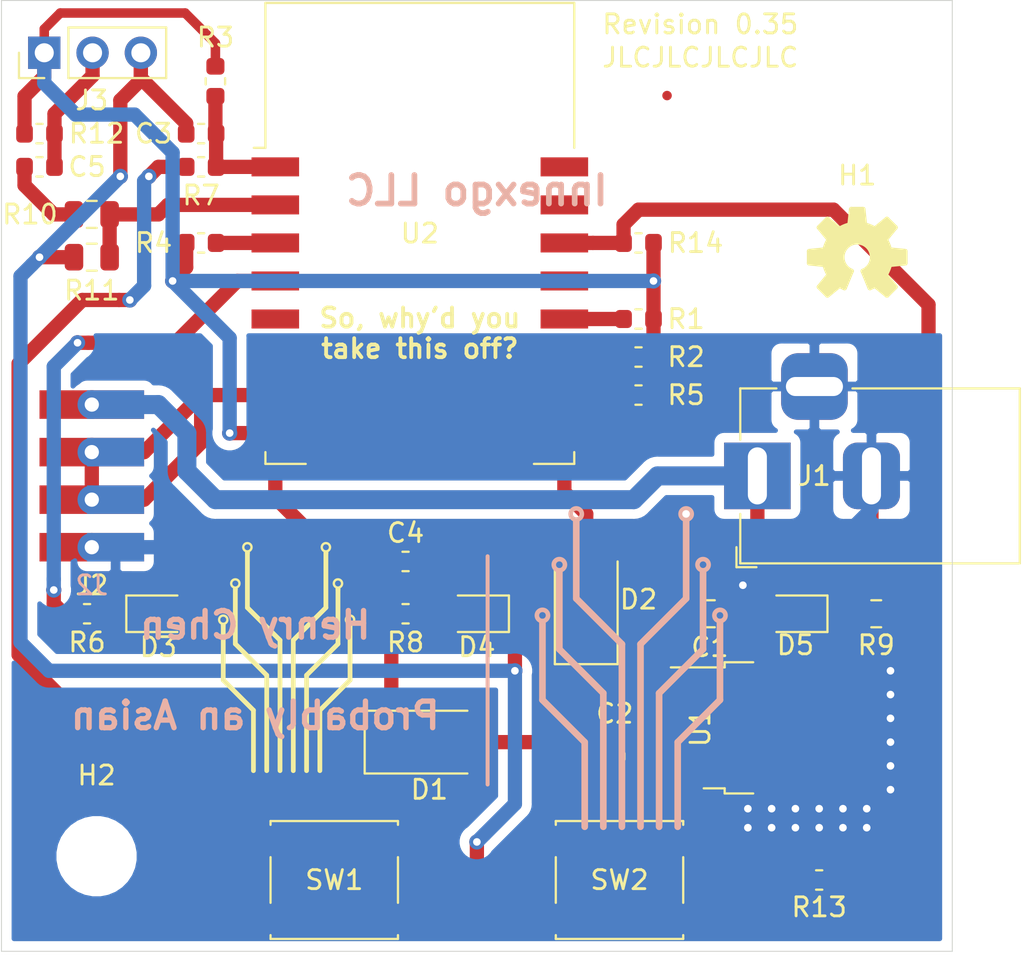
<source format=kicad_pcb>
(kicad_pcb (version 20171130) (host pcbnew "(5.1.5)-3")

  (general
    (thickness 1.6)
    (drawings 459)
    (tracks 229)
    (zones 0)
    (modules 38)
    (nets 33)
  )

  (page A4)
  (layers
    (0 F.Cu signal)
    (31 B.Cu signal)
    (32 B.Adhes user)
    (33 F.Adhes user)
    (34 B.Paste user)
    (35 F.Paste user)
    (36 B.SilkS user)
    (37 F.SilkS user)
    (38 B.Mask user)
    (39 F.Mask user)
    (40 Dwgs.User user)
    (41 Cmts.User user)
    (42 Eco1.User user)
    (43 Eco2.User user)
    (44 Edge.Cuts user)
    (45 Margin user)
    (46 B.CrtYd user)
    (47 F.CrtYd user)
    (48 B.Fab user)
    (49 F.Fab user)
  )

  (setup
    (last_trace_width 0.25)
    (user_trace_width 0.75)
    (trace_clearance 0.26)
    (zone_clearance 0.508)
    (zone_45_only yes)
    (trace_min 0.25)
    (via_size 0.8)
    (via_drill 0.4)
    (via_min_size 0.4)
    (via_min_drill 0.3)
    (user_via 0.6 0.3)
    (uvia_size 0.3)
    (uvia_drill 0.1)
    (uvias_allowed no)
    (uvia_min_size 0.2)
    (uvia_min_drill 0.1)
    (edge_width 0.05)
    (segment_width 0.2)
    (pcb_text_width 0.3)
    (pcb_text_size 1.5 1.5)
    (mod_edge_width 0.12)
    (mod_text_size 1 1)
    (mod_text_width 0.15)
    (pad_size 3 1.5)
    (pad_drill 0)
    (pad_to_mask_clearance 0.051)
    (solder_mask_min_width 0.25)
    (aux_axis_origin 0 0)
    (visible_elements 7FFDFFFF)
    (pcbplotparams
      (layerselection 0x010fc_ffffffff)
      (usegerberextensions false)
      (usegerberattributes false)
      (usegerberadvancedattributes false)
      (creategerberjobfile false)
      (excludeedgelayer true)
      (linewidth 0.150000)
      (plotframeref false)
      (viasonmask false)
      (mode 1)
      (useauxorigin false)
      (hpglpennumber 1)
      (hpglpenspeed 20)
      (hpglpendiameter 15.000000)
      (psnegative false)
      (psa4output false)
      (plotreference true)
      (plotvalue true)
      (plotinvisibletext false)
      (padsonsilk false)
      (subtractmaskfromsilk false)
      (outputformat 1)
      (mirror false)
      (drillshape 0)
      (scaleselection 1)
      (outputdirectory "Manufacturing/Gerbers/"))
  )

  (net 0 "")
  (net 1 +12V)
  (net 2 GND)
  (net 3 +5V)
  (net 4 /0VA)
  (net 5 /RST)
  (net 6 +3.3VA)
  (net 7 "Net-(C5-Pad2)")
  (net 8 /EXT_ADC)
  (net 9 /GPIO16)
  (net 10 "Net-(D4-Pad2)")
  (net 11 /GPIO13)
  (net 12 /GPIO0)
  (net 13 /GPIO2)
  (net 14 /EN)
  (net 15 /GPIO15)
  (net 16 "Net-(R7-Pad2)")
  (net 17 /ADC)
  (net 18 "Net-(R13-Pad2)")
  (net 19 /GPIO5)
  (net 20 /GPIO1)
  (net 21 /GPIO3)
  (net 22 /GPIO4)
  (net 23 /SCLK)
  (net 24 /MOSI)
  (net 25 /GPIO10)
  (net 26 /GPIO9)
  (net 27 /MISO)
  (net 28 /CS)
  (net 29 /GPIO12)
  (net 30 /GPIO14)
  (net 31 "Net-(D3-Pad1)")
  (net 32 "Net-(D5-Pad1)")

  (net_class Default "This is the default net class."
    (clearance 0.26)
    (trace_width 0.25)
    (via_dia 0.8)
    (via_drill 0.4)
    (uvia_dia 0.3)
    (uvia_drill 0.1)
    (diff_pair_width 0.25)
    (diff_pair_gap 0.25)
    (add_net +12V)
    (add_net +3.3VA)
    (add_net +5V)
    (add_net /0VA)
    (add_net /ADC)
    (add_net /CS)
    (add_net /EN)
    (add_net /EXT_ADC)
    (add_net /GPIO0)
    (add_net /GPIO1)
    (add_net /GPIO10)
    (add_net /GPIO12)
    (add_net /GPIO13)
    (add_net /GPIO14)
    (add_net /GPIO15)
    (add_net /GPIO16)
    (add_net /GPIO2)
    (add_net /GPIO3)
    (add_net /GPIO4)
    (add_net /GPIO5)
    (add_net /GPIO9)
    (add_net /MISO)
    (add_net /MOSI)
    (add_net /RST)
    (add_net /SCLK)
    (add_net GND)
    (add_net "Net-(C5-Pad2)")
    (add_net "Net-(D3-Pad1)")
    (add_net "Net-(D4-Pad2)")
    (add_net "Net-(D5-Pad1)")
    (add_net "Net-(R13-Pad2)")
    (add_net "Net-(R7-Pad2)")
  )

  (module Custom:OSHWLOGO_TOP_0.2_SC-ver (layer F.Cu) (tedit 5EDDA20B) (tstamp 5EDDBE93)
    (at 145 63.5)
    (path /5EDDF5D2)
    (fp_text reference LOGO1 (at -2.75 3.25) (layer F.SilkS) hide
      (effects (font (size 1.143 1.143) (thickness 0.152)) (justify left))
    )
    (fp_text value Logo_Open_Hardware_Small (at 0 -5.08) (layer F.Fab) hide
      (effects (font (size 1.143 1.143) (thickness 0.152)) (justify left))
    )
    (fp_line (start 0.304 0.733) (end 0.668 1.613) (layer F.SilkS) (width 0.254))
    (fp_arc (start 0 0) (end -0.794 0) (angle 247.5) (layer F.SilkS) (width 0.254))
    (fp_arc (start 0 0) (end -0.304 0.733) (angle 67.5) (layer F.SilkS) (width 0.254))
    (fp_line (start -0.668 1.613) (end -0.304 0.733) (layer F.SilkS) (width 0.254))
    (fp_arc (start 0.001 0) (end -0.668 1.613) (angle 9.5) (layer F.SilkS) (width 0.254))
    (fp_line (start -1.564 2.002) (end -0.925 1.481) (layer F.SilkS) (width 0.254))
    (fp_line (start -2.002 1.564) (end -1.564 2.002) (layer F.SilkS) (width 0.254))
    (fp_line (start -1.481 0.925) (end -2.002 1.564) (layer F.SilkS) (width 0.254))
    (fp_arc (start 0 0) (end -1.481 0.925) (angle 19) (layer F.SilkS) (width 0.254))
    (fp_line (start -2.521 0.31) (end -1.702 0.393) (layer F.SilkS) (width 0.254))
    (fp_line (start -2.521 -0.31) (end -2.521 0.31) (layer F.SilkS) (width 0.254))
    (fp_line (start -1.702 -0.393) (end -2.521 -0.31) (layer F.SilkS) (width 0.254))
    (fp_arc (start 0 0) (end -1.702 -0.393) (angle 19) (layer F.SilkS) (width 0.254))
    (fp_line (start -2.002 -1.564) (end -1.481 -0.925) (layer F.SilkS) (width 0.254))
    (fp_line (start -1.564 -2.002) (end -2.002 -1.564) (layer F.SilkS) (width 0.254))
    (fp_line (start -0.925 -1.481) (end -1.564 -2.002) (layer F.SilkS) (width 0.254))
    (fp_arc (start 0 0) (end -0.925 -1.481) (angle 19) (layer F.SilkS) (width 0.254))
    (fp_line (start -0.31 -2.521) (end -0.393 -1.702) (layer F.SilkS) (width 0.254))
    (fp_line (start 0.31 -2.521) (end -0.31 -2.521) (layer F.SilkS) (width 0.254))
    (fp_line (start 0.393 -1.702) (end 0.31 -2.521) (layer F.SilkS) (width 0.254))
    (fp_arc (start 0 0) (end 0.393 -1.702) (angle 19) (layer F.SilkS) (width 0.254))
    (fp_line (start 1.564 -2.002) (end 0.925 -1.481) (layer F.SilkS) (width 0.254))
    (fp_line (start 2.002 -1.564) (end 1.564 -2.002) (layer F.SilkS) (width 0.254))
    (fp_line (start 1.481 -0.925) (end 2.002 -1.564) (layer F.SilkS) (width 0.254))
    (fp_arc (start 0 0) (end 1.481 -0.925) (angle 19) (layer F.SilkS) (width 0.254))
    (fp_line (start 2.521 -0.31) (end 1.702 -0.393) (layer F.SilkS) (width 0.254))
    (fp_line (start 2.521 0.31) (end 2.521 -0.31) (layer F.SilkS) (width 0.254))
    (fp_line (start 1.702 0.393) (end 2.521 0.31) (layer F.SilkS) (width 0.254))
    (fp_arc (start 0 0) (end 1.702 0.393) (angle 19) (layer F.SilkS) (width 0.254))
    (fp_line (start 2.002 1.564) (end 1.481 0.925) (layer F.SilkS) (width 0.254))
    (fp_line (start 1.564 2.002) (end 2.002 1.564) (layer F.SilkS) (width 0.254))
    (fp_line (start 0.925 1.481) (end 1.564 2.002) (layer F.SilkS) (width 0.254))
    (fp_arc (start -0.001 0) (end 0.925 1.481) (angle 9.5) (layer F.SilkS) (width 0.254))
    (fp_poly (pts (xy 0.668 1.613) (xy 0.8 1.552) (xy 0.925 1.481) (xy 1.564 2.002)
      (xy 2.002 1.564) (xy 1.481 0.925) (xy 1.574 0.756) (xy 1.648 0.578)
      (xy 1.702 0.393) (xy 2.521 0.31) (xy 2.521 -0.31) (xy 1.702 -0.393)
      (xy 1.648 -0.578) (xy 1.574 -0.756) (xy 1.481 -0.925) (xy 2.002 -1.564)
      (xy 1.564 -2.002) (xy 0.925 -1.481) (xy 0.756 -1.574) (xy 0.578 -1.648)
      (xy 0.393 -1.702) (xy 0.31 -2.521) (xy -0.31 -2.521) (xy -0.393 -1.702)
      (xy -0.578 -1.648) (xy -0.756 -1.574) (xy -0.925 -1.481) (xy -1.564 -2.002)
      (xy -2.002 -1.564) (xy -1.481 -0.925) (xy -1.574 -0.756) (xy -1.648 -0.578)
      (xy -1.702 -0.393) (xy -2.521 -0.31) (xy -2.521 0.31) (xy -1.702 0.393)
      (xy -1.648 0.578) (xy -1.574 0.756) (xy -1.481 0.925) (xy -2.002 1.564)
      (xy -1.564 2.002) (xy -0.925 1.481) (xy -0.8 1.552) (xy -0.668 1.613)
      (xy -0.304 0.733) (xy -0.388 0.693) (xy -0.467 0.642) (xy -0.539 0.583)
      (xy -0.604 0.516) (xy -0.66 0.441) (xy -0.707 0.36) (xy -0.745 0.275)
      (xy -0.772 0.185) (xy -0.788 0.093) (xy -0.794 0) (xy -0.788 -0.098)
      (xy -0.77 -0.194) (xy -0.74 -0.287) (xy -0.699 -0.376) (xy -0.647 -0.459)
      (xy -0.586 -0.535) (xy -0.516 -0.604) (xy -0.437 -0.662) (xy -0.352 -0.711)
      (xy -0.262 -0.749) (xy -0.168 -0.776) (xy -0.071 -0.79) (xy 0.027 -0.793)
      (xy 0.124 -0.784) (xy 0.22 -0.763) (xy 0.312 -0.73) (xy 0.399 -0.686)
      (xy 0.481 -0.631) (xy 0.555 -0.567) (xy 0.621 -0.495) (xy 0.677 -0.415)
      (xy 0.723 -0.328) (xy 0.758 -0.237) (xy 0.781 -0.142) (xy 0.792 -0.044)
      (xy 0.792 0.053) (xy 0.779 0.151) (xy 0.755 0.245) (xy 0.719 0.336)
      (xy 0.672 0.422) (xy 0.615 0.502) (xy 0.549 0.574) (xy 0.474 0.637)
      (xy 0.392 0.69) (xy 0.304 0.733)) (layer F.SilkS) (width 0))
    (fp_line (start 0.304 0.733) (end 0.668 1.613) (layer Cmts.User) (width 0.254))
    (fp_arc (start 0 0) (end -0.794 0) (angle 247.499) (layer Cmts.User) (width 0.254))
    (fp_arc (start 0 0) (end -0.304 0.733) (angle 67.496) (layer Cmts.User) (width 0.254))
    (fp_line (start -0.668 1.613) (end -0.304 0.733) (layer Cmts.User) (width 0.254))
    (fp_arc (start 0.001 0) (end -0.668 1.613) (angle 9.501) (layer Cmts.User) (width 0.254))
    (fp_line (start -1.564 2.002) (end -0.925 1.481) (layer Cmts.User) (width 0.254))
    (fp_line (start -2.002 1.564) (end -1.564 2.002) (layer Cmts.User) (width 0.254))
    (fp_line (start -1.481 0.925) (end -2.002 1.564) (layer Cmts.User) (width 0.254))
    (fp_arc (start 0 0) (end -1.481 0.925) (angle 19.004) (layer Cmts.User) (width 0.254))
    (fp_line (start -2.521 0.31) (end -1.702 0.393) (layer Cmts.User) (width 0.254))
    (fp_line (start -2.521 -0.31) (end -2.521 0.31) (layer Cmts.User) (width 0.254))
    (fp_line (start -1.702 -0.393) (end -2.521 -0.31) (layer Cmts.User) (width 0.254))
    (fp_arc (start 0 0) (end -1.702 -0.393) (angle 19.004) (layer Cmts.User) (width 0.254))
    (fp_line (start -2.002 -1.564) (end -1.481 -0.925) (layer Cmts.User) (width 0.254))
    (fp_line (start -1.564 -2.002) (end -2.002 -1.564) (layer Cmts.User) (width 0.254))
    (fp_line (start -0.925 -1.481) (end -1.564 -2.002) (layer Cmts.User) (width 0.254))
    (fp_arc (start 0 0) (end -0.925 -1.481) (angle 19.004) (layer Cmts.User) (width 0.254))
    (fp_line (start -0.31 -2.521) (end -0.393 -1.702) (layer Cmts.User) (width 0.254))
    (fp_line (start 0.31 -2.521) (end -0.31 -2.521) (layer Cmts.User) (width 0.254))
    (fp_line (start 0.393 -1.702) (end 0.31 -2.521) (layer Cmts.User) (width 0.254))
    (fp_arc (start 0 0) (end 0.393 -1.702) (angle 19.004) (layer Cmts.User) (width 0.254))
    (fp_line (start 1.564 -2.002) (end 0.925 -1.481) (layer Cmts.User) (width 0.254))
    (fp_line (start 2.002 -1.564) (end 1.564 -2.002) (layer Cmts.User) (width 0.254))
    (fp_line (start 1.481 -0.925) (end 2.002 -1.564) (layer Cmts.User) (width 0.254))
    (fp_arc (start 0 0) (end 1.481 -0.925) (angle 19.004) (layer Cmts.User) (width 0.254))
    (fp_line (start 2.521 -0.31) (end 1.702 -0.393) (layer Cmts.User) (width 0.254))
    (fp_line (start 2.521 0.31) (end 2.521 -0.31) (layer Cmts.User) (width 0.254))
    (fp_line (start 1.702 0.393) (end 2.521 0.31) (layer Cmts.User) (width 0.254))
    (fp_arc (start 0 0) (end 1.702 0.393) (angle 19.004) (layer Cmts.User) (width 0.254))
    (fp_line (start 2.002 1.564) (end 1.481 0.925) (layer Cmts.User) (width 0.254))
    (fp_line (start 1.564 2.002) (end 2.002 1.564) (layer Cmts.User) (width 0.254))
    (fp_line (start 0.925 1.481) (end 1.564 2.002) (layer Cmts.User) (width 0.254))
    (fp_arc (start -0.001 0) (end 0.925 1.481) (angle 9.501) (layer Cmts.User) (width 0.254))
  )

  (module Custom:4x_1.5mm_5.5mm_bare_copper (layer B.Cu) (tedit 5ED98D09) (tstamp 5ED9E76D)
    (at 106 75)
    (fp_text reference J2 (at -1.25 5.75) (layer B.SilkS)
      (effects (font (size 1 1) (thickness 0.15)) (justify mirror))
    )
    (fp_text value 4x_1.5mm_5.5mm_bare_copper (at 0 6.25) (layer B.Fab)
      (effects (font (size 1 1) (thickness 0.15)) (justify mirror))
    )
    (fp_line (start -3 -4.75) (end -3 4.75) (layer B.CrtYd) (width 0.12))
    (fp_line (start 3 -4.75) (end -3 -4.75) (layer B.CrtYd) (width 0.12))
    (fp_line (start 3 4.75) (end 3 -4.75) (layer B.CrtYd) (width 0.12))
    (fp_line (start -3 4.75) (end 3 4.75) (layer B.CrtYd) (width 0.12))
    (pad 4 smd rect (at 0 -3.75) (size 3 1.5) (layers B.Cu B.Paste B.Mask)
      (net 1 +12V))
    (pad 2 smd rect (at 0 1.25) (size 3 1.5) (layers B.Cu B.Paste B.Mask)
      (net 11 /GPIO13))
    (pad 1 smd rect (at 0 3.75) (size 3 1.5) (layers B.Cu B.Paste B.Mask)
      (net 2 GND))
    (pad 3 smd rect (at 0 -1.25) (size 3 1.5) (layers B.Cu B.Paste B.Mask)
      (net 11 /GPIO13))
  )

  (module Fiducial:Fiducial_0.5mm_Mask1mm (layer F.Cu) (tedit 5C18CB26) (tstamp 5ED8A5B3)
    (at 135 55)
    (descr "Circular Fiducial, 0.5mm bare copper, 1mm soldermask opening (Level C)")
    (tags fiducial)
    (path /5ED8CDBE)
    (attr smd)
    (fp_text reference FID3 (at 0 1.75) (layer F.SilkS) hide
      (effects (font (size 1 1) (thickness 0.15)))
    )
    (fp_text value Fiducial (at 0 1.5) (layer F.Fab)
      (effects (font (size 1 1) (thickness 0.15)))
    )
    (fp_circle (center 0 0) (end 0.75 0) (layer F.CrtYd) (width 0.05))
    (fp_text user %R (at 0 0) (layer F.Fab)
      (effects (font (size 0.2 0.2) (thickness 0.04)))
    )
    (fp_circle (center 0 0) (end 0.5 0) (layer F.Fab) (width 0.1))
    (pad "" smd circle (at 0 0) (size 0.5 0.5) (layers F.Cu F.Mask)
      (solder_mask_margin 0.25) (clearance 0.25))
  )

  (module Fiducial:Fiducial_0.5mm_Mask1mm (layer F.Cu) (tedit 5C18CB26) (tstamp 5ED8A5AB)
    (at 140 98.25)
    (descr "Circular Fiducial, 0.5mm bare copper, 1mm soldermask opening (Level C)")
    (tags fiducial)
    (path /5ED8CB06)
    (attr smd)
    (fp_text reference FID2 (at 0 -1.5) (layer F.SilkS) hide
      (effects (font (size 1 1) (thickness 0.15)))
    )
    (fp_text value Fiducial (at 0 1.5) (layer F.Fab)
      (effects (font (size 1 1) (thickness 0.15)))
    )
    (fp_circle (center 0 0) (end 0.75 0) (layer F.CrtYd) (width 0.05))
    (fp_text user %R (at 0 0) (layer F.Fab)
      (effects (font (size 0.2 0.2) (thickness 0.04)))
    )
    (fp_circle (center 0 0) (end 0.5 0) (layer F.Fab) (width 0.1))
    (pad "" smd circle (at 0 0) (size 0.5 0.5) (layers F.Cu F.Mask)
      (solder_mask_margin 0.25) (clearance 0.25))
  )

  (module Fiducial:Fiducial_0.5mm_Mask1mm (layer F.Cu) (tedit 5C18CB26) (tstamp 5ED8A5A3)
    (at 110 98.25)
    (descr "Circular Fiducial, 0.5mm bare copper, 1mm soldermask opening (Level C)")
    (tags fiducial)
    (path /5ED8C73E)
    (attr smd)
    (fp_text reference FID1 (at 0 -1.5) (layer F.SilkS) hide
      (effects (font (size 1 1) (thickness 0.15)))
    )
    (fp_text value Fiducial (at 0 1.5) (layer F.Fab)
      (effects (font (size 1 1) (thickness 0.15)))
    )
    (fp_circle (center 0 0) (end 0.75 0) (layer F.CrtYd) (width 0.05))
    (fp_text user %R (at 0 0) (layer F.Fab)
      (effects (font (size 0.2 0.2) (thickness 0.04)))
    )
    (fp_circle (center 0 0) (end 0.5 0) (layer F.Fab) (width 0.1))
    (pad "" smd circle (at 0 0) (size 0.5 0.5) (layers F.Cu F.Mask)
      (solder_mask_margin 0.25) (clearance 0.25))
  )

  (module RF_Module:ESP-12E (layer F.Cu) (tedit 5ECE0BFC) (tstamp 5ED3F8AF)
    (at 122 62.25)
    (descr "Wi-Fi Module, http://wiki.ai-thinker.com/_media/esp8266/docs/aithinker_esp_12f_datasheet_en.pdf")
    (tags "Wi-Fi Module")
    (path /5ECEAC46)
    (attr smd)
    (fp_text reference U2 (at 0 0) (layer F.SilkS)
      (effects (font (size 1 1) (thickness 0.15)))
    )
    (fp_text value ESP-12E (at 0 -13.25) (layer F.Fab)
      (effects (font (size 1 1) (thickness 0.15)))
    )
    (fp_line (start 5.56 -4.8) (end 8.12 -7.36) (layer Dwgs.User) (width 0.12))
    (fp_line (start 2.56 -4.8) (end 8.12 -10.36) (layer Dwgs.User) (width 0.12))
    (fp_line (start -0.44 -4.8) (end 6.88 -12.12) (layer Dwgs.User) (width 0.12))
    (fp_line (start -3.44 -4.8) (end 3.88 -12.12) (layer Dwgs.User) (width 0.12))
    (fp_line (start -6.44 -4.8) (end 0.88 -12.12) (layer Dwgs.User) (width 0.12))
    (fp_line (start -8.12 -6.12) (end -2.12 -12.12) (layer Dwgs.User) (width 0.12))
    (fp_line (start -8.12 -9.12) (end -5.12 -12.12) (layer Dwgs.User) (width 0.12))
    (fp_line (start -8.12 -4.8) (end -8.12 -12.12) (layer Dwgs.User) (width 0.12))
    (fp_line (start 8.12 -4.8) (end -8.12 -4.8) (layer Dwgs.User) (width 0.12))
    (fp_line (start 8.12 -12.12) (end 8.12 -4.8) (layer Dwgs.User) (width 0.12))
    (fp_line (start -8.12 -12.12) (end 8.12 -12.12) (layer Dwgs.User) (width 0.12))
    (fp_line (start -8.12 -4.5) (end -8.73 -4.5) (layer F.SilkS) (width 0.12))
    (fp_line (start -8.12 -4.5) (end -8.12 -12.12) (layer F.SilkS) (width 0.12))
    (fp_line (start -8.12 12.12) (end -8.12 11.5) (layer F.SilkS) (width 0.12))
    (fp_line (start -6 12.12) (end -8.12 12.12) (layer F.SilkS) (width 0.12))
    (fp_line (start 8.12 12.12) (end 6 12.12) (layer F.SilkS) (width 0.12))
    (fp_line (start 8.12 11.5) (end 8.12 12.12) (layer F.SilkS) (width 0.12))
    (fp_line (start 8.12 -12.12) (end 8.12 -4.5) (layer F.SilkS) (width 0.12))
    (fp_line (start -8.12 -12.12) (end 8.12 -12.12) (layer F.SilkS) (width 0.12))
    (fp_line (start -9.05 13.1) (end -9.05 -12.2) (layer F.CrtYd) (width 0.05))
    (fp_line (start 9.05 13.1) (end -9.05 13.1) (layer F.CrtYd) (width 0.05))
    (fp_line (start 9.05 -12.2) (end 9.05 13.1) (layer F.CrtYd) (width 0.05))
    (fp_line (start -9.05 -12.2) (end 9.05 -12.2) (layer F.CrtYd) (width 0.05))
    (fp_line (start -8 -4) (end -8 -12) (layer F.Fab) (width 0.12))
    (fp_line (start -7.5 -3.5) (end -8 -4) (layer F.Fab) (width 0.12))
    (fp_line (start -8 -3) (end -7.5 -3.5) (layer F.Fab) (width 0.12))
    (fp_line (start -8 12) (end -8 -3) (layer F.Fab) (width 0.12))
    (fp_line (start 8 12) (end -8 12) (layer F.Fab) (width 0.12))
    (fp_line (start 8 -12) (end 8 12) (layer F.Fab) (width 0.12))
    (fp_line (start -8 -12) (end 8 -12) (layer F.Fab) (width 0.12))
    (fp_text user %R (at 0 0) (layer F.Fab)
      (effects (font (size 1 1) (thickness 0.15)))
    )
    (fp_text user "KEEP-OUT ZONE" (at 0.03 -9.55 180) (layer Cmts.User)
      (effects (font (size 1 1) (thickness 0.15)))
    )
    (fp_text user Antenna (at -0.06 -7 180) (layer Cmts.User)
      (effects (font (size 1 1) (thickness 0.15)))
    )
    (pad 22 smd rect (at 7.6 -3.5) (size 2.5 1) (layers F.Cu F.Paste F.Mask)
      (net 20 /GPIO1))
    (pad 21 smd rect (at 7.6 -1.5) (size 2.5 1) (layers F.Cu F.Paste F.Mask)
      (net 21 /GPIO3))
    (pad 20 smd rect (at 7.6 0.5) (size 2.5 1) (layers F.Cu F.Paste F.Mask)
      (net 19 /GPIO5))
    (pad 19 smd rect (at 7.6 2.5) (size 2.5 1) (layers F.Cu F.Paste F.Mask)
      (net 22 /GPIO4))
    (pad 18 smd rect (at 7.6 4.5) (size 2.5 1) (layers F.Cu F.Paste F.Mask)
      (net 12 /GPIO0))
    (pad 17 smd rect (at 7.6 6.5) (size 2.5 1) (layers F.Cu F.Paste F.Mask)
      (net 13 /GPIO2))
    (pad 16 smd rect (at 7.6 8.5) (size 2.5 1) (layers F.Cu F.Paste F.Mask)
      (net 15 /GPIO15))
    (pad 15 smd rect (at 7.6 10.5) (size 2.5 1) (layers F.Cu F.Paste F.Mask)
      (net 4 /0VA))
    (pad 14 smd rect (at 5 12) (size 1 1.8) (layers F.Cu F.Paste F.Mask)
      (net 23 /SCLK))
    (pad 13 smd rect (at 3 12) (size 1 1.8) (layers F.Cu F.Paste F.Mask)
      (net 24 /MOSI))
    (pad 12 smd rect (at 1 12) (size 1 1.8) (layers F.Cu F.Paste F.Mask)
      (net 25 /GPIO10))
    (pad 11 smd rect (at -1 12) (size 1 1.8) (layers F.Cu F.Paste F.Mask)
      (net 26 /GPIO9))
    (pad 10 smd rect (at -3 12) (size 1 1.8) (layers F.Cu F.Paste F.Mask)
      (net 27 /MISO))
    (pad 9 smd rect (at -5 12) (size 1 1.8) (layers F.Cu F.Paste F.Mask)
      (net 28 /CS))
    (pad 8 smd rect (at -7.6 10.5) (size 2.5 1) (layers F.Cu F.Paste F.Mask)
      (net 6 +3.3VA))
    (pad 7 smd rect (at -7.6 8.5) (size 2.5 1) (layers F.Cu F.Paste F.Mask)
      (net 11 /GPIO13))
    (pad 6 smd rect (at -7.6 6.5) (size 2.5 1) (layers F.Cu F.Paste F.Mask)
      (net 29 /GPIO12))
    (pad 5 smd rect (at -7.6 4.5) (size 2.5 1) (layers F.Cu F.Paste F.Mask)
      (net 30 /GPIO14))
    (pad 4 smd rect (at -7.6 2.5) (size 2.5 1) (layers F.Cu F.Paste F.Mask)
      (net 9 /GPIO16))
    (pad 3 smd rect (at -7.6 0.5) (size 2.5 1) (layers F.Cu F.Paste F.Mask)
      (net 14 /EN))
    (pad 2 smd rect (at -7.6 -1.5) (size 2.5 1) (layers F.Cu F.Paste F.Mask)
      (net 17 /ADC))
    (pad 1 smd rect (at -7.6 -3.5) (size 2.5 1) (layers F.Cu F.Paste F.Mask)
      (net 5 /RST))
    (model ${KISYS3DMOD}/ESP8266.3dshapes/ESP-12E.wrl
      (offset (xyz -7 3.5 0))
      (scale (xyz 0.394 0.394 0.394))
      (rotate (xyz 0 0 0))
    )
  )

  (module Package_TO_SOT_SMD:TO-252-2 (layer F.Cu) (tedit 5A70A390) (tstamp 5ED3F874)
    (at 140.5 88.25)
    (descr "TO-252 / DPAK SMD package, http://www.infineon.com/cms/en/product/packages/PG-TO252/PG-TO252-3-1/")
    (tags "DPAK TO-252 DPAK-3 TO-252-3 SOT-428")
    (path /5ECD9D89)
    (attr smd)
    (fp_text reference U1 (at -3.75 0 270) (layer F.SilkS)
      (effects (font (size 1 1) (thickness 0.15)))
    )
    (fp_text value LM7805_TO252-2 (at 0 4.5) (layer F.Fab)
      (effects (font (size 1 1) (thickness 0.15)))
    )
    (fp_text user %R (at 0 0) (layer F.Fab)
      (effects (font (size 1 1) (thickness 0.15)))
    )
    (fp_line (start 5.55 -3.5) (end -5.55 -3.5) (layer F.CrtYd) (width 0.05))
    (fp_line (start 5.55 3.5) (end 5.55 -3.5) (layer F.CrtYd) (width 0.05))
    (fp_line (start -5.55 3.5) (end 5.55 3.5) (layer F.CrtYd) (width 0.05))
    (fp_line (start -5.55 -3.5) (end -5.55 3.5) (layer F.CrtYd) (width 0.05))
    (fp_line (start -2.47 3.18) (end -3.57 3.18) (layer F.SilkS) (width 0.12))
    (fp_line (start -2.47 3.45) (end -2.47 3.18) (layer F.SilkS) (width 0.12))
    (fp_line (start -0.97 3.45) (end -2.47 3.45) (layer F.SilkS) (width 0.12))
    (fp_line (start -2.47 -3.18) (end -5.3 -3.18) (layer F.SilkS) (width 0.12))
    (fp_line (start -2.47 -3.45) (end -2.47 -3.18) (layer F.SilkS) (width 0.12))
    (fp_line (start -0.97 -3.45) (end -2.47 -3.45) (layer F.SilkS) (width 0.12))
    (fp_line (start -4.97 2.655) (end -2.27 2.655) (layer F.Fab) (width 0.1))
    (fp_line (start -4.97 1.905) (end -4.97 2.655) (layer F.Fab) (width 0.1))
    (fp_line (start -2.27 1.905) (end -4.97 1.905) (layer F.Fab) (width 0.1))
    (fp_line (start -4.97 -1.905) (end -2.27 -1.905) (layer F.Fab) (width 0.1))
    (fp_line (start -4.97 -2.655) (end -4.97 -1.905) (layer F.Fab) (width 0.1))
    (fp_line (start -1.865 -2.655) (end -4.97 -2.655) (layer F.Fab) (width 0.1))
    (fp_line (start -1.27 -3.25) (end 3.95 -3.25) (layer F.Fab) (width 0.1))
    (fp_line (start -2.27 -2.25) (end -1.27 -3.25) (layer F.Fab) (width 0.1))
    (fp_line (start -2.27 3.25) (end -2.27 -2.25) (layer F.Fab) (width 0.1))
    (fp_line (start 3.95 3.25) (end -2.27 3.25) (layer F.Fab) (width 0.1))
    (fp_line (start 3.95 -3.25) (end 3.95 3.25) (layer F.Fab) (width 0.1))
    (fp_line (start 4.95 2.7) (end 3.95 2.7) (layer F.Fab) (width 0.1))
    (fp_line (start 4.95 -2.7) (end 4.95 2.7) (layer F.Fab) (width 0.1))
    (fp_line (start 3.95 -2.7) (end 4.95 -2.7) (layer F.Fab) (width 0.1))
    (pad "" smd rect (at 0.425 1.525) (size 3.05 2.75) (layers F.Paste))
    (pad "" smd rect (at 3.775 -1.525) (size 3.05 2.75) (layers F.Paste))
    (pad "" smd rect (at 0.425 -1.525) (size 3.05 2.75) (layers F.Paste))
    (pad "" smd rect (at 3.775 1.525) (size 3.05 2.75) (layers F.Paste))
    (pad 2 smd rect (at 2.1 0) (size 6.4 5.8) (layers F.Cu F.Mask)
      (net 2 GND))
    (pad 3 smd rect (at -4.2 2.28) (size 2.2 1.2) (layers F.Cu F.Paste F.Mask)
      (net 3 +5V))
    (pad 1 smd rect (at -4.2 -2.28) (size 2.2 1.2) (layers F.Cu F.Paste F.Mask)
      (net 1 +12V))
    (model ${KISYS3DMOD}/Package_TO_SOT_SMD.3dshapes/TO-252-2.wrl
      (at (xyz 0 0 0))
      (scale (xyz 1 1 1))
      (rotate (xyz 0 0 0))
    )
  )

  (module Button_Switch_SMD:SW_SPST_EVQQ2 (layer F.Cu) (tedit 5872491A) (tstamp 5ED3F850)
    (at 132.5 96.25)
    (descr "Light Touch Switch, https://industrial.panasonic.com/cdbs/www-data/pdf/ATK0000/ATK0000CE28.pdf")
    (path /5ECF190D)
    (attr smd)
    (fp_text reference SW2 (at 0 0) (layer F.SilkS)
      (effects (font (size 1 1) (thickness 0.15)))
    )
    (fp_text value SW2 (at 0 4) (layer F.Fab)
      (effects (font (size 1 1) (thickness 0.15)))
    )
    (fp_circle (center 0 0) (end 1.5 0) (layer F.Fab) (width 0.1))
    (fp_circle (center 0 0) (end 1.9 0) (layer F.Fab) (width 0.1))
    (fp_line (start -3.35 3.1) (end 3.35 3.1) (layer F.SilkS) (width 0.12))
    (fp_line (start 3.35 -3.1) (end -3.35 -3.1) (layer F.SilkS) (width 0.12))
    (fp_line (start 3.35 -1.2) (end 3.35 1.2) (layer F.SilkS) (width 0.12))
    (fp_line (start -3.35 -1.2) (end -3.35 1.2) (layer F.SilkS) (width 0.12))
    (fp_line (start -3.35 -3.1) (end -3.35 -2.9) (layer F.SilkS) (width 0.12))
    (fp_line (start -3.35 3.1) (end -3.35 2.9) (layer F.SilkS) (width 0.12))
    (fp_line (start 3.35 3.1) (end 3.35 2.9) (layer F.SilkS) (width 0.12))
    (fp_line (start 3.35 -3.1) (end 3.35 -2.9) (layer F.SilkS) (width 0.12))
    (fp_line (start -5.25 3.25) (end -5.25 -3.25) (layer F.CrtYd) (width 0.05))
    (fp_line (start 5.25 3.25) (end -5.25 3.25) (layer F.CrtYd) (width 0.05))
    (fp_line (start 5.25 -3.25) (end 5.25 3.25) (layer F.CrtYd) (width 0.05))
    (fp_line (start -5.25 -3.25) (end 5.25 -3.25) (layer F.CrtYd) (width 0.05))
    (fp_text user %R (at 0 4) (layer F.Fab)
      (effects (font (size 1 1) (thickness 0.15)))
    )
    (fp_line (start -3.25 3) (end -3.25 -3) (layer F.Fab) (width 0.1))
    (fp_line (start 3.25 3) (end -3.25 3) (layer F.Fab) (width 0.1))
    (fp_line (start 3.25 -3) (end 3.25 3) (layer F.Fab) (width 0.1))
    (fp_line (start -3.25 -3) (end 3.25 -3) (layer F.Fab) (width 0.1))
    (pad 2 smd rect (at 3.4 2) (size 3.2 1) (layers F.Cu F.Paste F.Mask)
      (net 4 /0VA))
    (pad 2 smd rect (at -3.4 2) (size 3.2 1) (layers F.Cu F.Paste F.Mask)
      (net 4 /0VA))
    (pad 1 smd rect (at -3.4 -2) (size 3.2 1) (layers F.Cu F.Paste F.Mask)
      (net 18 "Net-(R13-Pad2)"))
    (pad 1 smd rect (at 3.4 -2) (size 3.2 1) (layers F.Cu F.Paste F.Mask)
      (net 18 "Net-(R13-Pad2)"))
    (model ${KISYS3DMOD}/Button_Switch_SMD.3dshapes/SW_SPST_EVQQ2.wrl
      (at (xyz 0 0 0))
      (scale (xyz 1 1 1))
      (rotate (xyz 0 0 0))
    )
  )

  (module Button_Switch_SMD:SW_SPST_EVQQ2 (layer F.Cu) (tedit 5872491A) (tstamp 5ED3F835)
    (at 117.5 96.25)
    (descr "Light Touch Switch, https://industrial.panasonic.com/cdbs/www-data/pdf/ATK0000/ATK0000CE28.pdf")
    (path /5ED3BE4B)
    (attr smd)
    (fp_text reference SW1 (at 0 0) (layer F.SilkS)
      (effects (font (size 1 1) (thickness 0.15)))
    )
    (fp_text value DNP (at 3 4) (layer F.Fab)
      (effects (font (size 1 1) (thickness 0.15)))
    )
    (fp_circle (center 0 0) (end 1.5 0) (layer F.Fab) (width 0.1))
    (fp_circle (center 0 0) (end 1.9 0) (layer F.Fab) (width 0.1))
    (fp_line (start -3.35 3.1) (end 3.35 3.1) (layer F.SilkS) (width 0.12))
    (fp_line (start 3.35 -3.1) (end -3.35 -3.1) (layer F.SilkS) (width 0.12))
    (fp_line (start 3.35 -1.2) (end 3.35 1.2) (layer F.SilkS) (width 0.12))
    (fp_line (start -3.35 -1.2) (end -3.35 1.2) (layer F.SilkS) (width 0.12))
    (fp_line (start -3.35 -3.1) (end -3.35 -2.9) (layer F.SilkS) (width 0.12))
    (fp_line (start -3.35 3.1) (end -3.35 2.9) (layer F.SilkS) (width 0.12))
    (fp_line (start 3.35 3.1) (end 3.35 2.9) (layer F.SilkS) (width 0.12))
    (fp_line (start 3.35 -3.1) (end 3.35 -2.9) (layer F.SilkS) (width 0.12))
    (fp_line (start -5.25 3.25) (end -5.25 -3.25) (layer F.CrtYd) (width 0.05))
    (fp_line (start 5.25 3.25) (end -5.25 3.25) (layer F.CrtYd) (width 0.05))
    (fp_line (start 5.25 -3.25) (end 5.25 3.25) (layer F.CrtYd) (width 0.05))
    (fp_line (start -5.25 -3.25) (end 5.25 -3.25) (layer F.CrtYd) (width 0.05))
    (fp_text user %R (at 0 4) (layer F.Fab)
      (effects (font (size 1 1) (thickness 0.15)))
    )
    (fp_line (start -3.25 3) (end -3.25 -3) (layer F.Fab) (width 0.1))
    (fp_line (start 3.25 3) (end -3.25 3) (layer F.Fab) (width 0.1))
    (fp_line (start 3.25 -3) (end 3.25 3) (layer F.Fab) (width 0.1))
    (fp_line (start -3.25 -3) (end 3.25 -3) (layer F.Fab) (width 0.1))
    (pad 2 smd rect (at 3.4 2) (size 3.2 1) (layers F.Cu F.Paste F.Mask)
      (net 4 /0VA))
    (pad 2 smd rect (at -3.4 2) (size 3.2 1) (layers F.Cu F.Paste F.Mask)
      (net 4 /0VA))
    (pad 1 smd rect (at -3.4 -2) (size 3.2 1) (layers F.Cu F.Paste F.Mask)
      (net 16 "Net-(R7-Pad2)"))
    (pad 1 smd rect (at 3.4 -2) (size 3.2 1) (layers F.Cu F.Paste F.Mask)
      (net 16 "Net-(R7-Pad2)"))
    (model ${KISYS3DMOD}/Button_Switch_SMD.3dshapes/SW_SPST_EVQQ2.wrl
      (at (xyz 0 0 0))
      (scale (xyz 1 1 1))
      (rotate (xyz 0 0 0))
    )
  )

  (module Resistor_SMD:R_0603_1608Metric (layer F.Cu) (tedit 5B301BBD) (tstamp 5ED3F81A)
    (at 133.5 62.75 180)
    (descr "Resistor SMD 0603 (1608 Metric), square (rectangular) end terminal, IPC_7351 nominal, (Body size source: http://www.tortai-tech.com/upload/download/2011102023233369053.pdf), generated with kicad-footprint-generator")
    (tags resistor)
    (path /5ECFC284)
    (attr smd)
    (fp_text reference R14 (at -3 0) (layer F.SilkS)
      (effects (font (size 1 1) (thickness 0.15)))
    )
    (fp_text value 10K (at 0 1.43) (layer F.Fab)
      (effects (font (size 1 1) (thickness 0.15)))
    )
    (fp_line (start -0.8 0.4) (end -0.8 -0.4) (layer F.Fab) (width 0.1))
    (fp_line (start -0.8 -0.4) (end 0.8 -0.4) (layer F.Fab) (width 0.1))
    (fp_line (start 0.8 -0.4) (end 0.8 0.4) (layer F.Fab) (width 0.1))
    (fp_line (start 0.8 0.4) (end -0.8 0.4) (layer F.Fab) (width 0.1))
    (fp_line (start -0.162779 -0.51) (end 0.162779 -0.51) (layer F.SilkS) (width 0.12))
    (fp_line (start -0.162779 0.51) (end 0.162779 0.51) (layer F.SilkS) (width 0.12))
    (fp_line (start -1.48 0.73) (end -1.48 -0.73) (layer F.CrtYd) (width 0.05))
    (fp_line (start -1.48 -0.73) (end 1.48 -0.73) (layer F.CrtYd) (width 0.05))
    (fp_line (start 1.48 -0.73) (end 1.48 0.73) (layer F.CrtYd) (width 0.05))
    (fp_line (start 1.48 0.73) (end -1.48 0.73) (layer F.CrtYd) (width 0.05))
    (fp_text user %R (at 0 0) (layer F.Fab)
      (effects (font (size 0.4 0.4) (thickness 0.06)))
    )
    (pad 1 smd roundrect (at -0.7875 0 180) (size 0.875 0.95) (layers F.Cu F.Paste F.Mask) (roundrect_rratio 0.25)
      (net 6 +3.3VA))
    (pad 2 smd roundrect (at 0.7875 0 180) (size 0.875 0.95) (layers F.Cu F.Paste F.Mask) (roundrect_rratio 0.25)
      (net 19 /GPIO5))
    (model ${KISYS3DMOD}/Resistor_SMD.3dshapes/R_0603_1608Metric.wrl
      (at (xyz 0 0 0))
      (scale (xyz 1 1 1))
      (rotate (xyz 0 0 0))
    )
  )

  (module Resistor_SMD:R_0603_1608Metric (layer F.Cu) (tedit 5B301BBD) (tstamp 5ED3F809)
    (at 143 96.25 180)
    (descr "Resistor SMD 0603 (1608 Metric), square (rectangular) end terminal, IPC_7351 nominal, (Body size source: http://www.tortai-tech.com/upload/download/2011102023233369053.pdf), generated with kicad-footprint-generator")
    (tags resistor)
    (path /5ECF1904)
    (attr smd)
    (fp_text reference R13 (at 0 -1.43) (layer F.SilkS)
      (effects (font (size 1 1) (thickness 0.15)))
    )
    (fp_text value 470 (at 0 1.43) (layer F.Fab)
      (effects (font (size 1 1) (thickness 0.15)))
    )
    (fp_text user %R (at 0 0) (layer F.Fab)
      (effects (font (size 0.4 0.4) (thickness 0.06)))
    )
    (fp_line (start 1.48 0.73) (end -1.48 0.73) (layer F.CrtYd) (width 0.05))
    (fp_line (start 1.48 -0.73) (end 1.48 0.73) (layer F.CrtYd) (width 0.05))
    (fp_line (start -1.48 -0.73) (end 1.48 -0.73) (layer F.CrtYd) (width 0.05))
    (fp_line (start -1.48 0.73) (end -1.48 -0.73) (layer F.CrtYd) (width 0.05))
    (fp_line (start -0.162779 0.51) (end 0.162779 0.51) (layer F.SilkS) (width 0.12))
    (fp_line (start -0.162779 -0.51) (end 0.162779 -0.51) (layer F.SilkS) (width 0.12))
    (fp_line (start 0.8 0.4) (end -0.8 0.4) (layer F.Fab) (width 0.1))
    (fp_line (start 0.8 -0.4) (end 0.8 0.4) (layer F.Fab) (width 0.1))
    (fp_line (start -0.8 -0.4) (end 0.8 -0.4) (layer F.Fab) (width 0.1))
    (fp_line (start -0.8 0.4) (end -0.8 -0.4) (layer F.Fab) (width 0.1))
    (pad 2 smd roundrect (at 0.7875 0 180) (size 0.875 0.95) (layers F.Cu F.Paste F.Mask) (roundrect_rratio 0.25)
      (net 18 "Net-(R13-Pad2)"))
    (pad 1 smd roundrect (at -0.7875 0 180) (size 0.875 0.95) (layers F.Cu F.Paste F.Mask) (roundrect_rratio 0.25)
      (net 19 /GPIO5))
    (model ${KISYS3DMOD}/Resistor_SMD.3dshapes/R_0603_1608Metric.wrl
      (at (xyz 0 0 0))
      (scale (xyz 1 1 1))
      (rotate (xyz 0 0 0))
    )
  )

  (module Resistor_SMD:R_0603_1608Metric (layer F.Cu) (tedit 5B301BBD) (tstamp 5ED3F7F8)
    (at 102 57 180)
    (descr "Resistor SMD 0603 (1608 Metric), square (rectangular) end terminal, IPC_7351 nominal, (Body size source: http://www.tortai-tech.com/upload/download/2011102023233369053.pdf), generated with kicad-footprint-generator")
    (tags resistor)
    (path /5EDBAB54)
    (attr smd)
    (fp_text reference R12 (at -3 0) (layer F.SilkS)
      (effects (font (size 1 1) (thickness 0.15)))
    )
    (fp_text value "2.2K DNP" (at 0 1.43) (layer F.Fab)
      (effects (font (size 1 1) (thickness 0.15)))
    )
    (fp_text user %R (at 0 0) (layer F.Fab)
      (effects (font (size 0.4 0.4) (thickness 0.06)))
    )
    (fp_line (start 1.48 0.73) (end -1.48 0.73) (layer F.CrtYd) (width 0.05))
    (fp_line (start 1.48 -0.73) (end 1.48 0.73) (layer F.CrtYd) (width 0.05))
    (fp_line (start -1.48 -0.73) (end 1.48 -0.73) (layer F.CrtYd) (width 0.05))
    (fp_line (start -1.48 0.73) (end -1.48 -0.73) (layer F.CrtYd) (width 0.05))
    (fp_line (start -0.162779 0.51) (end 0.162779 0.51) (layer F.SilkS) (width 0.12))
    (fp_line (start -0.162779 -0.51) (end 0.162779 -0.51) (layer F.SilkS) (width 0.12))
    (fp_line (start 0.8 0.4) (end -0.8 0.4) (layer F.Fab) (width 0.1))
    (fp_line (start 0.8 -0.4) (end 0.8 0.4) (layer F.Fab) (width 0.1))
    (fp_line (start -0.8 -0.4) (end 0.8 -0.4) (layer F.Fab) (width 0.1))
    (fp_line (start -0.8 0.4) (end -0.8 -0.4) (layer F.Fab) (width 0.1))
    (pad 2 smd roundrect (at 0.7875 0 180) (size 0.875 0.95) (layers F.Cu F.Paste F.Mask) (roundrect_rratio 0.25)
      (net 6 +3.3VA))
    (pad 1 smd roundrect (at -0.7875 0 180) (size 0.875 0.95) (layers F.Cu F.Paste F.Mask) (roundrect_rratio 0.25)
      (net 7 "Net-(C5-Pad2)"))
    (model ${KISYS3DMOD}/Resistor_SMD.3dshapes/R_0603_1608Metric.wrl
      (at (xyz 0 0 0))
      (scale (xyz 1 1 1))
      (rotate (xyz 0 0 0))
    )
  )

  (module Resistor_SMD:R_0805_2012Metric (layer F.Cu) (tedit 5B36C52B) (tstamp 5ED3F7E7)
    (at 104.75 63.5)
    (descr "Resistor SMD 0805 (2012 Metric), square (rectangular) end terminal, IPC_7351 nominal, (Body size source: https://docs.google.com/spreadsheets/d/1BsfQQcO9C6DZCsRaXUlFlo91Tg2WpOkGARC1WS5S8t0/edit?usp=sharing), generated with kicad-footprint-generator")
    (tags resistor)
    (path /5ED48F20)
    (attr smd)
    (fp_text reference R11 (at 0 1.75) (layer F.SilkS)
      (effects (font (size 1 1) (thickness 0.15)))
    )
    (fp_text value "100k 1% DNP" (at 0 1.65) (layer F.Fab)
      (effects (font (size 1 1) (thickness 0.15)))
    )
    (fp_text user %R (at 0 0 270) (layer F.Fab)
      (effects (font (size 0.5 0.5) (thickness 0.08)))
    )
    (fp_line (start 1.68 0.95) (end -1.68 0.95) (layer F.CrtYd) (width 0.05))
    (fp_line (start 1.68 -0.95) (end 1.68 0.95) (layer F.CrtYd) (width 0.05))
    (fp_line (start -1.68 -0.95) (end 1.68 -0.95) (layer F.CrtYd) (width 0.05))
    (fp_line (start -1.68 0.95) (end -1.68 -0.95) (layer F.CrtYd) (width 0.05))
    (fp_line (start -0.258578 0.71) (end 0.258578 0.71) (layer F.SilkS) (width 0.12))
    (fp_line (start -0.258578 -0.71) (end 0.258578 -0.71) (layer F.SilkS) (width 0.12))
    (fp_line (start 1 0.6) (end -1 0.6) (layer F.Fab) (width 0.1))
    (fp_line (start 1 -0.6) (end 1 0.6) (layer F.Fab) (width 0.1))
    (fp_line (start -1 -0.6) (end 1 -0.6) (layer F.Fab) (width 0.1))
    (fp_line (start -1 0.6) (end -1 -0.6) (layer F.Fab) (width 0.1))
    (pad 2 smd roundrect (at 0.9375 0) (size 0.975 1.4) (layers F.Cu F.Paste F.Mask) (roundrect_rratio 0.25)
      (net 17 /ADC))
    (pad 1 smd roundrect (at -0.9375 0) (size 0.975 1.4) (layers F.Cu F.Paste F.Mask) (roundrect_rratio 0.25)
      (net 4 /0VA))
    (model ${KISYS3DMOD}/Resistor_SMD.3dshapes/R_0805_2012Metric.wrl
      (at (xyz 0 0 0))
      (scale (xyz 1 1 1))
      (rotate (xyz 0 0 0))
    )
  )

  (module Resistor_SMD:R_0805_2012Metric (layer F.Cu) (tedit 5B36C52B) (tstamp 5ED3F7D6)
    (at 104.75 61.25 180)
    (descr "Resistor SMD 0805 (2012 Metric), square (rectangular) end terminal, IPC_7351 nominal, (Body size source: https://docs.google.com/spreadsheets/d/1BsfQQcO9C6DZCsRaXUlFlo91Tg2WpOkGARC1WS5S8t0/edit?usp=sharing), generated with kicad-footprint-generator")
    (tags resistor)
    (path /5ED48717)
    (attr smd)
    (fp_text reference R10 (at 3.25 0) (layer F.SilkS)
      (effects (font (size 1 1) (thickness 0.15)))
    )
    (fp_text value "220K 1% DNP" (at 0 1.65) (layer F.Fab)
      (effects (font (size 1 1) (thickness 0.15)))
    )
    (fp_text user %R (at 0 0) (layer F.Fab)
      (effects (font (size 0.5 0.5) (thickness 0.08)))
    )
    (fp_line (start 1.68 0.95) (end -1.68 0.95) (layer F.CrtYd) (width 0.05))
    (fp_line (start 1.68 -0.95) (end 1.68 0.95) (layer F.CrtYd) (width 0.05))
    (fp_line (start -1.68 -0.95) (end 1.68 -0.95) (layer F.CrtYd) (width 0.05))
    (fp_line (start -1.68 0.95) (end -1.68 -0.95) (layer F.CrtYd) (width 0.05))
    (fp_line (start -0.258578 0.71) (end 0.258578 0.71) (layer F.SilkS) (width 0.12))
    (fp_line (start -0.258578 -0.71) (end 0.258578 -0.71) (layer F.SilkS) (width 0.12))
    (fp_line (start 1 0.6) (end -1 0.6) (layer F.Fab) (width 0.1))
    (fp_line (start 1 -0.6) (end 1 0.6) (layer F.Fab) (width 0.1))
    (fp_line (start -1 -0.6) (end 1 -0.6) (layer F.Fab) (width 0.1))
    (fp_line (start -1 0.6) (end -1 -0.6) (layer F.Fab) (width 0.1))
    (pad 2 smd roundrect (at 0.9375 0 180) (size 0.975 1.4) (layers F.Cu F.Paste F.Mask) (roundrect_rratio 0.25)
      (net 8 /EXT_ADC))
    (pad 1 smd roundrect (at -0.9375 0 180) (size 0.975 1.4) (layers F.Cu F.Paste F.Mask) (roundrect_rratio 0.25)
      (net 17 /ADC))
    (model ${KISYS3DMOD}/Resistor_SMD.3dshapes/R_0805_2012Metric.wrl
      (at (xyz 0 0 0))
      (scale (xyz 1 1 1))
      (rotate (xyz 0 0 0))
    )
  )

  (module Resistor_SMD:R_0805_2012Metric (layer F.Cu) (tedit 5B36C52B) (tstamp 5ED3F7C5)
    (at 146 82.25 180)
    (descr "Resistor SMD 0805 (2012 Metric), square (rectangular) end terminal, IPC_7351 nominal, (Body size source: https://docs.google.com/spreadsheets/d/1BsfQQcO9C6DZCsRaXUlFlo91Tg2WpOkGARC1WS5S8t0/edit?usp=sharing), generated with kicad-footprint-generator")
    (tags resistor)
    (path /5ED6C5A9)
    (attr smd)
    (fp_text reference R9 (at 0 -1.65) (layer F.SilkS)
      (effects (font (size 1 1) (thickness 0.15)))
    )
    (fp_text value 510 (at 0 1.65) (layer F.Fab)
      (effects (font (size 1 1) (thickness 0.15)))
    )
    (fp_text user %R (at 0 0) (layer F.Fab)
      (effects (font (size 0.5 0.5) (thickness 0.08)))
    )
    (fp_line (start 1.68 0.95) (end -1.68 0.95) (layer F.CrtYd) (width 0.05))
    (fp_line (start 1.68 -0.95) (end 1.68 0.95) (layer F.CrtYd) (width 0.05))
    (fp_line (start -1.68 -0.95) (end 1.68 -0.95) (layer F.CrtYd) (width 0.05))
    (fp_line (start -1.68 0.95) (end -1.68 -0.95) (layer F.CrtYd) (width 0.05))
    (fp_line (start -0.258578 0.71) (end 0.258578 0.71) (layer F.SilkS) (width 0.12))
    (fp_line (start -0.258578 -0.71) (end 0.258578 -0.71) (layer F.SilkS) (width 0.12))
    (fp_line (start 1 0.6) (end -1 0.6) (layer F.Fab) (width 0.1))
    (fp_line (start 1 -0.6) (end 1 0.6) (layer F.Fab) (width 0.1))
    (fp_line (start -1 -0.6) (end 1 -0.6) (layer F.Fab) (width 0.1))
    (fp_line (start -1 0.6) (end -1 -0.6) (layer F.Fab) (width 0.1))
    (pad 2 smd roundrect (at 0.9375 0 180) (size 0.975 1.4) (layers F.Cu F.Paste F.Mask) (roundrect_rratio 0.25)
      (net 32 "Net-(D5-Pad1)"))
    (pad 1 smd roundrect (at -0.9375 0 180) (size 0.975 1.4) (layers F.Cu F.Paste F.Mask) (roundrect_rratio 0.25)
      (net 2 GND))
    (model ${KISYS3DMOD}/Resistor_SMD.3dshapes/R_0805_2012Metric.wrl
      (at (xyz 0 0 0))
      (scale (xyz 1 1 1))
      (rotate (xyz 0 0 0))
    )
  )

  (module Resistor_SMD:R_0603_1608Metric (layer F.Cu) (tedit 5B301BBD) (tstamp 5ED3F7B4)
    (at 121.25 82.25)
    (descr "Resistor SMD 0603 (1608 Metric), square (rectangular) end terminal, IPC_7351 nominal, (Body size source: http://www.tortai-tech.com/upload/download/2011102023233369053.pdf), generated with kicad-footprint-generator")
    (tags resistor)
    (path /5ED49487)
    (attr smd)
    (fp_text reference R8 (at 0 1.5) (layer F.SilkS)
      (effects (font (size 1 1) (thickness 0.15)))
    )
    (fp_text value 22 (at 0 1.43) (layer F.Fab)
      (effects (font (size 1 1) (thickness 0.15)))
    )
    (fp_text user %R (at 0 0) (layer F.Fab)
      (effects (font (size 0.4 0.4) (thickness 0.06)))
    )
    (fp_line (start 1.48 0.73) (end -1.48 0.73) (layer F.CrtYd) (width 0.05))
    (fp_line (start 1.48 -0.73) (end 1.48 0.73) (layer F.CrtYd) (width 0.05))
    (fp_line (start -1.48 -0.73) (end 1.48 -0.73) (layer F.CrtYd) (width 0.05))
    (fp_line (start -1.48 0.73) (end -1.48 -0.73) (layer F.CrtYd) (width 0.05))
    (fp_line (start -0.162779 0.51) (end 0.162779 0.51) (layer F.SilkS) (width 0.12))
    (fp_line (start -0.162779 -0.51) (end 0.162779 -0.51) (layer F.SilkS) (width 0.12))
    (fp_line (start 0.8 0.4) (end -0.8 0.4) (layer F.Fab) (width 0.1))
    (fp_line (start 0.8 -0.4) (end 0.8 0.4) (layer F.Fab) (width 0.1))
    (fp_line (start -0.8 -0.4) (end 0.8 -0.4) (layer F.Fab) (width 0.1))
    (fp_line (start -0.8 0.4) (end -0.8 -0.4) (layer F.Fab) (width 0.1))
    (pad 2 smd roundrect (at 0.7875 0) (size 0.875 0.95) (layers F.Cu F.Paste F.Mask) (roundrect_rratio 0.25)
      (net 10 "Net-(D4-Pad2)"))
    (pad 1 smd roundrect (at -0.7875 0) (size 0.875 0.95) (layers F.Cu F.Paste F.Mask) (roundrect_rratio 0.25)
      (net 6 +3.3VA))
    (model ${KISYS3DMOD}/Resistor_SMD.3dshapes/R_0603_1608Metric.wrl
      (at (xyz 0 0 0))
      (scale (xyz 1 1 1))
      (rotate (xyz 0 0 0))
    )
  )

  (module Resistor_SMD:R_0603_1608Metric (layer F.Cu) (tedit 5B301BBD) (tstamp 5ED3F7A3)
    (at 110.5 58.75 180)
    (descr "Resistor SMD 0603 (1608 Metric), square (rectangular) end terminal, IPC_7351 nominal, (Body size source: http://www.tortai-tech.com/upload/download/2011102023233369053.pdf), generated with kicad-footprint-generator")
    (tags resistor)
    (path /5ED490CD)
    (attr smd)
    (fp_text reference R7 (at 0 -1.5) (layer F.SilkS)
      (effects (font (size 1 1) (thickness 0.15)))
    )
    (fp_text value 470 (at 0 1.43) (layer F.Fab)
      (effects (font (size 1 1) (thickness 0.15)))
    )
    (fp_text user %R (at 0 0) (layer F.Fab)
      (effects (font (size 0.4 0.4) (thickness 0.06)))
    )
    (fp_line (start 1.48 0.73) (end -1.48 0.73) (layer F.CrtYd) (width 0.05))
    (fp_line (start 1.48 -0.73) (end 1.48 0.73) (layer F.CrtYd) (width 0.05))
    (fp_line (start -1.48 -0.73) (end 1.48 -0.73) (layer F.CrtYd) (width 0.05))
    (fp_line (start -1.48 0.73) (end -1.48 -0.73) (layer F.CrtYd) (width 0.05))
    (fp_line (start -0.162779 0.51) (end 0.162779 0.51) (layer F.SilkS) (width 0.12))
    (fp_line (start -0.162779 -0.51) (end 0.162779 -0.51) (layer F.SilkS) (width 0.12))
    (fp_line (start 0.8 0.4) (end -0.8 0.4) (layer F.Fab) (width 0.1))
    (fp_line (start 0.8 -0.4) (end 0.8 0.4) (layer F.Fab) (width 0.1))
    (fp_line (start -0.8 -0.4) (end 0.8 -0.4) (layer F.Fab) (width 0.1))
    (fp_line (start -0.8 0.4) (end -0.8 -0.4) (layer F.Fab) (width 0.1))
    (pad 2 smd roundrect (at 0.7875 0 180) (size 0.875 0.95) (layers F.Cu F.Paste F.Mask) (roundrect_rratio 0.25)
      (net 16 "Net-(R7-Pad2)"))
    (pad 1 smd roundrect (at -0.7875 0 180) (size 0.875 0.95) (layers F.Cu F.Paste F.Mask) (roundrect_rratio 0.25)
      (net 5 /RST))
    (model ${KISYS3DMOD}/Resistor_SMD.3dshapes/R_0603_1608Metric.wrl
      (at (xyz 0 0 0))
      (scale (xyz 1 1 1))
      (rotate (xyz 0 0 0))
    )
  )

  (module Resistor_SMD:R_0603_1608Metric (layer F.Cu) (tedit 5B301BBD) (tstamp 5ED3F792)
    (at 104.5 82.25 180)
    (descr "Resistor SMD 0603 (1608 Metric), square (rectangular) end terminal, IPC_7351 nominal, (Body size source: http://www.tortai-tech.com/upload/download/2011102023233369053.pdf), generated with kicad-footprint-generator")
    (tags resistor)
    (path /5ED1EA8A)
    (attr smd)
    (fp_text reference R6 (at 0 -1.5) (layer F.SilkS)
      (effects (font (size 1 1) (thickness 0.15)))
    )
    (fp_text value 22 (at 0 1.43) (layer F.Fab)
      (effects (font (size 1 1) (thickness 0.15)))
    )
    (fp_text user %R (at 0 0) (layer F.Fab)
      (effects (font (size 0.4 0.4) (thickness 0.06)))
    )
    (fp_line (start 1.48 0.73) (end -1.48 0.73) (layer F.CrtYd) (width 0.05))
    (fp_line (start 1.48 -0.73) (end 1.48 0.73) (layer F.CrtYd) (width 0.05))
    (fp_line (start -1.48 -0.73) (end 1.48 -0.73) (layer F.CrtYd) (width 0.05))
    (fp_line (start -1.48 0.73) (end -1.48 -0.73) (layer F.CrtYd) (width 0.05))
    (fp_line (start -0.162779 0.51) (end 0.162779 0.51) (layer F.SilkS) (width 0.12))
    (fp_line (start -0.162779 -0.51) (end 0.162779 -0.51) (layer F.SilkS) (width 0.12))
    (fp_line (start 0.8 0.4) (end -0.8 0.4) (layer F.Fab) (width 0.1))
    (fp_line (start 0.8 -0.4) (end 0.8 0.4) (layer F.Fab) (width 0.1))
    (fp_line (start -0.8 -0.4) (end 0.8 -0.4) (layer F.Fab) (width 0.1))
    (fp_line (start -0.8 0.4) (end -0.8 -0.4) (layer F.Fab) (width 0.1))
    (pad 2 smd roundrect (at 0.7875 0 180) (size 0.875 0.95) (layers F.Cu F.Paste F.Mask) (roundrect_rratio 0.25)
      (net 9 /GPIO16))
    (pad 1 smd roundrect (at -0.7875 0 180) (size 0.875 0.95) (layers F.Cu F.Paste F.Mask) (roundrect_rratio 0.25)
      (net 31 "Net-(D3-Pad1)"))
    (model ${KISYS3DMOD}/Resistor_SMD.3dshapes/R_0603_1608Metric.wrl
      (at (xyz 0 0 0))
      (scale (xyz 1 1 1))
      (rotate (xyz 0 0 0))
    )
  )

  (module Resistor_SMD:R_0603_1608Metric (layer F.Cu) (tedit 5B301BBD) (tstamp 5ED3F781)
    (at 133.5 70.75 180)
    (descr "Resistor SMD 0603 (1608 Metric), square (rectangular) end terminal, IPC_7351 nominal, (Body size source: http://www.tortai-tech.com/upload/download/2011102023233369053.pdf), generated with kicad-footprint-generator")
    (tags resistor)
    (path /5EE52E53)
    (attr smd)
    (fp_text reference R5 (at -2.5 0) (layer F.SilkS)
      (effects (font (size 1 1) (thickness 0.15)))
    )
    (fp_text value 10K (at 0 1.43) (layer F.Fab)
      (effects (font (size 1 1) (thickness 0.15)))
    )
    (fp_line (start -0.8 0.4) (end -0.8 -0.4) (layer F.Fab) (width 0.1))
    (fp_line (start -0.8 -0.4) (end 0.8 -0.4) (layer F.Fab) (width 0.1))
    (fp_line (start 0.8 -0.4) (end 0.8 0.4) (layer F.Fab) (width 0.1))
    (fp_line (start 0.8 0.4) (end -0.8 0.4) (layer F.Fab) (width 0.1))
    (fp_line (start -0.162779 -0.51) (end 0.162779 -0.51) (layer F.SilkS) (width 0.12))
    (fp_line (start -0.162779 0.51) (end 0.162779 0.51) (layer F.SilkS) (width 0.12))
    (fp_line (start -1.48 0.73) (end -1.48 -0.73) (layer F.CrtYd) (width 0.05))
    (fp_line (start -1.48 -0.73) (end 1.48 -0.73) (layer F.CrtYd) (width 0.05))
    (fp_line (start 1.48 -0.73) (end 1.48 0.73) (layer F.CrtYd) (width 0.05))
    (fp_line (start 1.48 0.73) (end -1.48 0.73) (layer F.CrtYd) (width 0.05))
    (fp_text user %R (at 0 0) (layer F.Fab)
      (effects (font (size 0.4 0.4) (thickness 0.06)))
    )
    (pad 1 smd roundrect (at -0.7875 0 180) (size 0.875 0.95) (layers F.Cu F.Paste F.Mask) (roundrect_rratio 0.25)
      (net 4 /0VA))
    (pad 2 smd roundrect (at 0.7875 0 180) (size 0.875 0.95) (layers F.Cu F.Paste F.Mask) (roundrect_rratio 0.25)
      (net 15 /GPIO15))
    (model ${KISYS3DMOD}/Resistor_SMD.3dshapes/R_0603_1608Metric.wrl
      (at (xyz 0 0 0))
      (scale (xyz 1 1 1))
      (rotate (xyz 0 0 0))
    )
  )

  (module Resistor_SMD:R_0603_1608Metric (layer F.Cu) (tedit 5B301BBD) (tstamp 5ED3F770)
    (at 110.5 62.75)
    (descr "Resistor SMD 0603 (1608 Metric), square (rectangular) end terminal, IPC_7351 nominal, (Body size source: http://www.tortai-tech.com/upload/download/2011102023233369053.pdf), generated with kicad-footprint-generator")
    (tags resistor)
    (path /5EE52BD4)
    (attr smd)
    (fp_text reference R4 (at -2.5 0) (layer F.SilkS)
      (effects (font (size 1 1) (thickness 0.15)))
    )
    (fp_text value 10K (at 0 1.43) (layer F.Fab)
      (effects (font (size 1 1) (thickness 0.15)))
    )
    (fp_text user %R (at 0 0) (layer F.Fab)
      (effects (font (size 0.4 0.4) (thickness 0.06)))
    )
    (fp_line (start 1.48 0.73) (end -1.48 0.73) (layer F.CrtYd) (width 0.05))
    (fp_line (start 1.48 -0.73) (end 1.48 0.73) (layer F.CrtYd) (width 0.05))
    (fp_line (start -1.48 -0.73) (end 1.48 -0.73) (layer F.CrtYd) (width 0.05))
    (fp_line (start -1.48 0.73) (end -1.48 -0.73) (layer F.CrtYd) (width 0.05))
    (fp_line (start -0.162779 0.51) (end 0.162779 0.51) (layer F.SilkS) (width 0.12))
    (fp_line (start -0.162779 -0.51) (end 0.162779 -0.51) (layer F.SilkS) (width 0.12))
    (fp_line (start 0.8 0.4) (end -0.8 0.4) (layer F.Fab) (width 0.1))
    (fp_line (start 0.8 -0.4) (end 0.8 0.4) (layer F.Fab) (width 0.1))
    (fp_line (start -0.8 -0.4) (end 0.8 -0.4) (layer F.Fab) (width 0.1))
    (fp_line (start -0.8 0.4) (end -0.8 -0.4) (layer F.Fab) (width 0.1))
    (pad 2 smd roundrect (at 0.7875 0) (size 0.875 0.95) (layers F.Cu F.Paste F.Mask) (roundrect_rratio 0.25)
      (net 14 /EN))
    (pad 1 smd roundrect (at -0.7875 0) (size 0.875 0.95) (layers F.Cu F.Paste F.Mask) (roundrect_rratio 0.25)
      (net 6 +3.3VA))
    (model ${KISYS3DMOD}/Resistor_SMD.3dshapes/R_0603_1608Metric.wrl
      (at (xyz 0 0 0))
      (scale (xyz 1 1 1))
      (rotate (xyz 0 0 0))
    )
  )

  (module Resistor_SMD:R_0603_1608Metric (layer F.Cu) (tedit 5B301BBD) (tstamp 5ED3F75F)
    (at 111.25 54.25 90)
    (descr "Resistor SMD 0603 (1608 Metric), square (rectangular) end terminal, IPC_7351 nominal, (Body size source: http://www.tortai-tech.com/upload/download/2011102023233369053.pdf), generated with kicad-footprint-generator")
    (tags resistor)
    (path /5EE53299)
    (attr smd)
    (fp_text reference R3 (at 2.307 0.002 180) (layer F.SilkS)
      (effects (font (size 1 1) (thickness 0.15)))
    )
    (fp_text value 10K (at 0 1.43 90) (layer F.Fab)
      (effects (font (size 1 1) (thickness 0.15)))
    )
    (fp_text user %R (at 0 0 180) (layer F.Fab)
      (effects (font (size 0.4 0.4) (thickness 0.06)))
    )
    (fp_line (start 1.48 0.73) (end -1.48 0.73) (layer F.CrtYd) (width 0.05))
    (fp_line (start 1.48 -0.73) (end 1.48 0.73) (layer F.CrtYd) (width 0.05))
    (fp_line (start -1.48 -0.73) (end 1.48 -0.73) (layer F.CrtYd) (width 0.05))
    (fp_line (start -1.48 0.73) (end -1.48 -0.73) (layer F.CrtYd) (width 0.05))
    (fp_line (start -0.162779 0.51) (end 0.162779 0.51) (layer F.SilkS) (width 0.12))
    (fp_line (start -0.162779 -0.51) (end 0.162779 -0.51) (layer F.SilkS) (width 0.12))
    (fp_line (start 0.8 0.4) (end -0.8 0.4) (layer F.Fab) (width 0.1))
    (fp_line (start 0.8 -0.4) (end 0.8 0.4) (layer F.Fab) (width 0.1))
    (fp_line (start -0.8 -0.4) (end 0.8 -0.4) (layer F.Fab) (width 0.1))
    (fp_line (start -0.8 0.4) (end -0.8 -0.4) (layer F.Fab) (width 0.1))
    (pad 2 smd roundrect (at 0.7875 0 90) (size 0.875 0.95) (layers F.Cu F.Paste F.Mask) (roundrect_rratio 0.25)
      (net 6 +3.3VA))
    (pad 1 smd roundrect (at -0.7875 0 90) (size 0.875 0.95) (layers F.Cu F.Paste F.Mask) (roundrect_rratio 0.25)
      (net 5 /RST))
    (model ${KISYS3DMOD}/Resistor_SMD.3dshapes/R_0603_1608Metric.wrl
      (at (xyz 0 0 0))
      (scale (xyz 1 1 1))
      (rotate (xyz 0 0 0))
    )
  )

  (module Resistor_SMD:R_0603_1608Metric (layer F.Cu) (tedit 5B301BBD) (tstamp 5ED3F74E)
    (at 133.5 68.75 180)
    (descr "Resistor SMD 0603 (1608 Metric), square (rectangular) end terminal, IPC_7351 nominal, (Body size source: http://www.tortai-tech.com/upload/download/2011102023233369053.pdf), generated with kicad-footprint-generator")
    (tags resistor)
    (path /5EE52953)
    (attr smd)
    (fp_text reference R2 (at -2.5 0) (layer F.SilkS)
      (effects (font (size 1 1) (thickness 0.15)))
    )
    (fp_text value 10K (at 0 1.43) (layer F.Fab)
      (effects (font (size 1 1) (thickness 0.15)))
    )
    (fp_text user %R (at 0 0) (layer F.Fab)
      (effects (font (size 0.4 0.4) (thickness 0.06)))
    )
    (fp_line (start 1.48 0.73) (end -1.48 0.73) (layer F.CrtYd) (width 0.05))
    (fp_line (start 1.48 -0.73) (end 1.48 0.73) (layer F.CrtYd) (width 0.05))
    (fp_line (start -1.48 -0.73) (end 1.48 -0.73) (layer F.CrtYd) (width 0.05))
    (fp_line (start -1.48 0.73) (end -1.48 -0.73) (layer F.CrtYd) (width 0.05))
    (fp_line (start -0.162779 0.51) (end 0.162779 0.51) (layer F.SilkS) (width 0.12))
    (fp_line (start -0.162779 -0.51) (end 0.162779 -0.51) (layer F.SilkS) (width 0.12))
    (fp_line (start 0.8 0.4) (end -0.8 0.4) (layer F.Fab) (width 0.1))
    (fp_line (start 0.8 -0.4) (end 0.8 0.4) (layer F.Fab) (width 0.1))
    (fp_line (start -0.8 -0.4) (end 0.8 -0.4) (layer F.Fab) (width 0.1))
    (fp_line (start -0.8 0.4) (end -0.8 -0.4) (layer F.Fab) (width 0.1))
    (pad 2 smd roundrect (at 0.7875 0 180) (size 0.875 0.95) (layers F.Cu F.Paste F.Mask) (roundrect_rratio 0.25)
      (net 13 /GPIO2))
    (pad 1 smd roundrect (at -0.7875 0 180) (size 0.875 0.95) (layers F.Cu F.Paste F.Mask) (roundrect_rratio 0.25)
      (net 6 +3.3VA))
    (model ${KISYS3DMOD}/Resistor_SMD.3dshapes/R_0603_1608Metric.wrl
      (at (xyz 0 0 0))
      (scale (xyz 1 1 1))
      (rotate (xyz 0 0 0))
    )
  )

  (module Resistor_SMD:R_0603_1608Metric (layer F.Cu) (tedit 5B301BBD) (tstamp 5ED3F73D)
    (at 133.5 66.75 180)
    (descr "Resistor SMD 0603 (1608 Metric), square (rectangular) end terminal, IPC_7351 nominal, (Body size source: http://www.tortai-tech.com/upload/download/2011102023233369053.pdf), generated with kicad-footprint-generator")
    (tags resistor)
    (path /5EE524DA)
    (attr smd)
    (fp_text reference R1 (at -2.5 0) (layer F.SilkS)
      (effects (font (size 1 1) (thickness 0.15)))
    )
    (fp_text value 10K (at 0 1.43) (layer F.Fab)
      (effects (font (size 1 1) (thickness 0.15)))
    )
    (fp_line (start -0.8 0.4) (end -0.8 -0.4) (layer F.Fab) (width 0.1))
    (fp_line (start -0.8 -0.4) (end 0.8 -0.4) (layer F.Fab) (width 0.1))
    (fp_line (start 0.8 -0.4) (end 0.8 0.4) (layer F.Fab) (width 0.1))
    (fp_line (start 0.8 0.4) (end -0.8 0.4) (layer F.Fab) (width 0.1))
    (fp_line (start -0.162779 -0.51) (end 0.162779 -0.51) (layer F.SilkS) (width 0.12))
    (fp_line (start -0.162779 0.51) (end 0.162779 0.51) (layer F.SilkS) (width 0.12))
    (fp_line (start -1.48 0.73) (end -1.48 -0.73) (layer F.CrtYd) (width 0.05))
    (fp_line (start -1.48 -0.73) (end 1.48 -0.73) (layer F.CrtYd) (width 0.05))
    (fp_line (start 1.48 -0.73) (end 1.48 0.73) (layer F.CrtYd) (width 0.05))
    (fp_line (start 1.48 0.73) (end -1.48 0.73) (layer F.CrtYd) (width 0.05))
    (fp_text user %R (at 0 0) (layer F.Fab)
      (effects (font (size 0.4 0.4) (thickness 0.06)))
    )
    (pad 1 smd roundrect (at -0.7875 0 180) (size 0.875 0.95) (layers F.Cu F.Paste F.Mask) (roundrect_rratio 0.25)
      (net 6 +3.3VA))
    (pad 2 smd roundrect (at 0.7875 0 180) (size 0.875 0.95) (layers F.Cu F.Paste F.Mask) (roundrect_rratio 0.25)
      (net 12 /GPIO0))
    (model ${KISYS3DMOD}/Resistor_SMD.3dshapes/R_0603_1608Metric.wrl
      (at (xyz 0 0 0))
      (scale (xyz 1 1 1))
      (rotate (xyz 0 0 0))
    )
  )

  (module Connector_PinHeader_2.54mm:PinHeader_1x03_P2.54mm_Vertical (layer F.Cu) (tedit 59FED5CC) (tstamp 5ED3F72C)
    (at 102.25 52.75 90)
    (descr "Through hole straight pin header, 1x03, 2.54mm pitch, single row")
    (tags "Through hole pin header THT 1x03 2.54mm single row")
    (path /5EDA621E)
    (fp_text reference J3 (at -2.5 2.5 180) (layer F.SilkS)
      (effects (font (size 1 1) (thickness 0.15)))
    )
    (fp_text value Conn_01x03_Female (at 0 7.41 90) (layer F.Fab)
      (effects (font (size 1 1) (thickness 0.15)))
    )
    (fp_text user %R (at 0 2.54) (layer F.Fab)
      (effects (font (size 1 1) (thickness 0.15)))
    )
    (fp_line (start 1.8 -1.8) (end -1.8 -1.8) (layer F.CrtYd) (width 0.05))
    (fp_line (start 1.8 6.85) (end 1.8 -1.8) (layer F.CrtYd) (width 0.05))
    (fp_line (start -1.8 6.85) (end 1.8 6.85) (layer F.CrtYd) (width 0.05))
    (fp_line (start -1.8 -1.8) (end -1.8 6.85) (layer F.CrtYd) (width 0.05))
    (fp_line (start -1.33 -1.33) (end 0 -1.33) (layer F.SilkS) (width 0.12))
    (fp_line (start -1.33 0) (end -1.33 -1.33) (layer F.SilkS) (width 0.12))
    (fp_line (start -1.33 1.27) (end 1.33 1.27) (layer F.SilkS) (width 0.12))
    (fp_line (start 1.33 1.27) (end 1.33 6.41) (layer F.SilkS) (width 0.12))
    (fp_line (start -1.33 1.27) (end -1.33 6.41) (layer F.SilkS) (width 0.12))
    (fp_line (start -1.33 6.41) (end 1.33 6.41) (layer F.SilkS) (width 0.12))
    (fp_line (start -1.27 -0.635) (end -0.635 -1.27) (layer F.Fab) (width 0.1))
    (fp_line (start -1.27 6.35) (end -1.27 -0.635) (layer F.Fab) (width 0.1))
    (fp_line (start 1.27 6.35) (end -1.27 6.35) (layer F.Fab) (width 0.1))
    (fp_line (start 1.27 -1.27) (end 1.27 6.35) (layer F.Fab) (width 0.1))
    (fp_line (start -0.635 -1.27) (end 1.27 -1.27) (layer F.Fab) (width 0.1))
    (pad 3 thru_hole oval (at 0 5.08 90) (size 1.7 1.7) (drill 1) (layers *.Cu *.Mask)
      (net 4 /0VA))
    (pad 2 thru_hole oval (at 0 2.54 90) (size 1.7 1.7) (drill 1) (layers *.Cu *.Mask)
      (net 7 "Net-(C5-Pad2)"))
    (pad 1 thru_hole rect (at 0 0 90) (size 1.7 1.7) (drill 1) (layers *.Cu *.Mask)
      (net 6 +3.3VA))
    (model ${KISYS3DMOD}/Connector_PinHeader_2.54mm.3dshapes/PinHeader_1x03_P2.54mm_Vertical.wrl
      (at (xyz 0 0 0))
      (scale (xyz 1 1 1))
      (rotate (xyz 0 0 0))
    )
  )

  (module Custom:4x_1.5mm_5.5mm_bare_copper_+THT (layer F.Cu) (tedit 5ECE132D) (tstamp 5ED3F715)
    (at 104.75 75 180)
    (path /5ED40813)
    (fp_text reference J2 (at 0 -5.75) (layer F.SilkS)
      (effects (font (size 1 1) (thickness 0.15)))
    )
    (fp_text value Conn_01x04_Male (at 0 -6.25) (layer F.Fab)
      (effects (font (size 1 1) (thickness 0.15)))
    )
    (fp_line (start -3 4.75) (end -3 -4.75) (layer F.CrtYd) (width 0.12))
    (fp_line (start 3 4.75) (end -3 4.75) (layer F.CrtYd) (width 0.12))
    (fp_line (start 3 -4.75) (end 3 4.75) (layer F.CrtYd) (width 0.12))
    (fp_line (start -3 -4.75) (end 3 -4.75) (layer F.CrtYd) (width 0.12))
    (pad 4 thru_hole circle (at 0 3.75 180) (size 1.5 1.5) (drill 0.75) (layers *.Cu *.Mask)
      (net 1 +12V))
    (pad 3 thru_hole circle (at 0 1.25 180) (size 1.5 1.5) (drill 0.75) (layers *.Cu *.Mask)
      (net 11 /GPIO13))
    (pad 2 thru_hole circle (at 0 -1.25 180) (size 1.5 1.5) (drill 0.75) (layers *.Cu *.Mask)
      (net 11 /GPIO13))
    (pad 1 thru_hole circle (at 0 -3.75 180) (size 1.5 1.5) (drill 0.75) (layers *.Cu *.Mask)
      (net 2 GND))
    (pad 4 smd rect (at 0 3.75 180) (size 5.5 1.5) (layers F.Cu F.Paste F.Mask)
      (net 1 +12V))
    (pad 2 smd rect (at 0 -1.25 180) (size 5.5 1.5) (layers F.Cu F.Paste F.Mask)
      (net 11 /GPIO13))
    (pad 1 smd rect (at 0 -3.75 180) (size 5.5 1.5) (layers F.Cu F.Paste F.Mask)
      (net 2 GND))
    (pad 3 smd rect (at 0 1.25 180) (size 5.5 1.5) (layers F.Cu F.Paste F.Mask)
      (net 11 /GPIO13))
  )

  (module Connector_BarrelJack:BarrelJack_Horizontal (layer F.Cu) (tedit 5A1DBF6A) (tstamp 5ED3F705)
    (at 139.75 75 180)
    (descr "DC Barrel Jack")
    (tags "Power Jack")
    (path /5ECD5F1E)
    (fp_text reference J1 (at -3 0) (layer F.SilkS)
      (effects (font (size 1 1) (thickness 0.15)))
    )
    (fp_text value Barrel_Jack_Switch (at -6.2 -5.5) (layer F.Fab)
      (effects (font (size 1 1) (thickness 0.15)))
    )
    (fp_line (start 0 -4.5) (end -13.7 -4.5) (layer F.Fab) (width 0.1))
    (fp_line (start 0.8 4.5) (end 0.8 -3.75) (layer F.Fab) (width 0.1))
    (fp_line (start -13.7 4.5) (end 0.8 4.5) (layer F.Fab) (width 0.1))
    (fp_line (start -13.7 -4.5) (end -13.7 4.5) (layer F.Fab) (width 0.1))
    (fp_line (start -10.2 -4.5) (end -10.2 4.5) (layer F.Fab) (width 0.1))
    (fp_line (start 0.9 -4.6) (end 0.9 -2) (layer F.SilkS) (width 0.12))
    (fp_line (start -13.8 -4.6) (end 0.9 -4.6) (layer F.SilkS) (width 0.12))
    (fp_line (start 0.9 4.6) (end -1 4.6) (layer F.SilkS) (width 0.12))
    (fp_line (start 0.9 1.9) (end 0.9 4.6) (layer F.SilkS) (width 0.12))
    (fp_line (start -13.8 4.6) (end -13.8 -4.6) (layer F.SilkS) (width 0.12))
    (fp_line (start -5 4.6) (end -13.8 4.6) (layer F.SilkS) (width 0.12))
    (fp_line (start -14 4.75) (end -14 -4.75) (layer F.CrtYd) (width 0.05))
    (fp_line (start -5 4.75) (end -14 4.75) (layer F.CrtYd) (width 0.05))
    (fp_line (start -5 6.75) (end -5 4.75) (layer F.CrtYd) (width 0.05))
    (fp_line (start -1 6.75) (end -5 6.75) (layer F.CrtYd) (width 0.05))
    (fp_line (start -1 4.75) (end -1 6.75) (layer F.CrtYd) (width 0.05))
    (fp_line (start 1 4.75) (end -1 4.75) (layer F.CrtYd) (width 0.05))
    (fp_line (start 1 2) (end 1 4.75) (layer F.CrtYd) (width 0.05))
    (fp_line (start 2 2) (end 1 2) (layer F.CrtYd) (width 0.05))
    (fp_line (start 2 -2) (end 2 2) (layer F.CrtYd) (width 0.05))
    (fp_line (start 1 -2) (end 2 -2) (layer F.CrtYd) (width 0.05))
    (fp_line (start 1 -4.5) (end 1 -2) (layer F.CrtYd) (width 0.05))
    (fp_line (start 1 -4.75) (end -14 -4.75) (layer F.CrtYd) (width 0.05))
    (fp_line (start 1 -4.5) (end 1 -4.75) (layer F.CrtYd) (width 0.05))
    (fp_line (start 0.05 -4.8) (end 1.1 -4.8) (layer F.SilkS) (width 0.12))
    (fp_line (start 1.1 -3.75) (end 1.1 -4.8) (layer F.SilkS) (width 0.12))
    (fp_line (start -0.003213 -4.505425) (end 0.8 -3.75) (layer F.Fab) (width 0.1))
    (fp_text user %R (at -3 -2.95) (layer F.Fab)
      (effects (font (size 1 1) (thickness 0.15)))
    )
    (pad 3 thru_hole roundrect (at -3 4.7 180) (size 3.5 3.5) (drill oval 3 1) (layers *.Cu *.Mask) (roundrect_rratio 0.25)
      (net 2 GND))
    (pad 2 thru_hole roundrect (at -6 0 180) (size 3 3.5) (drill oval 1 3) (layers *.Cu *.Mask) (roundrect_rratio 0.25)
      (net 2 GND))
    (pad 1 thru_hole rect (at 0 0 180) (size 3.5 3.5) (drill oval 1 3) (layers *.Cu *.Mask)
      (net 1 +12V))
    (model ${KISYS3DMOD}/Connector_BarrelJack.3dshapes/BarrelJack_Horizontal.wrl
      (at (xyz 0 0 0))
      (scale (xyz 1 1 1))
      (rotate (xyz 0 0 0))
    )
  )

  (module MountingHole:MountingHole_3.2mm_M3 (layer F.Cu) (tedit 56D1B4CB) (tstamp 5ED3F6E2)
    (at 105 95 180)
    (descr "Mounting Hole 3.2mm, no annular, M3")
    (tags "mounting hole 3.2mm no annular m3")
    (path /5ED026F2)
    (attr virtual)
    (fp_text reference H2 (at 0 4.25) (layer F.SilkS)
      (effects (font (size 1 1) (thickness 0.15)))
    )
    (fp_text value MountingHole (at 0 4.2) (layer F.Fab)
      (effects (font (size 1 1) (thickness 0.15)))
    )
    (fp_circle (center 0 0) (end 3.45 0) (layer F.CrtYd) (width 0.05))
    (fp_circle (center 0 0) (end 3.2 0) (layer Cmts.User) (width 0.15))
    (fp_text user %R (at 0.3 0) (layer F.Fab)
      (effects (font (size 1 1) (thickness 0.15)))
    )
    (pad 1 np_thru_hole circle (at 0 0 180) (size 3.2 3.2) (drill 3.2) (layers *.Cu *.Mask))
  )

  (module MountingHole:MountingHole_3.2mm_M3 (layer F.Cu) (tedit 56D1B4CB) (tstamp 5ED3F6DA)
    (at 145 55 180)
    (descr "Mounting Hole 3.2mm, no annular, M3")
    (tags "mounting hole 3.2mm no annular m3")
    (path /5ED023A0)
    (attr virtual)
    (fp_text reference H1 (at 0 -4.2) (layer F.SilkS)
      (effects (font (size 1 1) (thickness 0.15)))
    )
    (fp_text value MountingHole (at 0 4.2) (layer F.Fab)
      (effects (font (size 1 1) (thickness 0.15)))
    )
    (fp_circle (center 0 0) (end 3.45 0) (layer F.CrtYd) (width 0.05))
    (fp_circle (center 0 0) (end 3.2 0) (layer Cmts.User) (width 0.15))
    (fp_text user %R (at 0.3 0) (layer F.Fab)
      (effects (font (size 1 1) (thickness 0.15)))
    )
    (pad 1 np_thru_hole circle (at 0 0 180) (size 3.2 3.2) (drill 3.2) (layers *.Cu *.Mask))
  )

  (module LED_SMD:LED_0805_2012Metric (layer F.Cu) (tedit 5B36C52C) (tstamp 5ED3F6D2)
    (at 141.75 82.25 180)
    (descr "LED SMD 0805 (2012 Metric), square (rectangular) end terminal, IPC_7351 nominal, (Body size source: https://docs.google.com/spreadsheets/d/1BsfQQcO9C6DZCsRaXUlFlo91Tg2WpOkGARC1WS5S8t0/edit?usp=sharing), generated with kicad-footprint-generator")
    (tags diode)
    (path /5ED6FA88)
    (attr smd)
    (fp_text reference D5 (at 0 -1.65) (layer F.SilkS)
      (effects (font (size 1 1) (thickness 0.15)))
    )
    (fp_text value "Red 2" (at 0 1.65) (layer F.Fab)
      (effects (font (size 1 1) (thickness 0.15)))
    )
    (fp_text user %R (at 0 0) (layer F.Fab)
      (effects (font (size 0.5 0.5) (thickness 0.08)))
    )
    (fp_line (start 1.68 0.95) (end -1.68 0.95) (layer F.CrtYd) (width 0.05))
    (fp_line (start 1.68 -0.95) (end 1.68 0.95) (layer F.CrtYd) (width 0.05))
    (fp_line (start -1.68 -0.95) (end 1.68 -0.95) (layer F.CrtYd) (width 0.05))
    (fp_line (start -1.68 0.95) (end -1.68 -0.95) (layer F.CrtYd) (width 0.05))
    (fp_line (start -1.685 0.96) (end 1 0.96) (layer F.SilkS) (width 0.12))
    (fp_line (start -1.685 -0.96) (end -1.685 0.96) (layer F.SilkS) (width 0.12))
    (fp_line (start 1 -0.96) (end -1.685 -0.96) (layer F.SilkS) (width 0.12))
    (fp_line (start 1 0.6) (end 1 -0.6) (layer F.Fab) (width 0.1))
    (fp_line (start -1 0.6) (end 1 0.6) (layer F.Fab) (width 0.1))
    (fp_line (start -1 -0.3) (end -1 0.6) (layer F.Fab) (width 0.1))
    (fp_line (start -0.7 -0.6) (end -1 -0.3) (layer F.Fab) (width 0.1))
    (fp_line (start 1 -0.6) (end -0.7 -0.6) (layer F.Fab) (width 0.1))
    (pad 2 smd roundrect (at 0.9375 0 180) (size 0.975 1.4) (layers F.Cu F.Paste F.Mask) (roundrect_rratio 0.25)
      (net 1 +12V))
    (pad 1 smd roundrect (at -0.9375 0 180) (size 0.975 1.4) (layers F.Cu F.Paste F.Mask) (roundrect_rratio 0.25)
      (net 32 "Net-(D5-Pad1)"))
    (model ${KISYS3DMOD}/LED_SMD.3dshapes/LED_0805_2012Metric.wrl
      (at (xyz 0 0 0))
      (scale (xyz 1 1 1))
      (rotate (xyz 0 0 0))
    )
  )

  (module LED_SMD:LED_0805_2012Metric (layer F.Cu) (tedit 5B36C52C) (tstamp 5ED3F6BF)
    (at 125 82.25 180)
    (descr "LED SMD 0805 (2012 Metric), square (rectangular) end terminal, IPC_7351 nominal, (Body size source: https://docs.google.com/spreadsheets/d/1BsfQQcO9C6DZCsRaXUlFlo91Tg2WpOkGARC1WS5S8t0/edit?usp=sharing), generated with kicad-footprint-generator")
    (tags diode)
    (path /5ED49A6C)
    (attr smd)
    (fp_text reference D4 (at 0 -1.75) (layer F.SilkS)
      (effects (font (size 1 1) (thickness 0.15)))
    )
    (fp_text value "Blue 3.2" (at 0 1.65) (layer F.Fab)
      (effects (font (size 1 1) (thickness 0.15)))
    )
    (fp_text user %R (at 0 0) (layer F.Fab)
      (effects (font (size 0.5 0.5) (thickness 0.08)))
    )
    (fp_line (start 1.68 0.95) (end -1.68 0.95) (layer F.CrtYd) (width 0.05))
    (fp_line (start 1.68 -0.95) (end 1.68 0.95) (layer F.CrtYd) (width 0.05))
    (fp_line (start -1.68 -0.95) (end 1.68 -0.95) (layer F.CrtYd) (width 0.05))
    (fp_line (start -1.68 0.95) (end -1.68 -0.95) (layer F.CrtYd) (width 0.05))
    (fp_line (start -1.685 0.96) (end 1 0.96) (layer F.SilkS) (width 0.12))
    (fp_line (start -1.685 -0.96) (end -1.685 0.96) (layer F.SilkS) (width 0.12))
    (fp_line (start 1 -0.96) (end -1.685 -0.96) (layer F.SilkS) (width 0.12))
    (fp_line (start 1 0.6) (end 1 -0.6) (layer F.Fab) (width 0.1))
    (fp_line (start -1 0.6) (end 1 0.6) (layer F.Fab) (width 0.1))
    (fp_line (start -1 -0.3) (end -1 0.6) (layer F.Fab) (width 0.1))
    (fp_line (start -0.7 -0.6) (end -1 -0.3) (layer F.Fab) (width 0.1))
    (fp_line (start 1 -0.6) (end -0.7 -0.6) (layer F.Fab) (width 0.1))
    (pad 2 smd roundrect (at 0.9375 0 180) (size 0.975 1.4) (layers F.Cu F.Paste F.Mask) (roundrect_rratio 0.25)
      (net 10 "Net-(D4-Pad2)"))
    (pad 1 smd roundrect (at -0.9375 0 180) (size 0.975 1.4) (layers F.Cu F.Paste F.Mask) (roundrect_rratio 0.25)
      (net 4 /0VA))
    (model ${KISYS3DMOD}/LED_SMD.3dshapes/LED_0805_2012Metric.wrl
      (at (xyz 0 0 0))
      (scale (xyz 1 1 1))
      (rotate (xyz 0 0 0))
    )
  )

  (module LED_SMD:LED_0805_2012Metric (layer F.Cu) (tedit 5B36C52C) (tstamp 5ED3F6AC)
    (at 108.25 82.25)
    (descr "LED SMD 0805 (2012 Metric), square (rectangular) end terminal, IPC_7351 nominal, (Body size source: https://docs.google.com/spreadsheets/d/1BsfQQcO9C6DZCsRaXUlFlo91Tg2WpOkGARC1WS5S8t0/edit?usp=sharing), generated with kicad-footprint-generator")
    (tags diode)
    (path /5ED5942E)
    (attr smd)
    (fp_text reference D3 (at 0 1.75) (layer F.SilkS)
      (effects (font (size 1 1) (thickness 0.15)))
    )
    (fp_text value "Blue 3.2" (at 0 1.65) (layer F.Fab)
      (effects (font (size 1 1) (thickness 0.15)))
    )
    (fp_text user %R (at 0 0 180) (layer F.Fab)
      (effects (font (size 0.5 0.5) (thickness 0.08)))
    )
    (fp_line (start 1.68 0.95) (end -1.68 0.95) (layer F.CrtYd) (width 0.05))
    (fp_line (start 1.68 -0.95) (end 1.68 0.95) (layer F.CrtYd) (width 0.05))
    (fp_line (start -1.68 -0.95) (end 1.68 -0.95) (layer F.CrtYd) (width 0.05))
    (fp_line (start -1.68 0.95) (end -1.68 -0.95) (layer F.CrtYd) (width 0.05))
    (fp_line (start -1.685 0.96) (end 1 0.96) (layer F.SilkS) (width 0.12))
    (fp_line (start -1.685 -0.96) (end -1.685 0.96) (layer F.SilkS) (width 0.12))
    (fp_line (start 1 -0.96) (end -1.685 -0.96) (layer F.SilkS) (width 0.12))
    (fp_line (start 1 0.6) (end 1 -0.6) (layer F.Fab) (width 0.1))
    (fp_line (start -1 0.6) (end 1 0.6) (layer F.Fab) (width 0.1))
    (fp_line (start -1 -0.3) (end -1 0.6) (layer F.Fab) (width 0.1))
    (fp_line (start -0.7 -0.6) (end -1 -0.3) (layer F.Fab) (width 0.1))
    (fp_line (start 1 -0.6) (end -0.7 -0.6) (layer F.Fab) (width 0.1))
    (pad 2 smd roundrect (at 0.9375 0) (size 0.975 1.4) (layers F.Cu F.Paste F.Mask) (roundrect_rratio 0.25)
      (net 6 +3.3VA))
    (pad 1 smd roundrect (at -0.9375 0) (size 0.975 1.4) (layers F.Cu F.Paste F.Mask) (roundrect_rratio 0.25)
      (net 31 "Net-(D3-Pad1)"))
    (model ${KISYS3DMOD}/LED_SMD.3dshapes/LED_0805_2012Metric.wrl
      (at (xyz 0 0 0))
      (scale (xyz 1 1 1))
      (rotate (xyz 0 0 0))
    )
  )

  (module Diode_SMD:D_SMA (layer F.Cu) (tedit 586432E5) (tstamp 5ED3F699)
    (at 130.75 81.5 90)
    (descr "Diode SMA (DO-214AC)")
    (tags "Diode SMA (DO-214AC)")
    (path /5ED04506)
    (attr smd)
    (fp_text reference D2 (at 0 2.75 180) (layer F.SilkS)
      (effects (font (size 1 1) (thickness 0.15)))
    )
    (fp_text value Diode (at 0 2.6 90) (layer F.Fab)
      (effects (font (size 1 1) (thickness 0.15)))
    )
    (fp_line (start -3.4 -1.65) (end 2 -1.65) (layer F.SilkS) (width 0.12))
    (fp_line (start -3.4 1.65) (end 2 1.65) (layer F.SilkS) (width 0.12))
    (fp_line (start -0.64944 0.00102) (end 0.50118 -0.79908) (layer F.Fab) (width 0.1))
    (fp_line (start -0.64944 0.00102) (end 0.50118 0.75032) (layer F.Fab) (width 0.1))
    (fp_line (start 0.50118 0.75032) (end 0.50118 -0.79908) (layer F.Fab) (width 0.1))
    (fp_line (start -0.64944 -0.79908) (end -0.64944 0.80112) (layer F.Fab) (width 0.1))
    (fp_line (start 0.50118 0.00102) (end 1.4994 0.00102) (layer F.Fab) (width 0.1))
    (fp_line (start -0.64944 0.00102) (end -1.55114 0.00102) (layer F.Fab) (width 0.1))
    (fp_line (start -3.5 1.75) (end -3.5 -1.75) (layer F.CrtYd) (width 0.05))
    (fp_line (start 3.5 1.75) (end -3.5 1.75) (layer F.CrtYd) (width 0.05))
    (fp_line (start 3.5 -1.75) (end 3.5 1.75) (layer F.CrtYd) (width 0.05))
    (fp_line (start -3.5 -1.75) (end 3.5 -1.75) (layer F.CrtYd) (width 0.05))
    (fp_line (start 2.3 -1.5) (end -2.3 -1.5) (layer F.Fab) (width 0.1))
    (fp_line (start 2.3 -1.5) (end 2.3 1.5) (layer F.Fab) (width 0.1))
    (fp_line (start -2.3 1.5) (end -2.3 -1.5) (layer F.Fab) (width 0.1))
    (fp_line (start 2.3 1.5) (end -2.3 1.5) (layer F.Fab) (width 0.1))
    (fp_line (start -3.4 -1.65) (end -3.4 1.65) (layer F.SilkS) (width 0.12))
    (fp_text user %R (at 0 0 180) (layer F.Fab)
      (effects (font (size 1 1) (thickness 0.15)))
    )
    (pad 2 smd rect (at 2 0 90) (size 2.5 1.8) (layers F.Cu F.Paste F.Mask)
      (net 4 /0VA))
    (pad 1 smd rect (at -2 0 90) (size 2.5 1.8) (layers F.Cu F.Paste F.Mask)
      (net 2 GND))
    (model ${KISYS3DMOD}/Diode_SMD.3dshapes/D_SMA.wrl
      (at (xyz 0 0 0))
      (scale (xyz 1 1 1))
      (rotate (xyz 0 0 0))
    )
  )

  (module Diode_SMD:D_SMA (layer F.Cu) (tedit 586432E5) (tstamp 5ED3F681)
    (at 122.5 89)
    (descr "Diode SMA (DO-214AC)")
    (tags "Diode SMA (DO-214AC)")
    (path /5ED00C07)
    (attr smd)
    (fp_text reference D1 (at 0 2.5 180) (layer F.SilkS)
      (effects (font (size 1 1) (thickness 0.15)))
    )
    (fp_text value Diode (at 0 2.6) (layer F.Fab)
      (effects (font (size 1 1) (thickness 0.15)))
    )
    (fp_line (start -3.4 -1.65) (end 2 -1.65) (layer F.SilkS) (width 0.12))
    (fp_line (start -3.4 1.65) (end 2 1.65) (layer F.SilkS) (width 0.12))
    (fp_line (start -0.64944 0.00102) (end 0.50118 -0.79908) (layer F.Fab) (width 0.1))
    (fp_line (start -0.64944 0.00102) (end 0.50118 0.75032) (layer F.Fab) (width 0.1))
    (fp_line (start 0.50118 0.75032) (end 0.50118 -0.79908) (layer F.Fab) (width 0.1))
    (fp_line (start -0.64944 -0.79908) (end -0.64944 0.80112) (layer F.Fab) (width 0.1))
    (fp_line (start 0.50118 0.00102) (end 1.4994 0.00102) (layer F.Fab) (width 0.1))
    (fp_line (start -0.64944 0.00102) (end -1.55114 0.00102) (layer F.Fab) (width 0.1))
    (fp_line (start -3.5 1.75) (end -3.5 -1.75) (layer F.CrtYd) (width 0.05))
    (fp_line (start 3.5 1.75) (end -3.5 1.75) (layer F.CrtYd) (width 0.05))
    (fp_line (start 3.5 -1.75) (end 3.5 1.75) (layer F.CrtYd) (width 0.05))
    (fp_line (start -3.5 -1.75) (end 3.5 -1.75) (layer F.CrtYd) (width 0.05))
    (fp_line (start 2.3 -1.5) (end -2.3 -1.5) (layer F.Fab) (width 0.1))
    (fp_line (start 2.3 -1.5) (end 2.3 1.5) (layer F.Fab) (width 0.1))
    (fp_line (start -2.3 1.5) (end -2.3 -1.5) (layer F.Fab) (width 0.1))
    (fp_line (start 2.3 1.5) (end -2.3 1.5) (layer F.Fab) (width 0.1))
    (fp_line (start -3.4 -1.65) (end -3.4 1.65) (layer F.SilkS) (width 0.12))
    (fp_text user %R (at 0 0 270) (layer F.Fab)
      (effects (font (size 1 1) (thickness 0.15)))
    )
    (pad 2 smd rect (at 2 0) (size 2.5 1.8) (layers F.Cu F.Paste F.Mask)
      (net 3 +5V))
    (pad 1 smd rect (at -2 0) (size 2.5 1.8) (layers F.Cu F.Paste F.Mask)
      (net 6 +3.3VA))
    (model ${KISYS3DMOD}/Diode_SMD.3dshapes/D_SMA.wrl
      (at (xyz 0 0 0))
      (scale (xyz 1 1 1))
      (rotate (xyz 0 0 0))
    )
  )

  (module Capacitor_SMD:C_0603_1608Metric (layer F.Cu) (tedit 5B301BBE) (tstamp 5ED3F669)
    (at 102 58.75)
    (descr "Capacitor SMD 0603 (1608 Metric), square (rectangular) end terminal, IPC_7351 nominal, (Body size source: http://www.tortai-tech.com/upload/download/2011102023233369053.pdf), generated with kicad-footprint-generator")
    (tags capacitor)
    (path /5EDB26F9)
    (attr smd)
    (fp_text reference C5 (at 2.5 0) (layer F.SilkS)
      (effects (font (size 1 1) (thickness 0.15)))
    )
    (fp_text value "1uF DNP" (at 0 1.43) (layer F.Fab)
      (effects (font (size 1 1) (thickness 0.15)))
    )
    (fp_text user %R (at 0 0) (layer F.Fab)
      (effects (font (size 0.4 0.4) (thickness 0.06)))
    )
    (fp_line (start 1.48 0.73) (end -1.48 0.73) (layer F.CrtYd) (width 0.05))
    (fp_line (start 1.48 -0.73) (end 1.48 0.73) (layer F.CrtYd) (width 0.05))
    (fp_line (start -1.48 -0.73) (end 1.48 -0.73) (layer F.CrtYd) (width 0.05))
    (fp_line (start -1.48 0.73) (end -1.48 -0.73) (layer F.CrtYd) (width 0.05))
    (fp_line (start -0.162779 0.51) (end 0.162779 0.51) (layer F.SilkS) (width 0.12))
    (fp_line (start -0.162779 -0.51) (end 0.162779 -0.51) (layer F.SilkS) (width 0.12))
    (fp_line (start 0.8 0.4) (end -0.8 0.4) (layer F.Fab) (width 0.1))
    (fp_line (start 0.8 -0.4) (end 0.8 0.4) (layer F.Fab) (width 0.1))
    (fp_line (start -0.8 -0.4) (end 0.8 -0.4) (layer F.Fab) (width 0.1))
    (fp_line (start -0.8 0.4) (end -0.8 -0.4) (layer F.Fab) (width 0.1))
    (pad 2 smd roundrect (at 0.7875 0) (size 0.875 0.95) (layers F.Cu F.Paste F.Mask) (roundrect_rratio 0.25)
      (net 7 "Net-(C5-Pad2)"))
    (pad 1 smd roundrect (at -0.7875 0) (size 0.875 0.95) (layers F.Cu F.Paste F.Mask) (roundrect_rratio 0.25)
      (net 8 /EXT_ADC))
    (model ${KISYS3DMOD}/Capacitor_SMD.3dshapes/C_0603_1608Metric.wrl
      (at (xyz 0 0 0))
      (scale (xyz 1 1 1))
      (rotate (xyz 0 0 0))
    )
  )

  (module Capacitor_SMD:C_0603_1608Metric (layer F.Cu) (tedit 5B301BBE) (tstamp 5ED3F658)
    (at 121.25 79.5)
    (descr "Capacitor SMD 0603 (1608 Metric), square (rectangular) end terminal, IPC_7351 nominal, (Body size source: http://www.tortai-tech.com/upload/download/2011102023233369053.pdf), generated with kicad-footprint-generator")
    (tags capacitor)
    (path /5ED2F839)
    (attr smd)
    (fp_text reference C4 (at 0 -1.5) (layer F.SilkS)
      (effects (font (size 1 1) (thickness 0.15)))
    )
    (fp_text value 0.1uF (at 0 1.43) (layer F.Fab)
      (effects (font (size 1 1) (thickness 0.15)))
    )
    (fp_text user %R (at 0 0) (layer F.Fab)
      (effects (font (size 0.4 0.4) (thickness 0.06)))
    )
    (fp_line (start 1.48 0.73) (end -1.48 0.73) (layer F.CrtYd) (width 0.05))
    (fp_line (start 1.48 -0.73) (end 1.48 0.73) (layer F.CrtYd) (width 0.05))
    (fp_line (start -1.48 -0.73) (end 1.48 -0.73) (layer F.CrtYd) (width 0.05))
    (fp_line (start -1.48 0.73) (end -1.48 -0.73) (layer F.CrtYd) (width 0.05))
    (fp_line (start -0.162779 0.51) (end 0.162779 0.51) (layer F.SilkS) (width 0.12))
    (fp_line (start -0.162779 -0.51) (end 0.162779 -0.51) (layer F.SilkS) (width 0.12))
    (fp_line (start 0.8 0.4) (end -0.8 0.4) (layer F.Fab) (width 0.1))
    (fp_line (start 0.8 -0.4) (end 0.8 0.4) (layer F.Fab) (width 0.1))
    (fp_line (start -0.8 -0.4) (end 0.8 -0.4) (layer F.Fab) (width 0.1))
    (fp_line (start -0.8 0.4) (end -0.8 -0.4) (layer F.Fab) (width 0.1))
    (pad 2 smd roundrect (at 0.7875 0) (size 0.875 0.95) (layers F.Cu F.Paste F.Mask) (roundrect_rratio 0.25)
      (net 4 /0VA))
    (pad 1 smd roundrect (at -0.7875 0) (size 0.875 0.95) (layers F.Cu F.Paste F.Mask) (roundrect_rratio 0.25)
      (net 6 +3.3VA))
    (model ${KISYS3DMOD}/Capacitor_SMD.3dshapes/C_0603_1608Metric.wrl
      (at (xyz 0 0 0))
      (scale (xyz 1 1 1))
      (rotate (xyz 0 0 0))
    )
  )

  (module Capacitor_SMD:C_0603_1608Metric (layer F.Cu) (tedit 5B301BBE) (tstamp 5ED3F647)
    (at 110.5 57 180)
    (descr "Capacitor SMD 0603 (1608 Metric), square (rectangular) end terminal, IPC_7351 nominal, (Body size source: http://www.tortai-tech.com/upload/download/2011102023233369053.pdf), generated with kicad-footprint-generator")
    (tags capacitor)
    (path /5ED23AE2)
    (attr smd)
    (fp_text reference C3 (at 2.5 0) (layer F.SilkS)
      (effects (font (size 1 1) (thickness 0.15)))
    )
    (fp_text value 0.1uF (at 0 1.43) (layer F.Fab)
      (effects (font (size 1 1) (thickness 0.15)))
    )
    (fp_text user %R (at 0 0) (layer F.Fab)
      (effects (font (size 0.4 0.4) (thickness 0.06)))
    )
    (fp_line (start 1.48 0.73) (end -1.48 0.73) (layer F.CrtYd) (width 0.05))
    (fp_line (start 1.48 -0.73) (end 1.48 0.73) (layer F.CrtYd) (width 0.05))
    (fp_line (start -1.48 -0.73) (end 1.48 -0.73) (layer F.CrtYd) (width 0.05))
    (fp_line (start -1.48 0.73) (end -1.48 -0.73) (layer F.CrtYd) (width 0.05))
    (fp_line (start -0.162779 0.51) (end 0.162779 0.51) (layer F.SilkS) (width 0.12))
    (fp_line (start -0.162779 -0.51) (end 0.162779 -0.51) (layer F.SilkS) (width 0.12))
    (fp_line (start 0.8 0.4) (end -0.8 0.4) (layer F.Fab) (width 0.1))
    (fp_line (start 0.8 -0.4) (end 0.8 0.4) (layer F.Fab) (width 0.1))
    (fp_line (start -0.8 -0.4) (end 0.8 -0.4) (layer F.Fab) (width 0.1))
    (fp_line (start -0.8 0.4) (end -0.8 -0.4) (layer F.Fab) (width 0.1))
    (pad 2 smd roundrect (at 0.7875 0 180) (size 0.875 0.95) (layers F.Cu F.Paste F.Mask) (roundrect_rratio 0.25)
      (net 4 /0VA))
    (pad 1 smd roundrect (at -0.7875 0 180) (size 0.875 0.95) (layers F.Cu F.Paste F.Mask) (roundrect_rratio 0.25)
      (net 5 /RST))
    (model ${KISYS3DMOD}/Capacitor_SMD.3dshapes/C_0603_1608Metric.wrl
      (at (xyz 0 0 0))
      (scale (xyz 1 1 1))
      (rotate (xyz 0 0 0))
    )
  )

  (module Capacitor_SMD:C_0603_1608Metric (layer F.Cu) (tedit 5B301BBE) (tstamp 5ED3F636)
    (at 132.25 89.75 90)
    (descr "Capacitor SMD 0603 (1608 Metric), square (rectangular) end terminal, IPC_7351 nominal, (Body size source: http://www.tortai-tech.com/upload/download/2011102023233369053.pdf), generated with kicad-footprint-generator")
    (tags capacitor)
    (path /5ECE1D9B)
    (attr smd)
    (fp_text reference C2 (at 2.25 0 180) (layer F.SilkS)
      (effects (font (size 1 1) (thickness 0.15)))
    )
    (fp_text value 0.1uF (at 0 1.43 90) (layer F.Fab)
      (effects (font (size 1 1) (thickness 0.15)))
    )
    (fp_text user %R (at 0 0 90) (layer F.Fab)
      (effects (font (size 0.4 0.4) (thickness 0.06)))
    )
    (fp_line (start 1.48 0.73) (end -1.48 0.73) (layer F.CrtYd) (width 0.05))
    (fp_line (start 1.48 -0.73) (end 1.48 0.73) (layer F.CrtYd) (width 0.05))
    (fp_line (start -1.48 -0.73) (end 1.48 -0.73) (layer F.CrtYd) (width 0.05))
    (fp_line (start -1.48 0.73) (end -1.48 -0.73) (layer F.CrtYd) (width 0.05))
    (fp_line (start -0.162779 0.51) (end 0.162779 0.51) (layer F.SilkS) (width 0.12))
    (fp_line (start -0.162779 -0.51) (end 0.162779 -0.51) (layer F.SilkS) (width 0.12))
    (fp_line (start 0.8 0.4) (end -0.8 0.4) (layer F.Fab) (width 0.1))
    (fp_line (start 0.8 -0.4) (end 0.8 0.4) (layer F.Fab) (width 0.1))
    (fp_line (start -0.8 -0.4) (end 0.8 -0.4) (layer F.Fab) (width 0.1))
    (fp_line (start -0.8 0.4) (end -0.8 -0.4) (layer F.Fab) (width 0.1))
    (pad 2 smd roundrect (at 0.7875 0 90) (size 0.875 0.95) (layers F.Cu F.Paste F.Mask) (roundrect_rratio 0.25)
      (net 2 GND))
    (pad 1 smd roundrect (at -0.7875 0 90) (size 0.875 0.95) (layers F.Cu F.Paste F.Mask) (roundrect_rratio 0.25)
      (net 3 +5V))
    (model ${KISYS3DMOD}/Capacitor_SMD.3dshapes/C_0603_1608Metric.wrl
      (at (xyz 0 0 0))
      (scale (xyz 1 1 1))
      (rotate (xyz 0 0 0))
    )
  )

  (module Capacitor_SMD:C_0805_2012Metric (layer F.Cu) (tedit 5B36C52B) (tstamp 5ED3F625)
    (at 137.25 82.25 180)
    (descr "Capacitor SMD 0805 (2012 Metric), square (rectangular) end terminal, IPC_7351 nominal, (Body size source: https://docs.google.com/spreadsheets/d/1BsfQQcO9C6DZCsRaXUlFlo91Tg2WpOkGARC1WS5S8t0/edit?usp=sharing), generated with kicad-footprint-generator")
    (tags capacitor)
    (path /5ECE12F4)
    (attr smd)
    (fp_text reference C1 (at 0 -1.75) (layer F.SilkS)
      (effects (font (size 1 1) (thickness 0.15)))
    )
    (fp_text value 0.33uF (at 0 1.65) (layer F.Fab)
      (effects (font (size 1 1) (thickness 0.15)))
    )
    (fp_text user %R (at 0 0 270) (layer F.Fab)
      (effects (font (size 0.5 0.5) (thickness 0.08)))
    )
    (fp_line (start 1.68 0.95) (end -1.68 0.95) (layer F.CrtYd) (width 0.05))
    (fp_line (start 1.68 -0.95) (end 1.68 0.95) (layer F.CrtYd) (width 0.05))
    (fp_line (start -1.68 -0.95) (end 1.68 -0.95) (layer F.CrtYd) (width 0.05))
    (fp_line (start -1.68 0.95) (end -1.68 -0.95) (layer F.CrtYd) (width 0.05))
    (fp_line (start -0.258578 0.71) (end 0.258578 0.71) (layer F.SilkS) (width 0.12))
    (fp_line (start -0.258578 -0.71) (end 0.258578 -0.71) (layer F.SilkS) (width 0.12))
    (fp_line (start 1 0.6) (end -1 0.6) (layer F.Fab) (width 0.1))
    (fp_line (start 1 -0.6) (end 1 0.6) (layer F.Fab) (width 0.1))
    (fp_line (start -1 -0.6) (end 1 -0.6) (layer F.Fab) (width 0.1))
    (fp_line (start -1 0.6) (end -1 -0.6) (layer F.Fab) (width 0.1))
    (pad 2 smd roundrect (at 0.9375 0 180) (size 0.975 1.4) (layers F.Cu F.Paste F.Mask) (roundrect_rratio 0.25)
      (net 1 +12V))
    (pad 1 smd roundrect (at -0.9375 0 180) (size 0.975 1.4) (layers F.Cu F.Paste F.Mask) (roundrect_rratio 0.25)
      (net 2 GND))
    (model ${KISYS3DMOD}/Capacitor_SMD.3dshapes/C_0805_2012Metric.wrl
      (at (xyz 0 0 0))
      (scale (xyz 1 1 1))
      (rotate (xyz 0 0 0))
    )
  )

  (gr_text JLCJLCJLCJLC (at 136.75 53) (layer F.SilkS)
    (effects (font (size 1 1) (thickness 0.15)))
  )
  (gr_text "So, why'd you\ntake this off?" (at 122 67.5) (layer F.SilkS)
    (effects (font (size 1 1) (thickness 0.2)))
  )
  (gr_text "Innexgo LLC" (at 125 60) (layer B.SilkS)
    (effects (font (size 1.5 1.5) (thickness 0.3)) (justify mirror))
  )
  (gr_line (start 115.040875 82.680049) (end 115.040875 82.680049) (layer B.SilkS) (width 0.28) (tstamp 5ED47735))
  (gr_line (start 120.00683 87.307294) (end 120.00683 87.307294) (layer B.SilkS) (width 0.28) (tstamp 5ED4773C))
  (gr_line (start 115.973436 82.546699) (end 115.973436 82.546699) (layer B.SilkS) (width 0.28) (tstamp 5ED47740))
  (gr_line (start 116.30681 82.613374) (end 116.30681 82.613374) (layer B.SilkS) (width 0.28) (tstamp 5ED47734))
  (gr_line (start 104.007497 87.506431) (end 104.007497 87.506431) (layer B.SilkS) (width 0.28) (tstamp 5ED4772F))
  (gr_line (start 121.20698 87.440644) (end 121.140304 87.37397) (layer B.SilkS) (width 0.28) (tstamp 5ED47741))
  (gr_line (start 105.406783 87.706456) (end 105.273433 87.63978) (layer B.SilkS) (width 0.28) (tstamp 5ED47738))
  (gr_line (start 117.173586 83.480149) (end 117.440286 83.480149) (layer B.SilkS) (width 0.28) (tstamp 5ED47744))
  (gr_line (start 117.440286 82.546699) (end 117.173586 82.546699) (layer B.SilkS) (width 0.28) (tstamp 5ED47737))
  (gr_line (start 115.107551 82.813399) (end 115.040875 82.680049) (layer B.SilkS) (width 0.28) (tstamp 5ED4773F))
  (gr_line (start 119.040487 83.480149) (end 119.040487 82.079974) (layer B.SilkS) (width 0.28) (tstamp 5ED4773A))
  (gr_line (start 117.573636 82.613374) (end 117.573636 82.613374) (layer B.SilkS) (width 0.28) (tstamp 5ED4773E))
  (gr_line (start 122.14043 86.840569) (end 122.00708 86.907244) (layer B.SilkS) (width 0.28) (tstamp 5ED47742))
  (gr_line (start 115.040875 82.680049) (end 114.9742 82.613374) (layer B.SilkS) (width 0.28) (tstamp 5ED47731))
  (gr_line (start 116.973561 82.880074) (end 117.640311 83.013424) (layer B.SilkS) (width 0.28) (tstamp 5ED47736))
  (gr_line (start 116.973561 82.880074) (end 116.973561 82.880074) (layer B.SilkS) (width 0.28) (tstamp 5ED47733))
  (gr_line (start 105.940183 87.90648) (end 105.940183 87.90648) (layer B.SilkS) (width 0.28) (tstamp 5ED47732))
  (gr_line (start 122.673829 88.239855) (end 122.673829 86.840569) (layer B.SilkS) (width 0.28) (tstamp 5ED4773D))
  (gr_line (start 105.873508 87.77313) (end 105.740158 87.706456) (layer B.SilkS) (width 0.28) (tstamp 5ED47739))
  (gr_line (start 121.873729 87.10727) (end 121.873729 87.307294) (layer B.SilkS) (width 0.28) (tstamp 5ED47743))
  (gr_line (start 114.240775 83.880199) (end 114.374125 83.946874) (layer B.SilkS) (width 0.28) (tstamp 5ED47745))
  (gr_line (start 114.84085 82.546699) (end 114.7075 82.546699) (layer B.SilkS) (width 0.28) (tstamp 5ED4773B))
  (gr_line (start 116.973561 82.746725) (end 116.973561 82.746725) (layer B.SilkS) (width 0.28) (tstamp 5ED47730))
  (gr_line (start 107.207008 88.173181) (end 107.140333 88.03983) (layer B.SilkS) (width 0.28) (tstamp 5ED476B2))
  (gr_line (start 114.073643 87.307294) (end 114.407018 88.239855) (layer B.SilkS) (width 0.28) (tstamp 5ED476B5))
  (gr_line (start 108.607182 86.840569) (end 108.140458 88.239855) (layer B.SilkS) (width 0.28) (tstamp 5ED476B8))
  (gr_line (start 107.607058 88.239855) (end 107.607058 88.239855) (layer B.SilkS) (width 0.28) (tstamp 5ED476BD))
  (gr_line (start 105.740158 87.307294) (end 105.740158 87.307294) (layer B.SilkS) (width 0.28) (tstamp 5ED476BF))
  (gr_line (start 108.940558 87.839806) (end 108.273808 87.839806) (layer B.SilkS) (width 0.28) (tstamp 5ED476C5))
  (gr_line (start 111.007483 87.307294) (end 111.007483 87.307294) (layer B.SilkS) (width 0.28) (tstamp 5ED476B3))
  (gr_line (start 106.540258 86.840569) (end 106.606933 86.907244) (layer B.SilkS) (width 0.28) (tstamp 5ED476C7))
  (gr_line (start 115.340468 88.03983) (end 115.340468 88.03983) (layer B.SilkS) (width 0.28) (tstamp 5ED476C9))
  (gr_line (start 114.607043 88.639905) (end 114.607043 88.639905) (layer B.SilkS) (width 0.28) (tstamp 5ED476CD))
  (gr_line (start 107.673733 87.706456) (end 107.673733 87.706456) (layer B.SilkS) (width 0.28) (tstamp 5ED476B6))
  (gr_line (start 111.140832 87.37397) (end 111.007483 87.307294) (layer B.SilkS) (width 0.28) (tstamp 5ED476C6))
  (gr_line (start 116.473942 88.239855) (end 116.473942 88.239855) (layer B.SilkS) (width 0.28) (tstamp 5ED476CB))
  (gr_line (start 107.540383 87.307294) (end 107.540383 87.307294) (layer B.SilkS) (width 0.28) (tstamp 5ED476B9))
  (gr_line (start 115.140443 88.239855) (end 115.273793 88.173181) (layer B.SilkS) (width 0.28) (tstamp 5ED476CA))
  (gr_line (start 107.140333 87.973156) (end 107.207008 87.839806) (layer B.SilkS) (width 0.28) (tstamp 5ED476C8))
  (gr_line (start 112.006719 87.706456) (end 111.874258 87.63978) (layer B.SilkS) (width 0.28) (tstamp 5ED476B4))
  (gr_line (start 106.540258 86.840569) (end 106.540258 86.973919) (layer B.SilkS) (width 0.28) (tstamp 5ED476C4))
  (gr_line (start 116.073893 87.37397) (end 116.007217 87.440644) (layer B.SilkS) (width 0.28) (tstamp 5ED476B7))
  (gr_line (start 111.874258 88.239855) (end 111.874258 87.506431) (layer B.SilkS) (width 0.28) (tstamp 5ED476CF))
  (gr_line (start 112.340093 88.239855) (end 112.340093 88.239855) (layer B.SilkS) (width 0.28) (tstamp 5ED476BB))
  (gr_line (start 112.340093 87.706456) (end 112.340093 87.706456) (layer B.SilkS) (width 0.28) (tstamp 5ED476D0))
  (gr_line (start 111.207507 87.307294) (end 111.207507 88.239855) (layer B.SilkS) (width 0.28) (tstamp 5ED476C0))
  (gr_line (start 112.473444 87.77313) (end 112.473444 87.77313) (layer B.SilkS) (width 0.28) (tstamp 5ED476D1))
  (gr_line (start 107.673733 87.37397) (end 107.673733 87.37397) (layer B.SilkS) (width 0.28) (tstamp 5ED476C2))
  (gr_line (start 112.340093 88.239855) (end 112.473444 88.173181) (layer B.SilkS) (width 0.28) (tstamp 5ED476CE))
  (gr_line (start 112.340093 87.706456) (end 112.006719 87.706456) (layer B.SilkS) (width 0.28) (tstamp 5ED476CC))
  (gr_line (start 110.674107 87.37397) (end 110.607432 87.506431) (layer B.SilkS) (width 0.28) (tstamp 5ED476BA))
  (gr_line (start 107.140333 88.03983) (end 107.140333 87.973156) (layer B.SilkS) (width 0.28) (tstamp 5ED476BE))
  (gr_line (start 106.540258 86.973919) (end 106.473583 86.907244) (layer B.SilkS) (width 0.28) (tstamp 5ED476C1))
  (gr_line (start 112.540119 87.90648) (end 112.473444 87.77313) (layer B.SilkS) (width 0.28) (tstamp 5ED476D2))
  (gr_line (start 107.607058 88.239855) (end 107.340358 88.239855) (layer B.SilkS) (width 0.28) (tstamp 5ED476BC))
  (gr_line (start 107.740408 87.573105) (end 107.740408 87.506431) (layer B.SilkS) (width 0.28) (tstamp 5ED476C3))
  (gr_line (start 117.940793 87.90648) (end 117.940793 87.90648) (layer B.SilkS) (width 0.28) (tstamp 5ED47808))
  (gr_line (start 117.474068 87.307294) (end 117.740768 87.307294) (layer B.SilkS) (width 0.28) (tstamp 5ED47819))
  (gr_line (start 119.007593 88.239855) (end 119.007593 88.239855) (layer B.SilkS) (width 0.28) (tstamp 5ED4781C))
  (gr_line (start 117.407392 87.706456) (end 117.274043 87.63978) (layer B.SilkS) (width 0.28) (tstamp 5ED4780E))
  (gr_line (start 119.007593 87.307294) (end 119.007593 87.307294) (layer B.SilkS) (width 0.28) (tstamp 5ED4780F))
  (gr_line (start 110.807457 87.307294) (end 110.674107 87.37397) (layer B.SilkS) (width 0.28) (tstamp 5ED4781B))
  (gr_line (start 118.607544 87.37397) (end 118.540868 87.440644) (layer B.SilkS) (width 0.28) (tstamp 5ED47807))
  (gr_line (start 107.540383 87.307294) (end 107.340358 87.307294) (layer B.SilkS) (width 0.28) (tstamp 5ED47821))
  (gr_line (start 107.740408 88.173181) (end 107.607058 88.239855) (layer B.SilkS) (width 0.28) (tstamp 5ED47827))
  (gr_line (start 110.807457 87.307294) (end 110.807457 87.307294) (layer B.SilkS) (width 0.28) (tstamp 5ED47832))
  (gr_line (start 106.473583 86.907244) (end 106.473583 86.907244) (layer B.SilkS) (width 0.28) (tstamp 5ED4781F))
  (gr_line (start 111.207507 87.440644) (end 111.140832 87.37397) (layer B.SilkS) (width 0.28) (tstamp 5ED47834))
  (gr_line (start 111.007483 87.307294) (end 110.807457 87.307294) (layer B.SilkS) (width 0.28) (tstamp 5ED47835))
  (gr_line (start 105.273433 87.506431) (end 105.273433 87.506431) (layer B.SilkS) (width 0.28) (tstamp 5ED4782D))
  (gr_line (start 107.140333 87.973156) (end 107.140333 87.973156) (layer B.SilkS) (width 0.28) (tstamp 5ED4783B))
  (gr_line (start 110.674107 87.37397) (end 110.674107 87.37397) (layer B.SilkS) (width 0.28) (tstamp 5ED4783C))
  (gr_line (start 108.607182 86.840569) (end 108.607182 86.840569) (layer B.SilkS) (width 0.28) (tstamp 5ED4783D))
  (gr_line (start 107.340358 87.77313) (end 107.340358 87.77313) (layer B.SilkS) (width 0.28) (tstamp 5ED47820))
  (gr_line (start 105.473458 87.307294) (end 105.740158 87.307294) (layer B.SilkS) (width 0.28) (tstamp 5ED47825))
  (gr_line (start 105.473458 87.307294) (end 105.473458 87.307294) (layer B.SilkS) (width 0.28) (tstamp 5ED4781D))
  (gr_line (start 118.740894 87.307294) (end 118.607544 87.37397) (layer B.SilkS) (width 0.28) (tstamp 5ED4780C))
  (gr_line (start 118.740894 88.239855) (end 119.007593 88.239855) (layer B.SilkS) (width 0.28) (tstamp 5ED47810))
  (gr_line (start 118.540868 87.440644) (end 118.540868 87.440644) (layer B.SilkS) (width 0.28) (tstamp 5ED4780D))
  (gr_line (start 118.474194 87.573105) (end 118.474194 87.973156) (layer B.SilkS) (width 0.28) (tstamp 5ED47815))
  (gr_line (start 118.540868 87.440644) (end 118.474194 87.573105) (layer B.SilkS) (width 0.28) (tstamp 5ED47818))
  (gr_line (start 105.273433 87.506431) (end 105.340108 87.37397) (layer B.SilkS) (width 0.28) (tstamp 5ED47829))
  (gr_line (start 105.340108 87.37397) (end 105.340108 87.37397) (layer B.SilkS) (width 0.28) (tstamp 5ED4782C))
  (gr_line (start 106.606933 86.907244) (end 106.540258 86.973919) (layer B.SilkS) (width 0.28) (tstamp 5ED4782E))
  (gr_line (start 118.607544 88.173181) (end 118.607544 88.173181) (layer B.SilkS) (width 0.28) (tstamp 5ED47800))
  (gr_line (start 117.940793 88.03983) (end 117.940793 88.03983) (layer B.SilkS) (width 0.28) (tstamp 5ED4780A))
  (gr_line (start 118.474194 87.973156) (end 118.540868 88.106505) (layer B.SilkS) (width 0.28) (tstamp 5ED47830))
  (gr_line (start 105.273433 88.239855) (end 105.273433 87.506431) (layer B.SilkS) (width 0.28) (tstamp 5ED4782F))
  (gr_line (start 105.340108 87.37397) (end 105.473458 87.307294) (layer B.SilkS) (width 0.28) (tstamp 5ED47826))
  (gr_line (start 117.340718 87.37397) (end 117.474068 87.307294) (layer B.SilkS) (width 0.28) (tstamp 5ED47806))
  (gr_line (start 119.806805 88.106505) (end 119.873479 88.173181) (layer B.SilkS) (width 0.28) (tstamp 5ED47817))
  (gr_line (start 117.740768 87.307294) (end 117.874117 87.37397) (layer B.SilkS) (width 0.28) (tstamp 5ED47811))
  (gr_line (start 117.274043 87.506431) (end 117.274043 87.506431) (layer B.SilkS) (width 0.28) (tstamp 5ED47803))
  (gr_line (start 107.207008 87.839806) (end 107.340358 87.77313) (layer B.SilkS) (width 0.28) (tstamp 5ED4782B))
  (gr_line (start 119.140054 88.239855) (end 119.140054 86.840569) (layer B.SilkS) (width 0.28) (tstamp 5ED47812))
  (gr_line (start 106.606933 86.907244) (end 106.606933 86.907244) (layer B.SilkS) (width 0.28) (tstamp 5ED47833))
  (gr_line (start 110.607432 87.506431) (end 110.607432 88.239855) (layer B.SilkS) (width 0.28) (tstamp 5ED47837))
  (gr_line (start 117.940793 87.90648) (end 117.874117 87.77313) (layer B.SilkS) (width 0.28) (tstamp 5ED477FF))
  (gr_line (start 107.540383 87.77313) (end 107.673733 87.706456) (layer B.SilkS) (width 0.28) (tstamp 5ED47838))
  (gr_line (start 117.474068 87.307294) (end 117.474068 87.307294) (layer B.SilkS) (width 0.28) (tstamp 5ED4780B))
  (gr_line (start 107.673733 87.37397) (end 107.540383 87.307294) (layer B.SilkS) (width 0.28) (tstamp 5ED47839))
  (gr_line (start 106.540258 88.239855) (end 106.540258 87.307294) (layer B.SilkS) (width 0.28) (tstamp 5ED4781E))
  (gr_line (start 116.607292 87.37397) (end 116.473942 87.307294) (layer B.SilkS) (width 0.28) (tstamp 5ED47816))
  (gr_line (start 107.340358 88.239855) (end 107.207008 88.173181) (layer B.SilkS) (width 0.28) (tstamp 5ED47836))
  (gr_line (start 118.740894 87.307294) (end 118.740894 87.307294) (layer B.SilkS) (width 0.28) (tstamp 5ED47805))
  (gr_line (start 111.140832 87.37397) (end 111.140832 87.37397) (layer B.SilkS) (width 0.28) (tstamp 5ED4783A))
  (gr_line (start 119.806805 88.106505) (end 119.806805 88.106505) (layer B.SilkS) (width 0.28) (tstamp 5ED47804))
  (gr_line (start 117.274043 88.173181) (end 117.407392 88.239855) (layer B.SilkS) (width 0.28) (tstamp 5ED47801))
  (gr_line (start 118.474194 87.573105) (end 118.474194 87.573105) (layer B.SilkS) (width 0.28) (tstamp 5ED47809))
  (gr_line (start 120.00683 88.239855) (end 120.00683 88.239855) (layer B.SilkS) (width 0.28) (tstamp 5ED47813))
  (gr_line (start 117.340718 87.37397) (end 117.340718 87.37397) (layer B.SilkS) (width 0.28) (tstamp 5ED47814))
  (gr_line (start 120.00683 88.239855) (end 120.206854 88.239855) (layer B.SilkS) (width 0.28) (tstamp 5ED47802))
  (gr_line (start 107.540383 87.77313) (end 107.540383 87.77313) (layer B.SilkS) (width 0.28) (tstamp 5ED47822))
  (gr_line (start 117.874117 88.173181) (end 117.940793 88.03983) (layer B.SilkS) (width 0.28) (tstamp 5ED477FE))
  (gr_line (start 107.340358 87.307294) (end 107.207008 87.37397) (layer B.SilkS) (width 0.28) (tstamp 5ED47823))
  (gr_line (start 106.540258 86.840569) (end 106.540258 86.840569) (layer B.SilkS) (width 0.28) (tstamp 5ED47824))
  (gr_line (start 109.073908 88.239855) (end 108.607182 86.840569) (layer B.SilkS) (width 0.28) (tstamp 5ED47831))
  (gr_line (start 107.140333 88.03983) (end 107.140333 88.03983) (layer B.SilkS) (width 0.28) (tstamp 5ED4782A))
  (gr_line (start 107.340358 88.239855) (end 107.340358 88.239855) (layer B.SilkS) (width 0.28) (tstamp 5ED4781A))
  (gr_line (start 106.473583 86.907244) (end 106.540258 86.840569) (layer B.SilkS) (width 0.28) (tstamp 5ED47828))
  (gr_line (start 118.740894 88.239855) (end 118.740894 88.239855) (layer B.SilkS) (width 0.28) (tstamp 5ED4784F))
  (gr_line (start 107.740408 87.506431) (end 107.673733 87.37397) (layer B.SilkS) (width 0.28) (tstamp 5ED47843))
  (gr_line (start 107.740408 87.573105) (end 107.740408 87.573105) (layer B.SilkS) (width 0.28) (tstamp 5ED47846))
  (gr_line (start 117.940793 88.03983) (end 117.940793 87.90648) (layer B.SilkS) (width 0.28) (tstamp 5ED47849))
  (gr_line (start 107.207008 88.173181) (end 107.207008 88.173181) (layer B.SilkS) (width 0.28) (tstamp 5ED47842))
  (gr_line (start 107.673733 87.706456) (end 107.740408 87.573105) (layer B.SilkS) (width 0.28) (tstamp 5ED4783E))
  (gr_line (start 116.473942 87.307294) (end 116.473942 87.307294) (layer B.SilkS) (width 0.28) (tstamp 5ED4784A))
  (gr_line (start 106.540258 86.973919) (end 106.540258 86.973919) (layer B.SilkS) (width 0.28) (tstamp 5ED47844))
  (gr_line (start 107.207008 87.839806) (end 107.207008 87.839806) (layer B.SilkS) (width 0.28) (tstamp 5ED47847))
  (gr_line (start 117.740768 88.239855) (end 117.874117 88.173181) (layer B.SilkS) (width 0.28) (tstamp 5ED4784E))
  (gr_line (start 107.340358 87.307294) (end 107.340358 87.307294) (layer B.SilkS) (width 0.28) (tstamp 5ED47845))
  (gr_line (start 118.607544 88.173181) (end 118.740894 88.239855) (layer B.SilkS) (width 0.28) (tstamp 5ED47848))
  (gr_line (start 107.340358 87.77313) (end 107.540383 87.77313) (layer B.SilkS) (width 0.28) (tstamp 5ED47841))
  (gr_line (start 117.874117 87.77313) (end 117.740768 87.706456) (layer B.SilkS) (width 0.28) (tstamp 5ED4784D))
  (gr_line (start 117.407392 87.706456) (end 117.407392 87.706456) (layer B.SilkS) (width 0.28) (tstamp 5ED4784B))
  (gr_line (start 117.740768 87.706456) (end 117.407392 87.706456) (layer B.SilkS) (width 0.28) (tstamp 5ED47850))
  (gr_line (start 107.740408 87.506431) (end 107.740408 87.506431) (layer B.SilkS) (width 0.28) (tstamp 5ED4783F))
  (gr_line (start 116.607292 88.239855) (end 116.607292 86.840569) (layer B.SilkS) (width 0.28) (tstamp 5ED4784C))
  (gr_line (start 110.607432 87.506431) (end 110.607432 87.506431) (layer B.SilkS) (width 0.28) (tstamp 5ED47840))
  (gr_line (start 110.506975 82.546699) (end 110.640325 82.613374) (layer B.SilkS) (width 0.28) (tstamp 5ED477A7))
  (gr_line (start 110.106925 82.746725) (end 110.173601 82.613374) (layer B.SilkS) (width 0.28) (tstamp 5ED477B4))
  (gr_line (start 112.173851 82.880074) (end 112.173851 82.680049) (layer B.SilkS) (width 0.28) (tstamp 5ED477AB))
  (gr_line (start 132.6263 83.848801) (end 130.226 81.448501) (layer B.SilkS) (width 0.35) (tstamp 5ED477CD))
  (gr_line (start 111.37375 82.146649) (end 111.37375 82.146649) (layer B.SilkS) (width 0.28) (tstamp 5ED477DA))
  (gr_line (start 112.173851 82.680049) (end 112.107175 82.413349) (layer B.SilkS) (width 0.28) (tstamp 5ED477BF))
  (gr_circle (center 128.448 82.3375) (end 128.743 82.3375) (layer B.SilkS) (width 0.24) (tstamp 5ED477DE))
  (gr_line (start 109.040126 82.546699) (end 108.906775 82.613374) (layer B.SilkS) (width 0.28) (tstamp 5ED477A3))
  (gr_line (start 109.440176 83.413474) (end 109.440176 83.413474) (layer B.SilkS) (width 0.28) (tstamp 5ED477C2))
  (gr_line (start 109.440176 83.413474) (end 109.50685 83.280125) (layer B.SilkS) (width 0.28) (tstamp 5ED477A5))
  (gr_line (start 111.37375 83.413474) (end 111.573775 83.480149) (layer B.SilkS) (width 0.28) (tstamp 5ED477B6))
  (gr_line (start 110.106925 83.480149) (end 110.106925 82.746725) (layer B.SilkS) (width 0.28) (tstamp 5ED477BB))
  (gr_line (start 111.90715 83.413474) (end 112.0405 83.280125) (layer B.SilkS) (width 0.28) (tstamp 5ED477A2))
  (gr_line (start 108.840101 82.746725) (end 108.840101 82.880074) (layer B.SilkS) (width 0.28) (tstamp 5ED477B5))
  (gr_line (start 109.040126 83.480149) (end 109.306826 83.480149) (layer B.SilkS) (width 0.28) (tstamp 5ED477B3))
  (gr_line (start 130.6705 93.45) (end 130.6705 89.005) (layer B.SilkS) (width 0.35) (tstamp 5ED477C6))
  (gr_line (start 135.56 93.45) (end 135.56 89.005) (layer B.SilkS) (width 0.35) (tstamp 5ED477C7))
  (gr_line (start 129.337 84.1155) (end 129.337 80.0261) (layer B.SilkS) (width 0.35) (tstamp 5ED477CE))
  (gr_line (start 109.50685 82.746725) (end 109.440176 82.613374) (layer B.SilkS) (width 0.28) (tstamp 5ED477BA))
  (gr_line (start 112.107175 82.413349) (end 112.0405 82.28) (layer B.SilkS) (width 0.28) (tstamp 5ED477D1))
  (gr_line (start 110.640325 82.613374) (end 110.707001 82.680049) (layer B.SilkS) (width 0.28) (tstamp 5ED477D4))
  (gr_line (start 134.5821 86.4269) (end 136.8935 84.1155) (layer B.SilkS) (width 0.35) (tstamp 5ED477DF))
  (gr_circle (center 130.226 77.0035) (end 130.521 77.0035) (layer B.SilkS) (width 0.24) (tstamp 5ED477E0))
  (gr_line (start 110.173601 82.613374) (end 110.306951 82.546699) (layer B.SilkS) (width 0.28) (tstamp 5ED477A4))
  (gr_line (start 108.840101 82.746725) (end 108.840101 82.746725) (layer B.SilkS) (width 0.28) (tstamp 5ED477B2))
  (gr_line (start 108.906775 82.613374) (end 108.840101 82.746725) (layer B.SilkS) (width 0.28) (tstamp 5ED477B9))
  (gr_line (start 130.6705 89.005) (end 128.448 86.782501) (layer B.SilkS) (width 0.35) (tstamp 5ED477CF))
  (gr_circle (center 136.8935 79.6705) (end 137.1885 79.6705) (layer B.SilkS) (width 0.24) (tstamp 5ED477E1))
  (gr_line (start 111.707126 83.480149) (end 111.90715 83.413474) (layer B.SilkS) (width 0.28) (tstamp 5ED477C0))
  (gr_line (start 108.906775 82.613374) (end 108.906775 82.613374) (layer B.SilkS) (width 0.28) (tstamp 5ED477AA))
  (gr_line (start 111.707126 82.079974) (end 111.707126 82.079974) (layer B.SilkS) (width 0.28) (tstamp 5ED477AD))
  (gr_line (start 112.107175 82.413349) (end 112.107175 82.413349) (layer B.SilkS) (width 0.28) (tstamp 5ED477AF))
  (gr_line (start 108.906775 83.413474) (end 109.040126 83.480149) (layer B.SilkS) (width 0.28) (tstamp 5ED477B0))
  (gr_line (start 111.573775 82.079974) (end 111.573775 82.079974) (layer B.SilkS) (width 0.28) (tstamp 5ED477B7))
  (gr_line (start 110.707001 83.480149) (end 110.707001 82.079974) (layer B.SilkS) (width 0.28) (tstamp 5ED477C5))
  (gr_line (start 137.7825 86.782501) (end 137.7825 82.6931) (layer B.SilkS) (width 0.35) (tstamp 5ED477CC))
  (gr_line (start 109.50685 83.280125) (end 109.50685 83.280125) (layer B.SilkS) (width 0.28) (tstamp 5ED477C3))
  (gr_line (start 112.107175 83.146774) (end 112.173851 82.880074) (layer B.SilkS) (width 0.28) (tstamp 5ED477D2))
  (gr_line (start 136.0045 81.448501) (end 136.0045 77.3591) (layer B.SilkS) (width 0.35) (tstamp 5ED477C9))
  (gr_line (start 112.173851 82.880074) (end 112.173851 82.880074) (layer B.SilkS) (width 0.28) (tstamp 5ED477BC))
  (gr_line (start 130.226 81.448501) (end 130.226 77.3591) (layer B.SilkS) (width 0.35) (tstamp 5ED477CA))
  (gr_line (start 111.573775 83.480149) (end 111.573775 83.480149) (layer B.SilkS) (width 0.28) (tstamp 5ED477BD))
  (gr_line (start 133.6042 93.45) (end 133.6042 83.848801) (layer B.SilkS) (width 0.35) (tstamp 5ED477CB))
  (gr_line (start 111.90715 83.413474) (end 111.90715 83.413474) (layer B.SilkS) (width 0.28) (tstamp 5ED477D5))
  (gr_line (start 109.440176 82.613374) (end 109.440176 82.613374) (layer B.SilkS) (width 0.28) (tstamp 5ED477AC))
  (gr_line (start 112.173851 82.680049) (end 112.173851 82.680049) (layer B.SilkS) (width 0.28) (tstamp 5ED477B1))
  (gr_line (start 111.90715 82.146649) (end 111.707126 82.079974) (layer B.SilkS) (width 0.28) (tstamp 5ED477AE))
  (gr_line (start 111.37375 83.413474) (end 111.37375 83.413474) (layer B.SilkS) (width 0.28) (tstamp 5ED477B8))
  (gr_line (start 109.50685 83.280125) (end 109.50685 82.746725) (layer B.SilkS) (width 0.28) (tstamp 5ED477C1))
  (gr_line (start 133.6042 83.848801) (end 136.0045 81.448501) (layer B.SilkS) (width 0.35) (tstamp 5ED477C8))
  (gr_line (start 110.173601 82.613374) (end 110.173601 82.613374) (layer B.SilkS) (width 0.28) (tstamp 5ED477D6))
  (gr_line (start 128.448 86.782501) (end 128.448 82.69056) (layer B.SilkS) (width 0.35) (tstamp 5ED477D7))
  (gr_line (start 110.306951 82.546699) (end 110.306951 82.546699) (layer B.SilkS) (width 0.28) (tstamp 5ED477D9))
  (gr_line (start 110.306951 82.546699) (end 110.506975 82.546699) (layer B.SilkS) (width 0.28) (tstamp 5ED477DB))
  (gr_line (start 111.90715 82.146649) (end 111.90715 82.146649) (layer B.SilkS) (width 0.28) (tstamp 5ED477BE))
  (gr_line (start 111.573775 83.480149) (end 111.707126 83.480149) (layer B.SilkS) (width 0.28) (tstamp 5ED477DC))
  (gr_line (start 112.0405 83.280125) (end 112.0405 83.280125) (layer B.SilkS) (width 0.28) (tstamp 5ED477C4))
  (gr_line (start 111.707126 83.480149) (end 111.707126 83.480149) (layer B.SilkS) (width 0.28) (tstamp 5ED477A8))
  (gr_line (start 112.0405 82.28) (end 111.90715 82.146649) (layer B.SilkS) (width 0.28) (tstamp 5ED477A9))
  (gr_line (start 132.6263 93.45) (end 132.6263 83.848801) (layer B.SilkS) (width 0.35) (tstamp 5ED477D8))
  (gr_line (start 112.0405 83.280125) (end 112.107175 83.146774) (layer B.SilkS) (width 0.28) (tstamp 5ED477D0))
  (gr_circle (center 137.7825 82.3375) (end 138.0775 82.3375) (layer B.SilkS) (width 0.24) (tstamp 5ED477DD))
  (gr_line (start 109.440176 82.613374) (end 109.306826 82.546699) (layer B.SilkS) (width 0.28) (tstamp 5ED477D3))
  (gr_line (start 108.840101 82.880074) (end 108.840101 82.880074) (layer B.SilkS) (width 0.28) (tstamp 5ED477A6))
  (gr_line (start 118.540868 88.106505) (end 118.607544 88.173181) (layer B.SilkS) (width 0.28) (tstamp 5ED477EE))
  (gr_line (start 117.740768 88.239855) (end 117.740768 88.239855) (layer B.SilkS) (width 0.28) (tstamp 5ED477EF))
  (gr_circle (center 129.337 79.6705) (end 129.632 79.6705) (layer B.SilkS) (width 0.24) (tstamp 5ED477E6))
  (gr_line (start 117.874117 88.173181) (end 117.874117 88.173181) (layer B.SilkS) (width 0.28) (tstamp 5ED477F3))
  (gr_circle (center 136.0045 77.0035) (end 136.2995 77.0035) (layer B.SilkS) (width 0.24) (tstamp 5ED477E5))
  (gr_line (start 117.740768 87.307294) (end 117.740768 87.307294) (layer B.SilkS) (width 0.28) (tstamp 5ED477F4))
  (gr_line (start 109.306826 82.546699) (end 109.040126 82.546699) (layer B.SilkS) (width 0.28) (tstamp 5ED477E3))
  (gr_line (start 119.873479 88.173181) (end 120.00683 88.239855) (layer B.SilkS) (width 0.28) (tstamp 5ED477ED))
  (gr_line (start 118.474194 87.973156) (end 118.474194 87.973156) (layer B.SilkS) (width 0.28) (tstamp 5ED477F0))
  (gr_line (start 118.540868 88.106505) (end 118.540868 88.106505) (layer B.SilkS) (width 0.28) (tstamp 5ED477F7))
  (gr_line (start 109.040126 82.546699) (end 109.040126 82.546699) (layer B.SilkS) (width 0.28) (tstamp 5ED477EB))
  (gr_line (start 117.407392 88.239855) (end 117.407392 88.239855) (layer B.SilkS) (width 0.28) (tstamp 5ED477F6))
  (gr_line (start 119.140054 87.37397) (end 119.007593 87.307294) (layer B.SilkS) (width 0.28) (tstamp 5ED477F8))
  (gr_line (start 117.874117 87.77313) (end 117.874117 87.77313) (layer B.SilkS) (width 0.28) (tstamp 5ED477F1))
  (gr_line (start 135.56 89.005) (end 137.7825 86.782501) (layer B.SilkS) (width 0.35) (tstamp 5ED477E7))
  (gr_line (start 118.607544 87.37397) (end 118.607544 87.37397) (layer B.SilkS) (width 0.28) (tstamp 5ED477F2))
  (gr_line (start 117.274043 87.506431) (end 117.340718 87.37397) (layer B.SilkS) (width 0.28) (tstamp 5ED477F9))
  (gr_line (start 119.007593 88.239855) (end 119.140054 88.173181) (layer B.SilkS) (width 0.28) (tstamp 5ED477FA))
  (gr_line (start 119.007593 87.307294) (end 118.740894 87.307294) (layer B.SilkS) (width 0.28) (tstamp 5ED477FB))
  (gr_line (start 134.5821 93.45) (end 134.5821 86.4269) (layer B.SilkS) (width 0.35) (tstamp 5ED477EA))
  (gr_line (start 117.407392 88.239855) (end 117.740768 88.239855) (layer B.SilkS) (width 0.28) (tstamp 5ED477FC))
  (gr_line (start 117.740768 87.706456) (end 117.740768 87.706456) (layer B.SilkS) (width 0.28) (tstamp 5ED477FD))
  (gr_line (start 112.0405 82.28) (end 112.0405 82.28) (layer B.SilkS) (width 0.28) (tstamp 5ED477E2))
  (gr_line (start 117.274043 88.239855) (end 117.274043 87.506431) (layer B.SilkS) (width 0.28) (tstamp 5ED477EC))
  (gr_line (start 131.6484 93.45) (end 131.6484 86.4269) (layer B.SilkS) (width 0.35) (tstamp 5ED477E9))
  (gr_line (start 119.873479 88.173181) (end 119.873479 88.173181) (layer B.SilkS) (width 0.28) (tstamp 5ED477F5))
  (gr_line (start 131.6484 86.4269) (end 129.337 84.1155) (layer B.SilkS) (width 0.35) (tstamp 5ED477E4))
  (gr_line (start 136.8935 84.1155) (end 136.8935 80.0261) (layer B.SilkS) (width 0.35) (tstamp 5ED477E8))
  (gr_line (start 112.540119 87.90648) (end 112.540119 87.90648) (layer B.SilkS) (width 0.28) (tstamp 5ED476EC))
  (gr_line (start 104.607572 87.307294) (end 104.607572 88.239855) (layer B.SilkS) (width 0.28) (tstamp 5ED476FD))
  (gr_line (start 115.273793 88.173181) (end 115.340468 88.03983) (layer B.SilkS) (width 0.28) (tstamp 5ED476EB))
  (gr_line (start 114.607043 88.639905) (end 114.740393 88.70658) (layer B.SilkS) (width 0.28) (tstamp 5ED476F2))
  (gr_line (start 112.006719 88.239855) (end 112.006719 88.239855) (layer B.SilkS) (width 0.28) (tstamp 5ED476F3))
  (gr_line (start 104.407547 87.307294) (end 104.207522 87.307294) (layer B.SilkS) (width 0.28) (tstamp 5ED476FC))
  (gr_line (start 105.740158 87.307294) (end 105.873508 87.37397) (layer B.SilkS) (width 0.28) (tstamp 5ED476FF))
  (gr_line (start 105.940183 87.90648) (end 105.873508 87.77313) (layer B.SilkS) (width 0.28) (tstamp 5ED47700))
  (gr_line (start 116.207243 88.239855) (end 116.473942 88.239855) (layer B.SilkS) (width 0.28) (tstamp 5ED476F0))
  (gr_line (start 116.007217 88.106505) (end 116.073893 88.173181) (layer B.SilkS) (width 0.28) (tstamp 5ED476F1))
  (gr_line (start 114.540368 88.57323) (end 114.540368 88.57323) (layer B.SilkS) (width 0.28) (tstamp 5ED476F4))
  (gr_line (start 116.007217 87.440644) (end 116.007217 87.440644) (layer B.SilkS) (width 0.28) (tstamp 5ED476EE))
  (gr_line (start 115.273793 88.173181) (end 115.273793 88.173181) (layer B.SilkS) (width 0.28) (tstamp 5ED476EA))
  (gr_line (start 112.073394 87.307294) (end 112.340093 87.307294) (layer B.SilkS) (width 0.28) (tstamp 5ED476F5))
  (gr_line (start 116.073893 88.173181) (end 116.073893 88.173181) (layer B.SilkS) (width 0.28) (tstamp 5ED476F6))
  (gr_line (start 116.007217 87.440644) (end 115.940543 87.573105) (layer B.SilkS) (width 0.28) (tstamp 5ED476F9))
  (gr_line (start 114.540368 88.57323) (end 114.607043 88.639905) (layer B.SilkS) (width 0.28) (tstamp 5ED476EF))
  (gr_line (start 105.740158 87.706456) (end 105.406783 87.706456) (layer B.SilkS) (width 0.28) (tstamp 5ED476FA))
  (gr_line (start 115.940543 87.973156) (end 115.940543 87.973156) (layer B.SilkS) (width 0.28) (tstamp 5ED476F8))
  (gr_line (start 112.073394 87.307294) (end 112.073394 87.307294) (layer B.SilkS) (width 0.28) (tstamp 5ED476ED))
  (gr_line (start 105.873508 87.77313) (end 105.873508 87.77313) (layer B.SilkS) (width 0.28) (tstamp 5ED476F7))
  (gr_line (start 105.406783 88.239855) (end 105.740158 88.239855) (layer B.SilkS) (width 0.28) (tstamp 5ED476FB))
  (gr_line (start 105.273433 88.173181) (end 105.406783 88.239855) (layer B.SilkS) (width 0.28) (tstamp 5ED476FE))
  (gr_line (start 105.740158 88.239855) (end 105.740158 88.239855) (layer B.SilkS) (width 0.28) (tstamp 5ED47704))
  (gr_line (start 105.406783 88.239855) (end 105.406783 88.239855) (layer B.SilkS) (width 0.28) (tstamp 5ED4770B))
  (gr_line (start 105.940183 88.03983) (end 105.940183 87.90648) (layer B.SilkS) (width 0.28) (tstamp 5ED4770A))
  (gr_line (start 111.874258 87.506431) (end 111.874258 87.506431) (layer B.SilkS) (width 0.28) (tstamp 5ED47702))
  (gr_line (start 105.873508 88.173181) (end 105.940183 88.03983) (layer B.SilkS) (width 0.28) (tstamp 5ED4770D))
  (gr_line (start 116.373486 82.680049) (end 116.30681 82.613374) (layer B.SilkS) (width 0.28) (tstamp 5ED47715))
  (gr_line (start 105.406783 87.706456) (end 105.406783 87.706456) (layer B.SilkS) (width 0.28) (tstamp 5ED47703))
  (gr_line (start 114.407018 88.239855) (end 114.407018 88.239855) (layer B.SilkS) (width 0.28) (tstamp 5ED47708))
  (gr_line (start 115.773411 82.746724) (end 115.773411 82.746724) (layer B.SilkS) (width 0.28) (tstamp 5ED47713))
  (gr_line (start 117.440286 82.546699) (end 117.440286 82.546699) (layer B.SilkS) (width 0.28) (tstamp 5ED47710))
  (gr_line (start 104.074172 87.37397) (end 104.074172 87.37397) (layer B.SilkS) (width 0.28) (tstamp 5ED4770C))
  (gr_line (start 113.707375 82.546699) (end 114.04075 83.480149) (layer B.SilkS) (width 0.28) (tstamp 5ED4770F))
  (gr_line (start 105.940183 88.03983) (end 105.940183 88.03983) (layer B.SilkS) (width 0.28) (tstamp 5ED47709))
  (gr_line (start 117.640311 82.746725) (end 117.640311 82.746725) (layer B.SilkS) (width 0.28) (tstamp 5ED47711))
  (gr_line (start 114.04075 83.480149) (end 114.04075 83.480149) (layer B.SilkS) (width 0.28) (tstamp 5ED47716))
  (gr_line (start 116.173461 82.546699) (end 116.173461 82.546699) (layer B.SilkS) (width 0.28) (tstamp 5ED47714))
  (gr_line (start 112.540119 88.03983) (end 112.540119 87.90648) (layer B.SilkS) (width 0.28) (tstamp 5ED47701))
  (gr_line (start 104.007497 87.506431) (end 104.007497 88.239855) (layer B.SilkS) (width 0.28) (tstamp 5ED4770E))
  (gr_line (start 115.773411 82.746724) (end 115.773411 83.480149) (layer B.SilkS) (width 0.28) (tstamp 5ED47712))
  (gr_line (start 112.540119 88.03983) (end 112.540119 88.03983) (layer B.SilkS) (width 0.28) (tstamp 5ED47707))
  (gr_line (start 115.940543 87.573105) (end 115.940543 87.973156) (layer B.SilkS) (width 0.28) (tstamp 5ED47705))
  (gr_line (start 114.407018 88.239855) (end 114.540368 88.57323) (layer B.SilkS) (width 0.28) (tstamp 5ED47706))
  (gr_line (start 117.573636 82.613374) (end 117.440286 82.546699) (layer B.SilkS) (width 0.28) (tstamp 5ED47717))
  (gr_line (start 116.473942 88.239855) (end 116.607292 88.173181) (layer B.SilkS) (width 0.28) (tstamp 5ED476D3))
  (gr_line (start 116.073893 88.173181) (end 116.207243 88.239855) (layer B.SilkS) (width 0.28) (tstamp 5ED476E0))
  (gr_line (start 112.473444 88.173181) (end 112.540119 88.03983) (layer B.SilkS) (width 0.28) (tstamp 5ED476DA))
  (gr_line (start 115.940543 87.973156) (end 116.007217 88.106505) (layer B.SilkS) (width 0.28) (tstamp 5ED476D4))
  (gr_line (start 114.740393 87.307294) (end 114.407018 88.239855) (layer B.SilkS) (width 0.28) (tstamp 5ED476E4))
  (gr_line (start 115.340468 88.03983) (end 115.340468 86.840569) (layer B.SilkS) (width 0.28) (tstamp 5ED476E2))
  (gr_line (start 112.473444 88.173181) (end 112.473444 88.173181) (layer B.SilkS) (width 0.28) (tstamp 5ED476E5))
  (gr_line (start 116.207243 87.307294) (end 116.207243 87.307294) (layer B.SilkS) (width 0.28) (tstamp 5ED476E6))
  (gr_line (start 115.940543 87.573105) (end 115.940543 87.573105) (layer B.SilkS) (width 0.28) (tstamp 5ED476E7))
  (gr_line (start 112.473444 87.77313) (end 112.340093 87.706456) (layer B.SilkS) (width 0.28) (tstamp 5ED476D5))
  (gr_line (start 111.874258 88.173181) (end 112.006719 88.239855) (layer B.SilkS) (width 0.28) (tstamp 5ED476E8))
  (gr_line (start 111.874258 87.506431) (end 111.940932 87.37397) (layer B.SilkS) (width 0.28) (tstamp 5ED476D6))
  (gr_line (start 112.006719 88.239855) (end 112.340093 88.239855) (layer B.SilkS) (width 0.28) (tstamp 5ED476E9))
  (gr_line (start 116.473942 87.307294) (end 116.207243 87.307294) (layer B.SilkS) (width 0.28) (tstamp 5ED476D9))
  (gr_line (start 112.340093 87.307294) (end 112.473444 87.37397) (layer B.SilkS) (width 0.28) (tstamp 5ED476E3))
  (gr_line (start 116.073893 87.37397) (end 116.073893 87.37397) (layer B.SilkS) (width 0.28) (tstamp 5ED476DC))
  (gr_line (start 116.207243 88.239855) (end 116.207243 88.239855) (layer B.SilkS) (width 0.28) (tstamp 5ED476E1))
  (gr_line (start 111.940932 87.37397) (end 112.073394 87.307294) (layer B.SilkS) (width 0.28) (tstamp 5ED476DB))
  (gr_line (start 116.207243 87.307294) (end 116.073893 87.37397) (layer B.SilkS) (width 0.28) (tstamp 5ED476DE))
  (gr_line (start 112.340093 87.307294) (end 112.340093 87.307294) (layer B.SilkS) (width 0.28) (tstamp 5ED476DF))
  (gr_line (start 116.007217 88.106505) (end 116.007217 88.106505) (layer B.SilkS) (width 0.28) (tstamp 5ED476D7))
  (gr_line (start 112.006719 87.706456) (end 112.006719 87.706456) (layer B.SilkS) (width 0.28) (tstamp 5ED476D8))
  (gr_line (start 111.940932 87.37397) (end 111.940932 87.37397) (layer B.SilkS) (width 0.28) (tstamp 5ED476DD))
  (gr_line (start 120.340204 88.173181) (end 120.340204 88.173181) (layer B.SilkS) (width 0.28) (tstamp 5ED47794))
  (gr_line (start 121.20698 87.440644) (end 121.20698 87.440644) (layer B.SilkS) (width 0.28) (tstamp 5ED47790))
  (gr_line (start 108.240915 82.680049) (end 108.17424 82.613374) (layer B.SilkS) (width 0.28) (tstamp 5ED47795))
  (gr_line (start 112.107175 83.146774) (end 112.107175 83.146774) (layer B.SilkS) (width 0.28) (tstamp 5ED4779E))
  (gr_line (start 119.740129 87.973156) (end 119.740129 87.973156) (layer B.SilkS) (width 0.28) (tstamp 5ED47778))
  (gr_line (start 108.04089 82.546699) (end 107.840865 82.546699) (layer B.SilkS) (width 0.28) (tstamp 5ED47797))
  (gr_line (start 117.040236 83.413474) (end 117.173586 83.480149) (layer B.SilkS) (width 0.28) (tstamp 5ED47763))
  (gr_line (start 121.940404 86.973919) (end 121.940404 86.973919) (layer B.SilkS) (width 0.28) (tstamp 5ED47785))
  (gr_line (start 111.573775 82.079974) (end 111.37375 82.146649) (layer B.SilkS) (width 0.28) (tstamp 5ED47798))
  (gr_line (start 109.50685 82.746725) (end 109.50685 82.746725) (layer B.SilkS) (width 0.28) (tstamp 5ED4779F))
  (gr_line (start 107.64084 82.746724) (end 107.64084 82.746724) (layer B.SilkS) (width 0.28) (tstamp 5ED4777F))
  (gr_line (start 121.873729 87.307294) (end 121.873729 87.307294) (layer B.SilkS) (width 0.28) (tstamp 5ED47781))
  (gr_line (start 107.840865 82.546699) (end 107.707515 82.613374) (layer B.SilkS) (width 0.28) (tstamp 5ED47793))
  (gr_line (start 109.040126 83.480149) (end 109.040126 83.480149) (layer B.SilkS) (width 0.28) (tstamp 5ED477A0))
  (gr_line (start 120.473555 87.573105) (end 120.40688 87.440644) (layer B.SilkS) (width 0.28) (tstamp 5ED4777A))
  (gr_line (start 121.140304 87.37397) (end 121.140304 87.37397) (layer B.SilkS) (width 0.28) (tstamp 5ED47766))
  (gr_line (start 108.04089 82.546699) (end 108.04089 82.546699) (layer B.SilkS) (width 0.28) (tstamp 5ED47788))
  (gr_line (start 111.707126 82.079974) (end 111.573775 82.079974) (layer B.SilkS) (width 0.28) (tstamp 5ED477A1))
  (gr_line (start 117.040236 82.613374) (end 116.973561 82.746725) (layer B.SilkS) (width 0.28) (tstamp 5ED47767))
  (gr_line (start 120.00683 87.307294) (end 119.873479 87.37397) (layer B.SilkS) (width 0.28) (tstamp 5ED47772))
  (gr_line (start 122.14043 86.840569) (end 122.14043 86.840569) (layer B.SilkS) (width 0.28) (tstamp 5ED47779))
  (gr_line (start 120.40688 87.440644) (end 120.340204 87.37397) (layer B.SilkS) (width 0.28) (tstamp 5ED4777B))
  (gr_line (start 121.273654 88.239855) (end 121.273654 87.307294) (layer B.SilkS) (width 0.28) (tstamp 5ED4777C))
  (gr_line (start 122.00708 87.506431) (end 122.00708 87.506431) (layer B.SilkS) (width 0.28) (tstamp 5ED4777E))
  (gr_line (start 121.873729 87.10727) (end 121.873729 87.10727) (layer B.SilkS) (width 0.28) (tstamp 5ED47762))
  (gr_line (start 115.840087 82.613374) (end 115.773411 82.746724) (layer B.SilkS) (width 0.28) (tstamp 5ED47769))
  (gr_line (start 121.940404 87.440644) (end 121.940404 87.440644) (layer B.SilkS) (width 0.28) (tstamp 5ED4776E))
  (gr_line (start 107.707515 82.613374) (end 107.707515 82.613374) (layer B.SilkS) (width 0.28) (tstamp 5ED47770))
  (gr_line (start 122.673829 86.840569) (end 122.14043 86.840569) (layer B.SilkS) (width 0.28) (tstamp 5ED47771))
  (gr_line (start 121.006954 87.307294) (end 120.873605 87.307294) (layer B.SilkS) (width 0.28) (tstamp 5ED47780))
  (gr_line (start 119.740129 87.973156) (end 119.806805 88.106505) (layer B.SilkS) (width 0.28) (tstamp 5ED47784))
  (gr_line (start 120.340204 88.173181) (end 120.40688 88.106505) (layer B.SilkS) (width 0.28) (tstamp 5ED47789))
  (gr_line (start 121.006954 87.307294) (end 121.006954 87.307294) (layer B.SilkS) (width 0.28) (tstamp 5ED4778B))
  (gr_line (start 116.373486 82.546699) (end 116.373486 83.480149) (layer B.SilkS) (width 0.28) (tstamp 5ED47764))
  (gr_line (start 122.00708 86.907244) (end 121.940404 86.973919) (layer B.SilkS) (width 0.28) (tstamp 5ED47786))
  (gr_line (start 120.206854 88.239855) (end 120.340204 88.173181) (layer B.SilkS) (width 0.28) (tstamp 5ED4776F))
  (gr_line (start 122.14043 87.573105) (end 122.14043 87.573105) (layer B.SilkS) (width 0.28) (tstamp 5ED4778D))
  (gr_line (start 122.14043 87.573105) (end 122.673829 87.573105) (layer B.SilkS) (width 0.28) (tstamp 5ED47775))
  (gr_line (start 109.306826 83.480149) (end 109.306826 83.480149) (layer B.SilkS) (width 0.28) (tstamp 5ED4778E))
  (gr_line (start 107.840865 82.546699) (end 107.840865 82.546699) (layer B.SilkS) (width 0.28) (tstamp 5ED4778F))
  (gr_line (start 122.00708 87.506431) (end 122.14043 87.573105) (layer B.SilkS) (width 0.28) (tstamp 5ED47791))
  (gr_line (start 109.306826 82.546699) (end 109.306826 82.546699) (layer B.SilkS) (width 0.28) (tstamp 5ED47796))
  (gr_line (start 120.473555 87.973156) (end 120.473555 87.573105) (layer B.SilkS) (width 0.28) (tstamp 5ED47783))
  (gr_line (start 110.106925 82.746725) (end 110.106925 82.746725) (layer B.SilkS) (width 0.28) (tstamp 5ED4776A))
  (gr_line (start 117.640311 83.280125) (end 117.640311 82.746725) (layer B.SilkS) (width 0.28) (tstamp 5ED47768))
  (gr_line (start 122.00708 86.907244) (end 122.00708 86.907244) (layer B.SilkS) (width 0.28) (tstamp 5ED4778A))
  (gr_line (start 110.506975 82.546699) (end 110.506975 82.546699) (layer B.SilkS) (width 0.28) (tstamp 5ED47799))
  (gr_line (start 111.37375 82.146649) (end 111.307076 82.213324) (layer B.SilkS) (width 0.28) (tstamp 5ED4779A))
  (gr_line (start 110.640325 82.613374) (end 110.640325 82.613374) (layer B.SilkS) (width 0.28) (tstamp 5ED4779B))
  (gr_line (start 121.940404 87.440644) (end 122.00708 87.506431) (layer B.SilkS) (width 0.28) (tstamp 5ED47774))
  (gr_line (start 120.40688 88.106505) (end 120.40688 88.106505) (layer B.SilkS) (width 0.28) (tstamp 5ED47777))
  (gr_line (start 119.740129 87.573105) (end 119.740129 87.573105) (layer B.SilkS) (width 0.28) (tstamp 5ED4776B))
  (gr_line (start 120.40688 87.440644) (end 120.40688 87.440644) (layer B.SilkS) (width 0.28) (tstamp 5ED47782))
  (gr_line (start 107.707515 82.613374) (end 107.64084 82.746724) (layer B.SilkS) (width 0.28) (tstamp 5ED47792))
  (gr_line (start 109.306826 83.480149) (end 109.440176 83.413474) (layer B.SilkS) (width 0.28) (tstamp 5ED4779C))
  (gr_line (start 111.307076 83.346799) (end 111.37375 83.413474) (layer B.SilkS) (width 0.28) (tstamp 5ED4779D))
  (gr_line (start 117.173586 83.480149) (end 117.173586 83.480149) (layer B.SilkS) (width 0.28) (tstamp 5ED47765))
  (gr_line (start 122.673829 86.840569) (end 122.673829 86.840569) (layer B.SilkS) (width 0.28) (tstamp 5ED47776))
  (gr_line (start 108.17424 82.613374) (end 108.17424 82.613374) (layer B.SilkS) (width 0.28) (tstamp 5ED47773))
  (gr_line (start 119.740129 87.573105) (end 119.740129 87.973156) (layer B.SilkS) (width 0.28) (tstamp 5ED4777D))
  (gr_line (start 121.940404 86.973919) (end 121.873729 87.10727) (layer B.SilkS) (width 0.28) (tstamp 5ED47787))
  (gr_line (start 120.340204 87.37397) (end 120.340204 87.37397) (layer B.SilkS) (width 0.28) (tstamp 5ED4776D))
  (gr_line (start 108.840101 82.880074) (end 109.50685 83.013424) (layer B.SilkS) (width 0.28) (tstamp 5ED4776C))
  (gr_line (start 119.873479 87.37397) (end 119.806805 87.440644) (layer B.SilkS) (width 0.28) (tstamp 5ED4778C))
  (gr_line (start 121.273654 87.573105) (end 121.20698 87.440644) (layer B.SilkS) (width 0.28) (tstamp 5ED47754))
  (gr_line (start 114.1741 83.813525) (end 114.240775 83.880199) (layer B.SilkS) (width 0.28) (tstamp 5ED4775B))
  (gr_line (start 115.107551 83.480149) (end 115.107551 82.546699) (layer B.SilkS) (width 0.28) (tstamp 5ED47756))
  (gr_line (start 114.240775 83.880199) (end 114.240775 83.880199) (layer B.SilkS) (width 0.28) (tstamp 5ED47746))
  (gr_line (start 119.806805 87.440644) (end 119.740129 87.573105) (layer B.SilkS) (width 0.28) (tstamp 5ED4775F))
  (gr_line (start 119.873479 87.37397) (end 119.873479 87.37397) (layer B.SilkS) (width 0.28) (tstamp 5ED47760))
  (gr_line (start 116.173461 82.546699) (end 115.973436 82.546699) (layer B.SilkS) (width 0.28) (tstamp 5ED47761))
  (gr_line (start 117.440286 83.480149) (end 117.440286 83.480149) (layer B.SilkS) (width 0.28) (tstamp 5ED47750))
  (gr_line (start 121.873729 87.307294) (end 121.940404 87.440644) (layer B.SilkS) (width 0.28) (tstamp 5ED47758))
  (gr_line (start 114.1741 83.813525) (end 114.1741 83.813525) (layer B.SilkS) (width 0.28) (tstamp 5ED47747))
  (gr_line (start 120.40688 88.106505) (end 120.473555 87.973156) (layer B.SilkS) (width 0.28) (tstamp 5ED4774C))
  (gr_line (start 121.140304 87.37397) (end 121.006954 87.307294) (layer B.SilkS) (width 0.28) (tstamp 5ED4774E))
  (gr_line (start 108.17424 82.613374) (end 108.04089 82.546699) (layer B.SilkS) (width 0.28) (tstamp 5ED4774F))
  (gr_line (start 117.440286 83.480149) (end 117.573636 83.413474) (layer B.SilkS) (width 0.28) (tstamp 5ED47757))
  (gr_line (start 107.64084 82.746724) (end 107.64084 83.480149) (layer B.SilkS) (width 0.28) (tstamp 5ED47759))
  (gr_line (start 120.473555 87.973156) (end 120.473555 87.973156) (layer B.SilkS) (width 0.28) (tstamp 5ED4774D))
  (gr_line (start 119.806805 87.440644) (end 119.806805 87.440644) (layer B.SilkS) (width 0.28) (tstamp 5ED47753))
  (gr_line (start 120.206854 87.307294) (end 120.00683 87.307294) (layer B.SilkS) (width 0.28) (tstamp 5ED4775A))
  (gr_line (start 117.173586 82.546699) (end 117.173586 82.546699) (layer B.SilkS) (width 0.28) (tstamp 5ED4775C))
  (gr_line (start 125.563967 79.226284) (end 125.563967 91.227784) (layer B.SilkS) (width 0.209999) (tstamp 5ED47748))
  (gr_line (start 117.040236 82.613374) (end 117.040236 82.613374) (layer B.SilkS) (width 0.28) (tstamp 5ED4775D))
  (gr_line (start 108.240915 82.546699) (end 108.240915 83.480149) (layer B.SilkS) (width 0.28) (tstamp 5ED47752))
  (gr_line (start 120.340204 87.37397) (end 120.206854 87.307294) (layer B.SilkS) (width 0.28) (tstamp 5ED47749))
  (gr_line (start 114.04075 83.480149) (end 114.1741 83.813525) (layer B.SilkS) (width 0.28) (tstamp 5ED47755))
  (gr_line (start 118.240387 83.480149) (end 118.240387 82.079974) (layer B.SilkS) (width 0.28) (tstamp 5ED4775E))
  (gr_line (start 120.206854 87.307294) (end 120.206854 87.307294) (layer B.SilkS) (width 0.28) (tstamp 5ED47751))
  (gr_line (start 120.473555 87.573105) (end 120.473555 87.573105) (layer B.SilkS) (width 0.28) (tstamp 5ED4774B))
  (gr_line (start 114.9742 82.613374) (end 114.84085 82.546699) (layer B.SilkS) (width 0.28) (tstamp 5ED4774A))
  (gr_line (start 114.9742 82.613374) (end 114.9742 82.613374) (layer B.SilkS) (width 0.28) (tstamp 5ED47722))
  (gr_line (start 117.573636 83.413474) (end 117.573636 83.413474) (layer B.SilkS) (width 0.28) (tstamp 5ED47725))
  (gr_line (start 104.407547 87.307294) (end 104.407547 87.307294) (layer B.SilkS) (width 0.28) (tstamp 5ED4772D))
  (gr_line (start 104.207522 87.307294) (end 104.074172 87.37397) (layer B.SilkS) (width 0.28) (tstamp 5ED47728))
  (gr_line (start 104.540897 87.37397) (end 104.407547 87.307294) (layer B.SilkS) (width 0.28) (tstamp 5ED4772E))
  (gr_line (start 104.540897 87.37397) (end 104.540897 87.37397) (layer B.SilkS) (width 0.28) (tstamp 5ED4772A))
  (gr_line (start 104.607572 87.440644) (end 104.540897 87.37397) (layer B.SilkS) (width 0.28) (tstamp 5ED47720))
  (gr_line (start 104.074172 87.37397) (end 104.007497 87.506431) (layer B.SilkS) (width 0.28) (tstamp 5ED4771F))
  (gr_line (start 117.640311 82.746725) (end 117.573636 82.613374) (layer B.SilkS) (width 0.28) (tstamp 5ED47719))
  (gr_line (start 116.30681 82.613374) (end 116.173461 82.546699) (layer B.SilkS) (width 0.28) (tstamp 5ED47724))
  (gr_line (start 116.973561 82.746725) (end 116.973561 82.880074) (layer B.SilkS) (width 0.28) (tstamp 5ED4771A))
  (gr_line (start 117.640311 83.280125) (end 117.640311 83.280125) (layer B.SilkS) (width 0.28) (tstamp 5ED47726))
  (gr_line (start 119.040487 82.746724) (end 118.240387 82.746724) (layer B.SilkS) (width 0.28) (tstamp 5ED4771C))
  (gr_line (start 117.573636 83.413474) (end 117.640311 83.280125) (layer B.SilkS) (width 0.28) (tstamp 5ED47727))
  (gr_line (start 105.740158 88.239855) (end 105.873508 88.173181) (layer B.SilkS) (width 0.28) (tstamp 5ED47723))
  (gr_line (start 115.840087 82.613374) (end 115.840087 82.613374) (layer B.SilkS) (width 0.28) (tstamp 5ED4771B))
  (gr_line (start 104.207522 87.307294) (end 104.207522 87.307294) (layer B.SilkS) (width 0.28) (tstamp 5ED47718))
  (gr_line (start 117.173586 82.546699) (end 117.040236 82.613374) (layer B.SilkS) (width 0.28) (tstamp 5ED47729))
  (gr_line (start 105.740158 87.706456) (end 105.740158 87.706456) (layer B.SilkS) (width 0.28) (tstamp 5ED4772B))
  (gr_line (start 105.873508 88.173181) (end 105.873508 88.173181) (layer B.SilkS) (width 0.28) (tstamp 5ED4772C))
  (gr_line (start 114.84085 82.546699) (end 114.84085 82.546699) (layer B.SilkS) (width 0.28) (tstamp 5ED47721))
  (gr_line (start 114.374125 82.546699) (end 114.04075 83.480149) (layer B.SilkS) (width 0.28) (tstamp 5ED4771E))
  (gr_line (start 115.973436 82.546699) (end 115.840087 82.613374) (layer B.SilkS) (width 0.28) (tstamp 5ED4771D))
  (gr_text "Revision 0.35" (at 136.75 51.25) (layer F.SilkS)
    (effects (font (size 1 1) (thickness 0.15)))
  )
  (gr_line (start 115.345499 83.642001) (end 117.059999 81.9275) (layer F.SilkS) (width 0.25) (tstamp 5ED47636))
  (gr_line (start 114.646999 83.642001) (end 112.932499 81.9275) (layer F.SilkS) (width 0.25) (tstamp 5ED47635))
  (gr_line (start 114.646999 90.5) (end 114.646999 83.642001) (layer F.SilkS) (width 0.25) (tstamp 5ED47634))
  (gr_line (start 117.758502 80.99278) (end 117.758502 80.90642) (layer F.SilkS) (width 0.12) (tstamp 5ED47633))
  (gr_line (start 112.361001 80.99278) (end 112.361001 80.90642) (layer F.SilkS) (width 0.12) (tstamp 5ED47632))
  (gr_line (start 116.043999 85.483501) (end 117.695 83.832501) (layer F.SilkS) (width 0.25) (tstamp 5ED47631))
  (gr_circle (center 117.060001 78.752499) (end 117.278001 78.752499) (layer F.SilkS) (width 0.124) (tstamp 5ED47630))
  (gr_circle (center 117.695002 80.6575) (end 117.913002 80.6575) (layer F.SilkS) (width 0.124) (tstamp 5ED4762F))
  (gr_line (start 112.234001 80.99532) (end 112.234001 80.89626) (layer F.SilkS) (width 0.12) (tstamp 5ED4762E))
  (gr_line (start 116.742498 87.325001) (end 118.329998 85.737501) (layer F.SilkS) (width 0.25) (tstamp 5ED4762D))
  (gr_line (start 111.726 82.89778) (end 111.726 82.81142) (layer F.SilkS) (width 0.12) (tstamp 5ED4762C))
  (gr_line (start 117.631502 80.99532) (end 117.631502 80.89626) (layer F.SilkS) (width 0.12) (tstamp 5ED4762B))
  (gr_circle (center 111.6625 82.5625) (end 111.8805 82.5625) (layer F.SilkS) (width 0.124) (tstamp 5ED4762A))
  (gr_line (start 117.123501 79.087779) (end 117.123501 79.001419) (layer F.SilkS) (width 0.12) (tstamp 5ED47629))
  (gr_line (start 112.869001 79.090319) (end 112.869001 78.991259) (layer F.SilkS) (width 0.12) (tstamp 5ED47628))
  (gr_line (start 118.2665 82.90032) (end 118.2665 82.80126) (layer F.SilkS) (width 0.12) (tstamp 5ED47627))
  (gr_line (start 113.9485 90.5) (end 113.9485 85.483501) (layer F.SilkS) (width 0.25) (tstamp 5ED47626))
  (gr_line (start 116.742498 90.5) (end 116.742498 87.325001) (layer F.SilkS) (width 0.25) (tstamp 5ED47625))
  (gr_line (start 117.695 83.832501) (end 117.695002 80.9496) (layer F.SilkS) (width 0.25) (tstamp 5ED47624))
  (gr_line (start 117.059999 81.9275) (end 117.060001 79.044599) (layer F.SilkS) (width 0.25) (tstamp 5ED47623))
  (gr_circle (center 118.33 82.5625) (end 118.548 82.5625) (layer F.SilkS) (width 0.124) (tstamp 5ED47622))
  (gr_line (start 112.932499 81.9275) (end 112.932501 79.044599) (layer F.SilkS) (width 0.25) (tstamp 5ED47621))
  (gr_line (start 116.996501 79.090319) (end 116.996501 78.991259) (layer F.SilkS) (width 0.12) (tstamp 5ED47620))
  (gr_circle (center 112.297501 80.6575) (end 112.515501 80.6575) (layer F.SilkS) (width 0.124) (tstamp 5ED4761F))
  (gr_line (start 112.996001 79.087779) (end 112.996001 79.001419) (layer F.SilkS) (width 0.12) (tstamp 5ED4761E))
  (gr_line (start 111.599 82.90032) (end 111.599 82.80126) (layer F.SilkS) (width 0.12) (tstamp 5ED4761D))
  (gr_line (start 116.043999 90.5) (end 116.043999 85.483501) (layer F.SilkS) (width 0.25) (tstamp 5ED4761C))
  (gr_line (start 111.662498 85.737501) (end 111.6625 82.8546) (layer F.SilkS) (width 0.25) (tstamp 5ED4761B))
  (gr_line (start 112.297499 83.832501) (end 112.297501 80.9496) (layer F.SilkS) (width 0.25) (tstamp 5ED4761A))
  (gr_line (start 113.25 90.5) (end 113.25 87.325001) (layer F.SilkS) (width 0.25) (tstamp 5ED47619))
  (gr_line (start 118.3935 82.89778) (end 118.3935 82.81142) (layer F.SilkS) (width 0.12) (tstamp 5ED47618))
  (gr_circle (center 112.932501 78.752499) (end 113.150501 78.752499) (layer F.SilkS) (width 0.124) (tstamp 5ED47617))
  (gr_line (start 113.9485 85.483501) (end 112.297499 83.832501) (layer F.SilkS) (width 0.25) (tstamp 5ED47616))
  (gr_line (start 113.25 87.325001) (end 111.662498 85.737501) (layer F.SilkS) (width 0.25) (tstamp 5ED47615))
  (gr_line (start 115.345499 90.5) (end 115.345499 83.642001) (layer F.SilkS) (width 0.25) (tstamp 5ED47614))
  (gr_line (start 118.329998 85.737501) (end 118.33 82.8546) (layer F.SilkS) (width 0.25) (tstamp 5ED47613))
  (gr_line (start 100 50) (end 150 50) (layer Edge.Cuts) (width 0.05) (tstamp 5ED3EBAE))
  (gr_line (start 100 100) (end 100 50) (layer Edge.Cuts) (width 0.05))
  (gr_line (start 150 100) (end 100 100) (layer Edge.Cuts) (width 0.05))
  (gr_line (start 150 50) (end 150 100) (layer Edge.Cuts) (width 0.05))

  (segment (start 139.75 75) (end 139.75 77.5) (width 0.75) (layer F.Cu) (net 1))
  (segment (start 136.3125 85.9575) (end 136.3 85.97) (width 0.75) (layer F.Cu) (net 1))
  (segment (start 136.3125 82.25) (end 136.3125 85.9575) (width 0.75) (layer F.Cu) (net 1))
  (segment (start 136.3125 81.55) (end 136.3125 82.25) (width 0.75) (layer F.Cu) (net 1))
  (segment (start 139.75 77.5) (end 136.3125 80.9375) (width 0.75) (layer F.Cu) (net 1))
  (segment (start 136.3125 80.9375) (end 136.3125 81.55) (width 0.75) (layer F.Cu) (net 1))
  (segment (start 140.8125 78.5625) (end 140.8125 82.25) (width 0.75) (layer F.Cu) (net 1))
  (segment (start 139.75 77.5) (end 140.8125 78.5625) (width 0.75) (layer F.Cu) (net 1))
  (segment (start 108.25 71.25) (end 104.75 71.25) (width 1) (layer B.Cu) (net 1))
  (segment (start 109.75 72.75) (end 108.25 71.25) (width 1) (layer B.Cu) (net 1))
  (segment (start 133.25 76.25) (end 111.25 76.25) (width 1) (layer B.Cu) (net 1))
  (segment (start 134.5 75) (end 133.25 76.25) (width 1) (layer B.Cu) (net 1))
  (segment (start 139.75 75) (end 134.5 75) (width 1) (layer B.Cu) (net 1))
  (segment (start 109.75 74.75) (end 109.75 72.75) (width 1) (layer B.Cu) (net 1))
  (segment (start 111.25 76.25) (end 109.75 74.75) (width 1) (layer B.Cu) (net 1))
  (via (at 143 93.5) (size 0.8) (drill 0.4) (layers F.Cu B.Cu) (net 2) (tstamp 5ED52918))
  (via (at 141.75 93.5) (size 0.8) (drill 0.4) (layers F.Cu B.Cu) (net 2) (tstamp 5ED52919))
  (via (at 139.25 93.5) (size 0.8) (drill 0.4) (layers F.Cu B.Cu) (net 2) (tstamp 5ED5291A))
  (via (at 140.5 93.5) (size 0.8) (drill 0.4) (layers F.Cu B.Cu) (net 2) (tstamp 5ED5291B))
  (via (at 144.25 93.5) (size 0.8) (drill 0.4) (layers F.Cu B.Cu) (net 2) (tstamp 5ED5291C))
  (segment (start 139.25 93.5) (end 145.5 93.5) (width 0.25) (layer F.Cu) (net 2) (tstamp 5ED5291D))
  (via (at 145.5 93.5) (size 0.8) (drill 0.4) (layers F.Cu B.Cu) (net 2) (tstamp 5ED5292C))
  (segment (start 142.6 85.4) (end 142.6 88.25) (width 0.75) (layer F.Cu) (net 2))
  (segment (start 145.75 75) (end 145.75 76.75) (width 0.75) (layer B.Cu) (net 2))
  (segment (start 145.75 76.75) (end 143.75 78.75) (width 0.75) (layer B.Cu) (net 2))
  (segment (start 146.9375 81.55) (end 146.9375 82.25) (width 0.75) (layer F.Cu) (net 2))
  (segment (start 146.9375 79.6875) (end 146.9375 81.55) (width 0.75) (layer F.Cu) (net 2))
  (segment (start 145.75 75) (end 145.75 78.5) (width 0.75) (layer F.Cu) (net 2))
  (segment (start 145.75 78.5) (end 146.9375 79.6875) (width 0.75) (layer F.Cu) (net 2))
  (segment (start 138.1875 81.55) (end 138.9875 80.75) (width 0.75) (layer F.Cu) (net 2))
  (segment (start 138.1875 82.25) (end 138.1875 81.55) (width 0.75) (layer F.Cu) (net 2))
  (segment (start 138.9875 80.75) (end 138.9875 80.75) (width 0.75) (layer F.Cu) (net 2) (tstamp 5ED4F7AC))
  (via (at 138.9875 80.75) (size 0.8) (drill 0.4) (layers F.Cu B.Cu) (net 2))
  (segment (start 138.9875 80.75) (end 140.9875 78.75) (width 0.75) (layer B.Cu) (net 2))
  (segment (start 143.75 78.75) (end 141 78.75) (width 0.75) (layer B.Cu) (net 2))
  (segment (start 140.9875 78.75) (end 141 78.75) (width 0.75) (layer B.Cu) (net 2))
  (via (at 146.75 85.25) (size 0.8) (drill 0.4) (layers F.Cu B.Cu) (net 2))
  (via (at 146.75 86.5) (size 0.8) (drill 0.4) (layers F.Cu B.Cu) (net 2))
  (via (at 146.75 87.75) (size 0.8) (drill 0.4) (layers F.Cu B.Cu) (net 2))
  (via (at 146.75 89) (size 0.8) (drill 0.4) (layers F.Cu B.Cu) (net 2))
  (via (at 146.75 90.25) (size 0.8) (drill 0.4) (layers F.Cu B.Cu) (net 2))
  (via (at 144.25 92.5) (size 0.8) (drill 0.4) (layers F.Cu B.Cu) (net 2))
  (via (at 145.5 92.5) (size 0.8) (drill 0.4) (layers F.Cu B.Cu) (net 2))
  (via (at 143 92.5) (size 0.8) (drill 0.4) (layers F.Cu B.Cu) (net 2))
  (via (at 141.75 92.5) (size 0.8) (drill 0.4) (layers F.Cu B.Cu) (net 2))
  (via (at 140.5 92.5) (size 0.8) (drill 0.4) (layers F.Cu B.Cu) (net 2))
  (via (at 139.25 92.5) (size 0.8) (drill 0.4) (layers F.Cu B.Cu) (net 2))
  (via (at 146.75 91.5) (size 0.8) (drill 0.4) (layers F.Cu B.Cu) (net 2))
  (segment (start 139.25 92.5) (end 145.5 92.5) (width 0.25) (layer F.Cu) (net 2))
  (segment (start 146.75 91.5) (end 146.75 85.25) (width 0.25) (layer F.Cu) (net 2))
  (segment (start 134.25 88.25) (end 142.6 88.25) (width 0.75) (layer F.Cu) (net 2))
  (segment (start 133.5375 88.9625) (end 134.25 88.25) (width 0.75) (layer F.Cu) (net 2))
  (segment (start 132.25 88.9625) (end 133.5375 88.9625) (width 0.75) (layer F.Cu) (net 2))
  (via (at 136 77) (size 0.8) (drill 0.4) (layers F.Cu B.Cu) (net 2))
  (segment (start 136 78.75) (end 136 77) (width 0.75) (layer B.Cu) (net 2))
  (segment (start 136 78.75) (end 104.75 78.75) (width 0.75) (layer B.Cu) (net 2))
  (segment (start 141 78.75) (end 136 78.75) (width 0.75) (layer B.Cu) (net 2))
  (segment (start 133 83.5) (end 130.75 83.5) (width 0.75) (layer F.Cu) (net 2))
  (segment (start 136 77) (end 134 79) (width 0.75) (layer F.Cu) (net 2))
  (segment (start 134 82.5) (end 133 83.5) (width 0.75) (layer F.Cu) (net 2))
  (segment (start 134 79) (end 134 82.5) (width 0.75) (layer F.Cu) (net 2))
  (segment (start 143.25 84.75) (end 142.6 85.4) (width 0.75) (layer F.Cu) (net 2))
  (segment (start 146.25 84.75) (end 143.25 84.75) (width 0.75) (layer F.Cu) (net 2))
  (segment (start 146.9375 82.25) (end 146.9375 84.0625) (width 0.75) (layer F.Cu) (net 2))
  (segment (start 146.9375 84.0625) (end 146.25 84.75) (width 0.75) (layer F.Cu) (net 2))
  (segment (start 138.1875 82.25) (end 138.1875 83.1875) (width 0.75) (layer F.Cu) (net 2))
  (segment (start 141.95 84.75) (end 142.6 85.4) (width 0.75) (layer F.Cu) (net 2))
  (segment (start 139.75 84.75) (end 141.95 84.75) (width 0.75) (layer F.Cu) (net 2))
  (segment (start 138.1875 83.1875) (end 139.75 84.75) (width 0.75) (layer F.Cu) (net 2))
  (segment (start 132.2575 90.53) (end 132.25 90.5375) (width 0.75) (layer F.Cu) (net 3))
  (segment (start 136.3 90.53) (end 132.2575 90.53) (width 0.75) (layer F.Cu) (net 3))
  (segment (start 132.25 90.5375) (end 130.5375 90.5375) (width 0.75) (layer F.Cu) (net 3))
  (segment (start 129 89) (end 124.5 89) (width 0.75) (layer F.Cu) (net 3))
  (segment (start 130.5375 90.5375) (end 129 89) (width 0.75) (layer F.Cu) (net 3))
  (segment (start 131.6 72.75) (end 129.6 72.75) (width 0.75) (layer F.Cu) (net 4))
  (segment (start 133.25 72.75) (end 131.6 72.75) (width 0.75) (layer F.Cu) (net 4))
  (segment (start 134.2875 70.75) (end 134.2875 71.7125) (width 0.75) (layer F.Cu) (net 4))
  (segment (start 134.2875 71.7125) (end 133.25 72.75) (width 0.75) (layer F.Cu) (net 4))
  (segment (start 130.75 79.5) (end 122.0375 79.5) (width 0.75) (layer F.Cu) (net 4))
  (segment (start 102 63.5) (end 102 63.5) (width 0.75) (layer F.Cu) (net 4) (tstamp 5ED4CB19))
  (segment (start 125.9375 82.25) (end 127 82.25) (width 0.75) (layer F.Cu) (net 4))
  (segment (start 127 82.25) (end 129.75 79.5) (width 0.75) (layer F.Cu) (net 4))
  (segment (start 129.75 79.5) (end 130.75 79.5) (width 0.75) (layer F.Cu) (net 4))
  (segment (start 125 94.25) (end 125 94.25) (width 0.75) (layer B.Cu) (net 4) (tstamp 5ED4D933))
  (segment (start 127 82.25) (end 127 85.249998) (width 0.75) (layer F.Cu) (net 4))
  (segment (start 106.25 59.25) (end 106.25 59.25) (width 0.75) (layer F.Cu) (net 4) (tstamp 5ED4CC5F))
  (segment (start 102 63.5) (end 102 63.5) (width 0.75) (layer B.Cu) (net 4) (tstamp 5ED4CC8F))
  (via (at 127 85.25) (size 0.8) (drill 0.4) (layers F.Cu B.Cu) (net 4))
  (segment (start 129.6 75.85) (end 129.6 72.75) (width 0.75) (layer F.Cu) (net 4))
  (segment (start 130.75 79.5) (end 130.75 77) (width 0.75) (layer F.Cu) (net 4))
  (segment (start 130.75 77) (end 129.6 75.85) (width 0.75) (layer F.Cu) (net 4))
  (segment (start 125.399999 93.850001) (end 125 94.25) (width 0.75) (layer B.Cu) (net 4))
  (segment (start 127 92.25) (end 125.399999 93.850001) (width 0.75) (layer B.Cu) (net 4))
  (segment (start 127 85.25) (end 127 92.25) (width 0.75) (layer B.Cu) (net 4))
  (via (at 125 94.25) (size 0.8) (drill 0.4) (layers F.Cu B.Cu) (net 4))
  (segment (start 125 98.249996) (end 129.099996 98.249996) (width 0.75) (layer F.Cu) (net 4))
  (segment (start 129.099996 98.249996) (end 129.1 98.25) (width 0.75) (layer F.Cu) (net 4))
  (segment (start 124.999996 98.25) (end 125 98.249996) (width 0.75) (layer F.Cu) (net 4))
  (segment (start 120.9 98.25) (end 124.999996 98.25) (width 0.75) (layer F.Cu) (net 4))
  (segment (start 125 94.25) (end 125 98.249996) (width 0.75) (layer F.Cu) (net 4))
  (segment (start 129.1 98.25) (end 135.9 98.25) (width 0.75) (layer F.Cu) (net 4))
  (segment (start 114.1 98.25) (end 120.9 98.25) (width 0.75) (layer F.Cu) (net 4))
  (segment (start 103.8125 63.5) (end 102.000008 63.5) (width 0.75) (layer F.Cu) (net 4))
  (via (at 102.000008 63.5) (size 0.8) (drill 0.4) (layers F.Cu B.Cu) (net 4))
  (segment (start 101.600009 63.899999) (end 102.000008 63.5) (width 0.75) (layer B.Cu) (net 4))
  (segment (start 101 83.75) (end 101 64.500008) (width 0.75) (layer B.Cu) (net 4))
  (segment (start 101 64.500008) (end 101.600009 63.899999) (width 0.75) (layer B.Cu) (net 4))
  (segment (start 127 85.25) (end 102.5 85.25) (width 0.75) (layer B.Cu) (net 4))
  (segment (start 102.5 85.25) (end 101 83.75) (width 0.75) (layer B.Cu) (net 4))
  (segment (start 107.33 54.08) (end 107.33 52.75) (width 0.75) (layer F.Cu) (net 4))
  (segment (start 109.7125 57) (end 109.7125 56.4625) (width 0.75) (layer F.Cu) (net 4))
  (segment (start 109.7125 56.4625) (end 107.33 54.08) (width 0.75) (layer F.Cu) (net 4))
  (segment (start 107.33 54.17) (end 106.25002 55.24998) (width 0.75) (layer F.Cu) (net 4))
  (segment (start 107.33 52.75) (end 107.33 54.17) (width 0.75) (layer F.Cu) (net 4))
  (segment (start 106.25002 59.25) (end 102.00002 63.5) (width 0.75) (layer B.Cu) (net 4))
  (via (at 106.25002 59.25) (size 0.8) (drill 0.4) (layers F.Cu B.Cu) (net 4))
  (segment (start 102.00002 63.5) (end 102.000008 63.5) (width 0.75) (layer B.Cu) (net 4))
  (segment (start 106.25002 55.24998) (end 106.25002 59.25) (width 0.75) (layer F.Cu) (net 4))
  (segment (start 111.2875 58.75) (end 114.4 58.75) (width 0.75) (layer F.Cu) (net 5))
  (segment (start 111.2875 58.75) (end 111.2875 57) (width 0.75) (layer F.Cu) (net 5))
  (segment (start 111.25 56.9625) (end 111.2875 57) (width 0.75) (layer F.Cu) (net 5))
  (segment (start 111.25 55.0375) (end 111.25 56.9625) (width 0.75) (layer F.Cu) (net 5))
  (segment (start 134.2875 62.75) (end 134.2875 66.75) (width 0.75) (layer F.Cu) (net 6))
  (segment (start 134.2875 66.75) (end 134.2875 68.75) (width 0.75) (layer F.Cu) (net 6))
  (segment (start 120.4625 82.25) (end 120.4625 79.5) (width 0.75) (layer F.Cu) (net 6))
  (segment (start 109.66001 50.66001) (end 103.08999 50.66001) (width 0.5) (layer F.Cu) (net 6))
  (segment (start 102.25 51.5) (end 102.25 52.75) (width 0.5) (layer F.Cu) (net 6))
  (segment (start 111.25 53.4625) (end 111.25 52.25) (width 0.5) (layer F.Cu) (net 6))
  (segment (start 103.08999 50.66001) (end 102.25 51.5) (width 0.5) (layer F.Cu) (net 6))
  (segment (start 111.25 52.25) (end 109.66001 50.66001) (width 0.5) (layer F.Cu) (net 6))
  (segment (start 102.25 54) (end 102.25 52.75) (width 0.75) (layer F.Cu) (net 6))
  (segment (start 101.2125 57) (end 101.2125 55.0375) (width 0.75) (layer F.Cu) (net 6))
  (segment (start 120.5 82.2875) (end 120.4625 82.25) (width 0.75) (layer F.Cu) (net 6))
  (segment (start 120.5 89) (end 120.5 82.2875) (width 0.75) (layer F.Cu) (net 6))
  (segment (start 101.2125 55.0375) (end 102.25 54) (width 0.75) (layer F.Cu) (net 6))
  (segment (start 112 72.75) (end 112 72.75) (width 0.75) (layer F.Cu) (net 6) (tstamp 5ED8AD5D))
  (via (at 109 64.75) (size 0.8) (drill 0.4) (layers F.Cu B.Cu) (net 6))
  (via (at 134.2875 64.75) (size 0.8) (drill 0.4) (layers F.Cu B.Cu) (net 6))
  (segment (start 109.7125 64.0375) (end 109 64.75) (width 0.75) (layer F.Cu) (net 6))
  (segment (start 109.7125 62.75) (end 109.7125 64.0375) (width 0.75) (layer F.Cu) (net 6))
  (segment (start 134.2875 64.75) (end 109 64.75) (width 0.75) (layer B.Cu) (net 6))
  (segment (start 109 64.75) (end 108.999994 64.75) (width 0.75) (layer B.Cu) (net 6))
  (segment (start 102.25 54.35) (end 103.9 56) (width 0.75) (layer B.Cu) (net 6))
  (segment (start 107 56) (end 108.999994 57.999994) (width 0.75) (layer B.Cu) (net 6))
  (segment (start 108.999994 64.749994) (end 109 64.75) (width 0.75) (layer B.Cu) (net 6))
  (segment (start 108.999994 57.999994) (end 108.999994 64.749994) (width 0.75) (layer B.Cu) (net 6))
  (segment (start 102.25 52.75) (end 102.25 54.35) (width 0.75) (layer B.Cu) (net 6))
  (segment (start 103.9 56) (end 107 56) (width 0.75) (layer B.Cu) (net 6))
  (segment (start 114.4 72.75) (end 112 72.75) (width 0.75) (layer F.Cu) (net 6))
  (via (at 112 72.75) (size 0.8) (drill 0.4) (layers F.Cu B.Cu) (net 6))
  (segment (start 112 67.75) (end 112 72.75) (width 0.75) (layer B.Cu) (net 6))
  (segment (start 109 64.75) (end 112 67.75) (width 0.75) (layer B.Cu) (net 6))
  (segment (start 111.5 82.25) (end 116 77.75) (width 0.75) (layer F.Cu) (net 6))
  (segment (start 109.1875 82.25) (end 111.5 82.25) (width 0.75) (layer F.Cu) (net 6))
  (segment (start 118.7125 77.75) (end 116 77.75) (width 0.75) (layer F.Cu) (net 6))
  (segment (start 120.4625 79.5) (end 118.7125 77.75) (width 0.75) (layer F.Cu) (net 6))
  (segment (start 114.4 76.15) (end 114.4 72.75) (width 0.75) (layer F.Cu) (net 6))
  (segment (start 116 77.75) (end 114.4 76.15) (width 0.75) (layer F.Cu) (net 6))
  (segment (start 102.7875 58.75) (end 102.7875 57) (width 0.75) (layer F.Cu) (net 7))
  (segment (start 104.79 53.96) (end 104.79 52.75) (width 0.75) (layer F.Cu) (net 7))
  (segment (start 102.7875 57) (end 102.7875 55.9625) (width 0.75) (layer F.Cu) (net 7))
  (segment (start 102.7875 55.9625) (end 104.79 53.96) (width 0.75) (layer F.Cu) (net 7))
  (segment (start 101.2125 59.71875) (end 101.2125 58.75) (width 0.75) (layer F.Cu) (net 8))
  (segment (start 103.8125 61.25) (end 102.74375 61.25) (width 0.75) (layer F.Cu) (net 8))
  (segment (start 102.74375 61.25) (end 101.2125 59.71875) (width 0.75) (layer F.Cu) (net 8))
  (segment (start 104 68) (end 104 68) (width 0.75) (layer F.Cu) (net 9) (tstamp 5ED4DCDB))
  (segment (start 109.15 68) (end 104.565685 68) (width 0.75) (layer F.Cu) (net 9))
  (segment (start 104.565685 68) (end 104 68) (width 0.75) (layer F.Cu) (net 9))
  (via (at 104 68) (size 0.8) (drill 0.4) (layers F.Cu B.Cu) (net 9))
  (segment (start 112.4 64.75) (end 109.15 68) (width 0.75) (layer F.Cu) (net 9))
  (segment (start 114.4 64.75) (end 112.4 64.75) (width 0.75) (layer F.Cu) (net 9))
  (segment (start 102.75 81) (end 102.75 81) (width 0.75) (layer F.Cu) (net 9) (tstamp 5ED4E5FF))
  (via (at 102.750016 81) (size 0.8) (drill 0.4) (layers F.Cu B.Cu) (net 9))
  (segment (start 104 68) (end 102.750016 69.249984) (width 0.75) (layer B.Cu) (net 9))
  (segment (start 102.750016 80.434315) (end 102.750016 81) (width 0.75) (layer B.Cu) (net 9))
  (segment (start 102.750016 81.725016) (end 102.750016 81) (width 0.75) (layer F.Cu) (net 9))
  (segment (start 103.275 82.25) (end 102.750016 81.725016) (width 0.75) (layer F.Cu) (net 9))
  (segment (start 103.7125 82.25) (end 103.275 82.25) (width 0.75) (layer F.Cu) (net 9))
  (segment (start 102.750016 69.249984) (end 102.750016 80.434315) (width 0.75) (layer B.Cu) (net 9))
  (segment (start 124.0625 82.25) (end 122.0375 82.25) (width 0.75) (layer F.Cu) (net 10))
  (segment (start 114.4 70.75) (end 110.75 70.75) (width 0.75) (layer F.Cu) (net 11))
  (segment (start 104.75 76.25) (end 104.75 73.75) (width 0.75) (layer F.Cu) (net 11))
  (segment (start 110.75 70.75) (end 110.5 70.75) (width 0.75) (layer F.Cu) (net 11))
  (segment (start 107.5 76.25) (end 104.75 76.25) (width 0.75) (layer F.Cu) (net 11))
  (segment (start 110.5 70.75) (end 110.5 73.25) (width 0.75) (layer F.Cu) (net 11))
  (segment (start 110.5 73.25) (end 107.5 76.25) (width 0.75) (layer F.Cu) (net 11))
  (segment (start 105.81066 73.75) (end 104.75 73.75) (width 0.75) (layer F.Cu) (net 11))
  (segment (start 110.5 70.75) (end 107.5 73.75) (width 0.75) (layer F.Cu) (net 11))
  (segment (start 107.5 73.75) (end 105.81066 73.75) (width 0.75) (layer F.Cu) (net 11))
  (segment (start 132.7125 66.75) (end 129.6 66.75) (width 0.75) (layer F.Cu) (net 12))
  (segment (start 132.7125 68.75) (end 129.6 68.75) (width 0.75) (layer F.Cu) (net 13))
  (segment (start 111.2875 62.75) (end 114.4 62.75) (width 0.75) (layer F.Cu) (net 14))
  (segment (start 132.7125 70.75) (end 129.6 70.75) (width 0.75) (layer F.Cu) (net 15))
  (segment (start 107.75 59.25) (end 107.75 59.25) (width 0.75) (layer F.Cu) (net 16) (tstamp 5ED4CF5D))
  (segment (start 106.75 65.75) (end 106.75 65.75) (width 0.75) (layer B.Cu) (net 16) (tstamp 5ED4D0E2))
  (via (at 106.749996 65.75) (size 0.8) (drill 0.4) (layers F.Cu B.Cu) (net 16))
  (segment (start 120.9 94.25) (end 114.1 94.25) (width 0.75) (layer F.Cu) (net 16))
  (segment (start 109.7125 58.75) (end 108.25 58.75) (width 0.75) (layer F.Cu) (net 16))
  (via (at 107.75 59.25) (size 0.8) (drill 0.4) (layers F.Cu B.Cu) (net 16))
  (segment (start 108.25 58.75) (end 107.75 59.25) (width 0.75) (layer F.Cu) (net 16))
  (segment (start 106.184311 65.75) (end 106.749996 65.75) (width 0.75) (layer F.Cu) (net 16))
  (segment (start 110.75 94.25) (end 100.9 84.4) (width 0.75) (layer F.Cu) (net 16))
  (segment (start 114.1 94.25) (end 110.75 94.25) (width 0.75) (layer F.Cu) (net 16))
  (segment (start 100.9 84.4) (end 100.9 69.1) (width 0.75) (layer F.Cu) (net 16))
  (segment (start 100.9 69.1) (end 104.25 65.75) (width 0.75) (layer F.Cu) (net 16))
  (segment (start 104.25 65.75) (end 106.184311 65.75) (width 0.75) (layer F.Cu) (net 16))
  (segment (start 107.5 64.999996) (end 106.749996 65.75) (width 0.75) (layer B.Cu) (net 16))
  (segment (start 107.75 59.25) (end 107.5 59.5) (width 0.75) (layer B.Cu) (net 16))
  (segment (start 107.5 59.5) (end 107.5 64.999996) (width 0.75) (layer B.Cu) (net 16))
  (segment (start 105.6875 61.25) (end 105.6875 63.5) (width 0.75) (layer F.Cu) (net 17))
  (segment (start 108.25 61.25) (end 105.6875 61.25) (width 0.75) (layer F.Cu) (net 17))
  (segment (start 114.4 60.75) (end 108.75 60.75) (width 0.75) (layer F.Cu) (net 17))
  (segment (start 108.75 60.75) (end 108.25 61.25) (width 0.75) (layer F.Cu) (net 17))
  (segment (start 130.95 94.25) (end 135.9 94.25) (width 0.75) (layer F.Cu) (net 18))
  (segment (start 129.1 94.25) (end 130.95 94.25) (width 0.75) (layer F.Cu) (net 18))
  (segment (start 137.5 94.25) (end 135.9 94.25) (width 0.75) (layer F.Cu) (net 18))
  (segment (start 142.2125 96.25) (end 139.5 96.25) (width 0.75) (layer F.Cu) (net 18))
  (segment (start 139.5 96.25) (end 137.5 94.25) (width 0.75) (layer F.Cu) (net 18))
  (segment (start 131.1 62.75) (end 132.7125 62.75) (width 0.75) (layer F.Cu) (net 19))
  (segment (start 129.6 62.75) (end 131.1 62.75) (width 0.75) (layer F.Cu) (net 19))
  (segment (start 132.7125 61.7875) (end 132.7125 62.75) (width 0.75) (layer F.Cu) (net 19))
  (segment (start 133.5 61) (end 132.7125 61.7875) (width 0.75) (layer F.Cu) (net 19))
  (segment (start 146.5 96.25) (end 148.75 94) (width 0.75) (layer F.Cu) (net 19))
  (segment (start 143.7875 96.25) (end 146.5 96.25) (width 0.75) (layer F.Cu) (net 19))
  (segment (start 143.75 61) (end 133.5 61) (width 0.75) (layer F.Cu) (net 19))
  (segment (start 148.75 94) (end 148.75 66) (width 0.75) (layer F.Cu) (net 19))
  (segment (start 148.75 66) (end 143.75 61) (width 0.75) (layer F.Cu) (net 19))
  (segment (start 107.3125 82.25) (end 105.2875 82.25) (width 0.75) (layer F.Cu) (net 31))
  (segment (start 145.0625 82.25) (end 142.6875 82.25) (width 0.75) (layer F.Cu) (net 32))

  (zone (net 0) (net_name "") (layers F&B.Cu) (tstamp 0) (hatch edge 0.508)
    (connect_pads (clearance 0.508))
    (min_thickness 0.254)
    (keepout (tracks not_allowed) (vias not_allowed) (copperpour not_allowed))
    (fill (arc_segments 32) (thermal_gap 0.508) (thermal_bridge_width 0.508))
    (polygon
      (pts
        (xy 113 50.25) (xy 131 50.25) (xy 131 58) (xy 113 58)
      )
    )
  )
  (zone (net 2) (net_name GND) (layer B.Cu) (tstamp 5EDE32CD) (hatch edge 0.508)
    (connect_pads (clearance 0.508))
    (min_thickness 0.254)
    (fill yes (arc_segments 32) (thermal_gap 0.508) (thermal_bridge_width 0.508))
    (polygon
      (pts
        (xy 100 67.5) (xy 150 67.5) (xy 150 100) (xy 100 100)
      )
    )
    (filled_polygon
      (pts
        (xy 110.99 68.168356) (xy 110.990001 72.522372) (xy 110.965 72.648061) (xy 110.965 72.851939) (xy 111.004774 73.051898)
        (xy 111.082795 73.240256) (xy 111.196063 73.409774) (xy 111.340226 73.553937) (xy 111.509744 73.667205) (xy 111.698102 73.745226)
        (xy 111.898061 73.785) (xy 112.101939 73.785) (xy 112.301898 73.745226) (xy 112.490256 73.667205) (xy 112.659774 73.553937)
        (xy 112.803937 73.409774) (xy 112.917205 73.240256) (xy 112.995226 73.051898) (xy 113.035 72.851939) (xy 113.035 72.648061)
        (xy 113.01 72.522377) (xy 113.01 68.55) (xy 140.361928 68.55) (xy 140.365 70.01425) (xy 140.52375 70.173)
        (xy 142.623 70.173) (xy 142.623 68.07375) (xy 142.877 68.07375) (xy 142.877 70.173) (xy 144.97625 70.173)
        (xy 145.135 70.01425) (xy 145.138072 68.55) (xy 145.125812 68.425518) (xy 145.089502 68.30582) (xy 145.030537 68.195506)
        (xy 144.951185 68.098815) (xy 144.854494 68.019463) (xy 144.74418 67.960498) (xy 144.624482 67.924188) (xy 144.5 67.911928)
        (xy 143.03575 67.915) (xy 142.877 68.07375) (xy 142.623 68.07375) (xy 142.46425 67.915) (xy 141 67.911928)
        (xy 140.875518 67.924188) (xy 140.75582 67.960498) (xy 140.645506 68.019463) (xy 140.548815 68.098815) (xy 140.469463 68.195506)
        (xy 140.410498 68.30582) (xy 140.374188 68.425518) (xy 140.361928 68.55) (xy 113.01 68.55) (xy 113.01 67.799608)
        (xy 113.014886 67.75) (xy 113.002771 67.627) (xy 149.34 67.627) (xy 149.340001 99.34) (xy 100.66 99.34)
        (xy 100.66 94.779872) (xy 102.765 94.779872) (xy 102.765 95.220128) (xy 102.85089 95.651925) (xy 103.019369 96.058669)
        (xy 103.263962 96.424729) (xy 103.575271 96.736038) (xy 103.941331 96.980631) (xy 104.348075 97.14911) (xy 104.779872 97.235)
        (xy 105.220128 97.235) (xy 105.651925 97.14911) (xy 106.058669 96.980631) (xy 106.424729 96.736038) (xy 106.736038 96.424729)
        (xy 106.980631 96.058669) (xy 107.14911 95.651925) (xy 107.235 95.220128) (xy 107.235 94.779872) (xy 107.14911 94.348075)
        (xy 106.980631 93.941331) (xy 106.736038 93.575271) (xy 106.424729 93.263962) (xy 106.058669 93.019369) (xy 105.651925 92.85089)
        (xy 105.220128 92.765) (xy 104.779872 92.765) (xy 104.348075 92.85089) (xy 103.941331 93.019369) (xy 103.575271 93.263962)
        (xy 103.263962 93.575271) (xy 103.019369 93.941331) (xy 102.85089 94.348075) (xy 102.765 94.779872) (xy 100.66 94.779872)
        (xy 100.66 84.838355) (xy 101.750739 85.929094) (xy 101.782367 85.967633) (xy 101.93616 86.093847) (xy 102.11162 86.187632)
        (xy 102.302006 86.245385) (xy 102.450392 86.26) (xy 102.450394 86.26) (xy 102.499999 86.264886) (xy 102.549604 86.26)
        (xy 125.99 86.26) (xy 125.990001 91.831644) (xy 124.650743 93.170902) (xy 124.650739 93.170907) (xy 124.446778 93.374867)
        (xy 124.340226 93.446063) (xy 124.196063 93.590226) (xy 124.082795 93.759744) (xy 124.004774 93.948102) (xy 123.965 94.148061)
        (xy 123.965 94.351939) (xy 124.004774 94.551898) (xy 124.082795 94.740256) (xy 124.196063 94.909774) (xy 124.340226 95.053937)
        (xy 124.509744 95.167205) (xy 124.698102 95.245226) (xy 124.898061 95.285) (xy 125.101939 95.285) (xy 125.301898 95.245226)
        (xy 125.490256 95.167205) (xy 125.659774 95.053937) (xy 125.803937 94.909774) (xy 125.875133 94.803222) (xy 126.079093 94.599261)
        (xy 126.079098 94.599257) (xy 127.679094 92.999261) (xy 127.717633 92.967633) (xy 127.843847 92.81384) (xy 127.937632 92.63838)
        (xy 127.995385 92.447994) (xy 128.01 92.299608) (xy 128.01 92.299606) (xy 128.014886 92.250001) (xy 128.01 92.200396)
        (xy 128.01 85.477623) (xy 128.035 85.351939) (xy 128.035 85.148061) (xy 127.995226 84.948102) (xy 127.917205 84.759744)
        (xy 127.803937 84.590226) (xy 127.659774 84.446063) (xy 127.490256 84.332795) (xy 127.301898 84.254774) (xy 127.101939 84.215)
        (xy 126.898061 84.215) (xy 126.772377 84.24) (xy 102.918355 84.24) (xy 102.01 83.331645) (xy 102.01 81.723695)
        (xy 102.090242 81.803937) (xy 102.25976 81.917205) (xy 102.448118 81.995226) (xy 102.648077 82.035) (xy 102.851955 82.035)
        (xy 103.051914 81.995226) (xy 103.240272 81.917205) (xy 103.40979 81.803937) (xy 103.553953 81.659774) (xy 103.667221 81.490256)
        (xy 103.745242 81.301898) (xy 103.785016 81.101939) (xy 103.785016 80.898061) (xy 103.760016 80.772377) (xy 103.760016 79.518338)
        (xy 103.793007 79.527388) (xy 103.862205 79.45819) (xy 103.861928 79.5) (xy 103.874188 79.624482) (xy 103.910498 79.74418)
        (xy 103.969463 79.854494) (xy 104.03497 79.934315) (xy 104.038137 79.94586) (xy 104.048396 79.950674) (xy 104.048815 79.951185)
        (xy 104.145506 80.030537) (xy 104.25582 80.089502) (xy 104.375518 80.125812) (xy 104.5 80.138072) (xy 104.769927 80.137389)
        (xy 104.822492 80.139812) (xy 104.839657 80.137213) (xy 105.71425 80.135) (xy 105.873 79.97625) (xy 105.873 79.48185)
        (xy 105.94586 79.461863) (xy 106.06176 79.214884) (xy 106.127 78.951051) (xy 106.127 79.97625) (xy 106.28575 80.135)
        (xy 107.5 80.138072) (xy 107.624482 80.125812) (xy 107.74418 80.089502) (xy 107.854494 80.030537) (xy 107.951185 79.951185)
        (xy 108.030537 79.854494) (xy 108.089502 79.74418) (xy 108.125812 79.624482) (xy 108.138072 79.5) (xy 108.135 79.03575)
        (xy 107.97625 78.877) (xy 106.130617 78.877) (xy 106.139812 78.677508) (xy 106.131558 78.623) (xy 107.97625 78.623)
        (xy 108.135 78.46425) (xy 108.138072 78) (xy 108.125812 77.875518) (xy 108.089502 77.75582) (xy 108.030537 77.645506)
        (xy 107.951185 77.548815) (xy 107.891704 77.5) (xy 107.951185 77.451185) (xy 108.030537 77.354494) (xy 108.089502 77.24418)
        (xy 108.125812 77.124482) (xy 108.138072 77) (xy 108.138072 75.5) (xy 108.125812 75.375518) (xy 108.089502 75.25582)
        (xy 108.030537 75.145506) (xy 107.951185 75.048815) (xy 107.891704 75) (xy 107.951185 74.951185) (xy 108.030537 74.854494)
        (xy 108.089502 74.74418) (xy 108.125812 74.624482) (xy 108.138072 74.5) (xy 108.138072 73) (xy 108.125812 72.875518)
        (xy 108.089502 72.75582) (xy 108.030537 72.645506) (xy 107.985515 72.590646) (xy 108.615001 73.220133) (xy 108.615 74.694248)
        (xy 108.609509 74.75) (xy 108.615 74.805751) (xy 108.631423 74.972498) (xy 108.696324 75.186446) (xy 108.801716 75.383623)
        (xy 108.943551 75.556449) (xy 108.986865 75.591996) (xy 110.408008 77.01314) (xy 110.443551 77.056449) (xy 110.616377 77.198284)
        (xy 110.813553 77.303676) (xy 111.027501 77.368577) (xy 111.194248 77.385) (xy 111.194257 77.385) (xy 111.249999 77.39049)
        (xy 111.305741 77.385) (xy 133.194249 77.385) (xy 133.25 77.390491) (xy 133.305751 77.385) (xy 133.305752 77.385)
        (xy 133.472499 77.368577) (xy 133.686447 77.303676) (xy 133.883623 77.198284) (xy 134.056449 77.056449) (xy 134.091996 77.013135)
        (xy 134.970132 76.135) (xy 137.361928 76.135) (xy 137.361928 76.75) (xy 137.374188 76.874482) (xy 137.410498 76.99418)
        (xy 137.469463 77.104494) (xy 137.548815 77.201185) (xy 137.645506 77.280537) (xy 137.75582 77.339502) (xy 137.875518 77.375812)
        (xy 138 77.388072) (xy 141.5 77.388072) (xy 141.624482 77.375812) (xy 141.74418 77.339502) (xy 141.854494 77.280537)
        (xy 141.951185 77.201185) (xy 142.030537 77.104494) (xy 142.089502 76.99418) (xy 142.125812 76.874482) (xy 142.138072 76.75)
        (xy 143.611928 76.75) (xy 143.624188 76.874482) (xy 143.660498 76.99418) (xy 143.719463 77.104494) (xy 143.798815 77.201185)
        (xy 143.895506 77.280537) (xy 144.00582 77.339502) (xy 144.125518 77.375812) (xy 144.25 77.388072) (xy 145.46425 77.385)
        (xy 145.623 77.22625) (xy 145.623 75.127) (xy 145.877 75.127) (xy 145.877 77.22625) (xy 146.03575 77.385)
        (xy 147.25 77.388072) (xy 147.374482 77.375812) (xy 147.49418 77.339502) (xy 147.604494 77.280537) (xy 147.701185 77.201185)
        (xy 147.780537 77.104494) (xy 147.839502 76.99418) (xy 147.875812 76.874482) (xy 147.888072 76.75) (xy 147.885 75.28575)
        (xy 147.72625 75.127) (xy 145.877 75.127) (xy 145.623 75.127) (xy 143.77375 75.127) (xy 143.615 75.28575)
        (xy 143.611928 76.75) (xy 142.138072 76.75) (xy 142.138072 73.25) (xy 142.125812 73.125518) (xy 142.089502 73.00582)
        (xy 142.030537 72.895506) (xy 141.951185 72.798815) (xy 141.854494 72.719463) (xy 141.792655 72.686409) (xy 142.46425 72.685)
        (xy 142.623 72.52625) (xy 142.623 70.427) (xy 142.877 70.427) (xy 142.877 72.52625) (xy 143.03575 72.685)
        (xy 143.956367 72.686931) (xy 143.895506 72.719463) (xy 143.798815 72.798815) (xy 143.719463 72.895506) (xy 143.660498 73.00582)
        (xy 143.624188 73.125518) (xy 143.611928 73.25) (xy 143.615 74.71425) (xy 143.77375 74.873) (xy 145.623 74.873)
        (xy 145.623 72.77375) (xy 145.877 72.77375) (xy 145.877 74.873) (xy 147.72625 74.873) (xy 147.885 74.71425)
        (xy 147.888072 73.25) (xy 147.875812 73.125518) (xy 147.839502 73.00582) (xy 147.780537 72.895506) (xy 147.701185 72.798815)
        (xy 147.604494 72.719463) (xy 147.49418 72.660498) (xy 147.374482 72.624188) (xy 147.25 72.611928) (xy 146.03575 72.615)
        (xy 145.877 72.77375) (xy 145.623 72.77375) (xy 145.46425 72.615) (xy 144.793195 72.613302) (xy 144.854494 72.580537)
        (xy 144.951185 72.501185) (xy 145.030537 72.404494) (xy 145.089502 72.29418) (xy 145.125812 72.174482) (xy 145.138072 72.05)
        (xy 145.135 70.58575) (xy 144.97625 70.427) (xy 142.877 70.427) (xy 142.623 70.427) (xy 140.52375 70.427)
        (xy 140.365 70.58575) (xy 140.361928 72.05) (xy 140.374188 72.174482) (xy 140.410498 72.29418) (xy 140.469463 72.404494)
        (xy 140.548815 72.501185) (xy 140.645506 72.580537) (xy 140.704233 72.611928) (xy 138 72.611928) (xy 137.875518 72.624188)
        (xy 137.75582 72.660498) (xy 137.645506 72.719463) (xy 137.548815 72.798815) (xy 137.469463 72.895506) (xy 137.410498 73.00582)
        (xy 137.374188 73.125518) (xy 137.361928 73.25) (xy 137.361928 73.865) (xy 134.555751 73.865) (xy 134.5 73.859509)
        (xy 134.444248 73.865) (xy 134.277501 73.881423) (xy 134.063553 73.946324) (xy 133.866377 74.051716) (xy 133.693551 74.193551)
        (xy 133.658008 74.23686) (xy 132.779869 75.115) (xy 111.720132 75.115) (xy 110.885 74.279869) (xy 110.885 72.805741)
        (xy 110.89049 72.749999) (xy 110.885 72.694257) (xy 110.885 72.694248) (xy 110.868577 72.527501) (xy 110.803676 72.313553)
        (xy 110.698284 72.116377) (xy 110.556449 71.943551) (xy 110.51314 71.908008) (xy 109.091996 70.486865) (xy 109.056449 70.443551)
        (xy 108.883623 70.301716) (xy 108.686447 70.196324) (xy 108.472499 70.131423) (xy 108.305752 70.115) (xy 108.305751 70.115)
        (xy 108.25 70.109509) (xy 108.194249 70.115) (xy 108.005501 70.115) (xy 107.951185 70.048815) (xy 107.854494 69.969463)
        (xy 107.74418 69.910498) (xy 107.624482 69.874188) (xy 107.5 69.861928) (xy 104.5 69.861928) (xy 104.375518 69.874188)
        (xy 104.25582 69.910498) (xy 104.145506 69.969463) (xy 104.048815 70.048815) (xy 104.041588 70.057621) (xy 103.867114 70.174201)
        (xy 103.760016 70.281299) (xy 103.760016 69.668339) (xy 104.553223 68.875132) (xy 104.659774 68.803937) (xy 104.803937 68.659774)
        (xy 104.917205 68.490256) (xy 104.995226 68.301898) (xy 105.035 68.101939) (xy 105.035 67.898061) (xy 104.995226 67.698102)
        (xy 104.965774 67.627) (xy 110.448644 67.627)
      )
    )
  )
  (zone (net 2) (net_name GND) (layer F.Cu) (tstamp 5EDE32CA) (hatch edge 0.508)
    (connect_pads (clearance 0.508))
    (min_thickness 0.254)
    (fill yes (arc_segments 32) (thermal_gap 0.508) (thermal_bridge_width 0.508))
    (polygon
      (pts
        (xy 148.5 93.25) (xy 146.5 95.25) (xy 139.5 95.25) (xy 138.25 94) (xy 138.25 83.75)
        (xy 148.5 83.75)
      )
    )
    (filled_polygon
      (pts
        (xy 147.74 93.581644) (xy 146.198645 95.123) (xy 139.801355 95.123) (xy 138.377 93.698645) (xy 138.377 91.15)
        (xy 138.761928 91.15) (xy 138.774188 91.274482) (xy 138.810498 91.39418) (xy 138.869463 91.504494) (xy 138.948815 91.601185)
        (xy 139.045506 91.680537) (xy 139.15582 91.739502) (xy 139.275518 91.775812) (xy 139.4 91.788072) (xy 142.31425 91.785)
        (xy 142.473 91.62625) (xy 142.473 88.377) (xy 142.727 88.377) (xy 142.727 91.62625) (xy 142.88575 91.785)
        (xy 145.8 91.788072) (xy 145.924482 91.775812) (xy 146.04418 91.739502) (xy 146.154494 91.680537) (xy 146.251185 91.601185)
        (xy 146.330537 91.504494) (xy 146.389502 91.39418) (xy 146.425812 91.274482) (xy 146.438072 91.15) (xy 146.435 88.53575)
        (xy 146.27625 88.377) (xy 142.727 88.377) (xy 142.473 88.377) (xy 138.92375 88.377) (xy 138.765 88.53575)
        (xy 138.761928 91.15) (xy 138.377 91.15) (xy 138.377 85.35) (xy 138.761928 85.35) (xy 138.765 87.96425)
        (xy 138.92375 88.123) (xy 142.473 88.123) (xy 142.473 84.87375) (xy 142.727 84.87375) (xy 142.727 88.123)
        (xy 146.27625 88.123) (xy 146.435 87.96425) (xy 146.438072 85.35) (xy 146.425812 85.225518) (xy 146.389502 85.10582)
        (xy 146.330537 84.995506) (xy 146.251185 84.898815) (xy 146.154494 84.819463) (xy 146.04418 84.760498) (xy 145.924482 84.724188)
        (xy 145.8 84.711928) (xy 142.88575 84.715) (xy 142.727 84.87375) (xy 142.473 84.87375) (xy 142.31425 84.715)
        (xy 139.4 84.711928) (xy 139.275518 84.724188) (xy 139.15582 84.760498) (xy 139.045506 84.819463) (xy 138.948815 84.898815)
        (xy 138.869463 84.995506) (xy 138.810498 85.10582) (xy 138.774188 85.225518) (xy 138.761928 85.35) (xy 138.377 85.35)
        (xy 138.377 83.877) (xy 147.74 83.877)
      )
    )
  )
)

</source>
